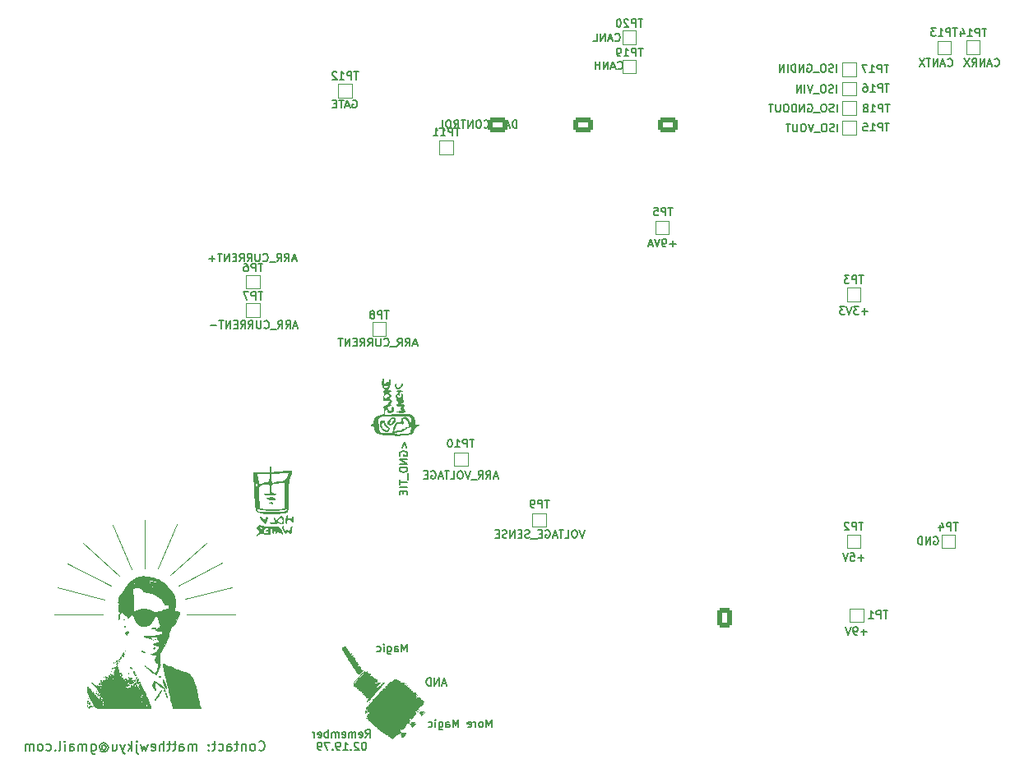
<source format=gbr>
%TF.GenerationSoftware,KiCad,Pcbnew,(6.0.1)*%
%TF.CreationDate,2022-02-17T12:45:48-06:00*%
%TF.ProjectId,IV Curve Tracer,49562043-7572-4766-9520-547261636572,1.2.0*%
%TF.SameCoordinates,PX1b50300PY6843e50*%
%TF.FileFunction,Legend,Bot*%
%TF.FilePolarity,Positive*%
%FSLAX46Y46*%
G04 Gerber Fmt 4.6, Leading zero omitted, Abs format (unit mm)*
G04 Created by KiCad (PCBNEW (6.0.1)) date 2022-02-17 12:45:48*
%MOMM*%
%LPD*%
G01*
G04 APERTURE LIST*
G04 Aperture macros list*
%AMRoundRect*
0 Rectangle with rounded corners*
0 $1 Rounding radius*
0 $2 $3 $4 $5 $6 $7 $8 $9 X,Y pos of 4 corners*
0 Add a 4 corners polygon primitive as box body*
4,1,4,$2,$3,$4,$5,$6,$7,$8,$9,$2,$3,0*
0 Add four circle primitives for the rounded corners*
1,1,$1+$1,$2,$3*
1,1,$1+$1,$4,$5*
1,1,$1+$1,$6,$7*
1,1,$1+$1,$8,$9*
0 Add four rect primitives between the rounded corners*
20,1,$1+$1,$2,$3,$4,$5,0*
20,1,$1+$1,$4,$5,$6,$7,0*
20,1,$1+$1,$6,$7,$8,$9,0*
20,1,$1+$1,$8,$9,$2,$3,0*%
G04 Aperture macros list end*
%ADD10C,0.120000*%
%ADD11C,0.150000*%
%ADD12C,0.010000*%
%ADD13R,1.905000X2.000000*%
%ADD14O,1.905000X2.000000*%
%ADD15C,2.200000*%
%ADD16C,1.270000*%
%ADD17RoundRect,0.250001X-0.499999X-0.759999X0.499999X-0.759999X0.499999X0.759999X-0.499999X0.759999X0*%
%ADD18O,1.500000X2.020000*%
%ADD19R,1.530000X1.530000*%
%ADD20C,1.530000*%
%ADD21RoundRect,0.250001X0.759999X-0.499999X0.759999X0.499999X-0.759999X0.499999X-0.759999X-0.499999X0*%
%ADD22O,2.020000X1.500000*%
%ADD23R,1.700000X1.700000*%
%ADD24O,1.700000X1.700000*%
%ADD25C,4.800000*%
%ADD26C,1.950000*%
%ADD27C,4.000000*%
%ADD28C,2.500000*%
%ADD29C,2.250000*%
%ADD30C,2.000000*%
%ADD31R,1.000000X1.000000*%
G04 APERTURE END LIST*
D10*
X28410001Y19530000D02*
X32850001Y21830000D01*
X16990001Y21800000D02*
X21430001Y19500000D01*
X24915001Y21290000D02*
X24950001Y26300000D01*
X21600001Y25792500D02*
X23580001Y21197500D01*
X27532501Y20567500D02*
X31237501Y23922500D01*
X29225001Y16530000D02*
X34240001Y16530000D01*
X29037501Y18112500D02*
X33892501Y19357500D01*
X15600001Y16500000D02*
X20615001Y16500000D01*
X26260001Y21227500D02*
X28240001Y25822500D01*
X15947501Y19327500D02*
X20802501Y18082500D01*
X18602501Y23892500D02*
X22307501Y20537500D01*
D11*
X60598095Y4903096D02*
X60598095Y5703096D01*
X60331428Y5131667D01*
X60064761Y5703096D01*
X60064761Y4903096D01*
X59569523Y4903096D02*
X59645714Y4941191D01*
X59683809Y4979286D01*
X59721904Y5055477D01*
X59721904Y5284048D01*
X59683809Y5360239D01*
X59645714Y5398334D01*
X59569523Y5436429D01*
X59455238Y5436429D01*
X59379047Y5398334D01*
X59340952Y5360239D01*
X59302857Y5284048D01*
X59302857Y5055477D01*
X59340952Y4979286D01*
X59379047Y4941191D01*
X59455238Y4903096D01*
X59569523Y4903096D01*
X58960000Y4903096D02*
X58960000Y5436429D01*
X58960000Y5284048D02*
X58921904Y5360239D01*
X58883809Y5398334D01*
X58807619Y5436429D01*
X58731428Y5436429D01*
X58160000Y4941191D02*
X58236190Y4903096D01*
X58388571Y4903096D01*
X58464761Y4941191D01*
X58502857Y5017381D01*
X58502857Y5322143D01*
X58464761Y5398334D01*
X58388571Y5436429D01*
X58236190Y5436429D01*
X58160000Y5398334D01*
X58121904Y5322143D01*
X58121904Y5245953D01*
X58502857Y5169762D01*
X57169523Y4903096D02*
X57169523Y5703096D01*
X56902857Y5131667D01*
X56636190Y5703096D01*
X56636190Y4903096D01*
X55912380Y4903096D02*
X55912380Y5322143D01*
X55950476Y5398334D01*
X56026666Y5436429D01*
X56179047Y5436429D01*
X56255238Y5398334D01*
X55912380Y4941191D02*
X55988571Y4903096D01*
X56179047Y4903096D01*
X56255238Y4941191D01*
X56293333Y5017381D01*
X56293333Y5093572D01*
X56255238Y5169762D01*
X56179047Y5207858D01*
X55988571Y5207858D01*
X55912380Y5245953D01*
X55188571Y5436429D02*
X55188571Y4788810D01*
X55226666Y4712620D01*
X55264761Y4674524D01*
X55340952Y4636429D01*
X55455238Y4636429D01*
X55531428Y4674524D01*
X55188571Y4941191D02*
X55264761Y4903096D01*
X55417142Y4903096D01*
X55493333Y4941191D01*
X55531428Y4979286D01*
X55569523Y5055477D01*
X55569523Y5284048D01*
X55531428Y5360239D01*
X55493333Y5398334D01*
X55417142Y5436429D01*
X55264761Y5436429D01*
X55188571Y5398334D01*
X54807619Y4903096D02*
X54807619Y5436429D01*
X54807619Y5703096D02*
X54845714Y5665000D01*
X54807619Y5626905D01*
X54769523Y5665000D01*
X54807619Y5703096D01*
X54807619Y5626905D01*
X54083809Y4941191D02*
X54160000Y4903096D01*
X54312380Y4903096D01*
X54388571Y4941191D01*
X54426666Y4979286D01*
X54464761Y5055477D01*
X54464761Y5284048D01*
X54426666Y5360239D01*
X54388571Y5398334D01*
X54312380Y5436429D01*
X54160000Y5436429D01*
X54083809Y5398334D01*
X96127131Y70320442D02*
X96127131Y71120442D01*
X95784274Y70358537D02*
X95669989Y70320442D01*
X95479512Y70320442D01*
X95403322Y70358537D01*
X95365227Y70396632D01*
X95327131Y70472823D01*
X95327131Y70549013D01*
X95365227Y70625204D01*
X95403322Y70663299D01*
X95479512Y70701394D01*
X95631893Y70739489D01*
X95708084Y70777585D01*
X95746179Y70815680D01*
X95784274Y70891870D01*
X95784274Y70968061D01*
X95746179Y71044251D01*
X95708084Y71082346D01*
X95631893Y71120442D01*
X95441417Y71120442D01*
X95327131Y71082346D01*
X94831893Y71120442D02*
X94679512Y71120442D01*
X94603322Y71082346D01*
X94527131Y71006156D01*
X94489036Y70853775D01*
X94489036Y70587108D01*
X94527131Y70434727D01*
X94603322Y70358537D01*
X94679512Y70320442D01*
X94831893Y70320442D01*
X94908084Y70358537D01*
X94984274Y70434727D01*
X95022369Y70587108D01*
X95022369Y70853775D01*
X94984274Y71006156D01*
X94908084Y71082346D01*
X94831893Y71120442D01*
X94336655Y70244251D02*
X93727131Y70244251D01*
X93650941Y71120442D02*
X93384274Y70320442D01*
X93117608Y71120442D01*
X92850941Y70320442D02*
X92850941Y71120442D01*
X92469989Y70320442D02*
X92469989Y71120442D01*
X92012846Y70320442D01*
X92012846Y71120442D01*
X99243560Y14725204D02*
X98634036Y14725204D01*
X98938798Y14420442D02*
X98938798Y15029966D01*
X98214989Y14420442D02*
X98062608Y14420442D01*
X97986417Y14458537D01*
X97948322Y14496632D01*
X97872131Y14610918D01*
X97834036Y14763299D01*
X97834036Y15068061D01*
X97872131Y15144251D01*
X97910227Y15182346D01*
X97986417Y15220442D01*
X98138798Y15220442D01*
X98214989Y15182346D01*
X98253084Y15144251D01*
X98291179Y15068061D01*
X98291179Y14877585D01*
X98253084Y14801394D01*
X98214989Y14763299D01*
X98138798Y14725204D01*
X97986417Y14725204D01*
X97910227Y14763299D01*
X97872131Y14801394D01*
X97834036Y14877585D01*
X97605465Y15220442D02*
X97338798Y14420442D01*
X97072131Y15220442D01*
X63187846Y66675442D02*
X63187846Y67475442D01*
X62997369Y67475442D01*
X62883084Y67437346D01*
X62806893Y67361156D01*
X62768798Y67284966D01*
X62730703Y67132585D01*
X62730703Y67018299D01*
X62768798Y66865918D01*
X62806893Y66789727D01*
X62883084Y66713537D01*
X62997369Y66675442D01*
X63187846Y66675442D01*
X62425941Y66904013D02*
X62044989Y66904013D01*
X62502131Y66675442D02*
X62235465Y67475442D01*
X61968798Y66675442D01*
X61244989Y66751632D02*
X61283084Y66713537D01*
X61397369Y66675442D01*
X61473560Y66675442D01*
X61587846Y66713537D01*
X61664036Y66789727D01*
X61702131Y66865918D01*
X61740227Y67018299D01*
X61740227Y67132585D01*
X61702131Y67284966D01*
X61664036Y67361156D01*
X61587846Y67437346D01*
X61473560Y67475442D01*
X61397369Y67475442D01*
X61283084Y67437346D01*
X61244989Y67399251D01*
X61092608Y66599251D02*
X60483084Y66599251D01*
X59835465Y66751632D02*
X59873560Y66713537D01*
X59987846Y66675442D01*
X60064036Y66675442D01*
X60178322Y66713537D01*
X60254512Y66789727D01*
X60292608Y66865918D01*
X60330703Y67018299D01*
X60330703Y67132585D01*
X60292608Y67284966D01*
X60254512Y67361156D01*
X60178322Y67437346D01*
X60064036Y67475442D01*
X59987846Y67475442D01*
X59873560Y67437346D01*
X59835465Y67399251D01*
X59340227Y67475442D02*
X59187846Y67475442D01*
X59111655Y67437346D01*
X59035465Y67361156D01*
X58997369Y67208775D01*
X58997369Y66942108D01*
X59035465Y66789727D01*
X59111655Y66713537D01*
X59187846Y66675442D01*
X59340227Y66675442D01*
X59416417Y66713537D01*
X59492608Y66789727D01*
X59530703Y66942108D01*
X59530703Y67208775D01*
X59492608Y67361156D01*
X59416417Y67437346D01*
X59340227Y67475442D01*
X58654512Y66675442D02*
X58654512Y67475442D01*
X58197369Y66675442D01*
X58197369Y67475442D01*
X57930703Y67475442D02*
X57473560Y67475442D01*
X57702131Y66675442D02*
X57702131Y67475442D01*
X56749750Y66675442D02*
X57016417Y67056394D01*
X57206893Y66675442D02*
X57206893Y67475442D01*
X56902131Y67475442D01*
X56825941Y67437346D01*
X56787846Y67399251D01*
X56749750Y67323061D01*
X56749750Y67208775D01*
X56787846Y67132585D01*
X56825941Y67094489D01*
X56902131Y67056394D01*
X57206893Y67056394D01*
X56254512Y67475442D02*
X56102131Y67475442D01*
X56025941Y67437346D01*
X55949750Y67361156D01*
X55911655Y67208775D01*
X55911655Y66942108D01*
X55949750Y66789727D01*
X56025941Y66713537D01*
X56102131Y66675442D01*
X56254512Y66675442D01*
X56330703Y66713537D01*
X56406893Y66789727D01*
X56444989Y66942108D01*
X56444989Y67208775D01*
X56406893Y67361156D01*
X56330703Y67437346D01*
X56254512Y67475442D01*
X55187846Y66675442D02*
X55568798Y66675442D01*
X55568798Y67475442D01*
X96133322Y72445442D02*
X96133322Y73245442D01*
X95790465Y72483537D02*
X95676179Y72445442D01*
X95485703Y72445442D01*
X95409512Y72483537D01*
X95371417Y72521632D01*
X95333322Y72597823D01*
X95333322Y72674013D01*
X95371417Y72750204D01*
X95409512Y72788299D01*
X95485703Y72826394D01*
X95638084Y72864489D01*
X95714274Y72902585D01*
X95752369Y72940680D01*
X95790465Y73016870D01*
X95790465Y73093061D01*
X95752369Y73169251D01*
X95714274Y73207346D01*
X95638084Y73245442D01*
X95447608Y73245442D01*
X95333322Y73207346D01*
X94838084Y73245442D02*
X94685703Y73245442D01*
X94609512Y73207346D01*
X94533322Y73131156D01*
X94495227Y72978775D01*
X94495227Y72712108D01*
X94533322Y72559727D01*
X94609512Y72483537D01*
X94685703Y72445442D01*
X94838084Y72445442D01*
X94914274Y72483537D01*
X94990465Y72559727D01*
X95028560Y72712108D01*
X95028560Y72978775D01*
X94990465Y73131156D01*
X94914274Y73207346D01*
X94838084Y73245442D01*
X94342846Y72369251D02*
X93733322Y72369251D01*
X93123798Y73207346D02*
X93199989Y73245442D01*
X93314274Y73245442D01*
X93428560Y73207346D01*
X93504750Y73131156D01*
X93542846Y73054966D01*
X93580941Y72902585D01*
X93580941Y72788299D01*
X93542846Y72635918D01*
X93504750Y72559727D01*
X93428560Y72483537D01*
X93314274Y72445442D01*
X93238084Y72445442D01*
X93123798Y72483537D01*
X93085703Y72521632D01*
X93085703Y72788299D01*
X93238084Y72788299D01*
X92742846Y72445442D02*
X92742846Y73245442D01*
X92285703Y72445442D01*
X92285703Y73245442D01*
X91904750Y72445442D02*
X91904750Y73245442D01*
X91714274Y73245442D01*
X91599989Y73207346D01*
X91523798Y73131156D01*
X91485703Y73054966D01*
X91447608Y72902585D01*
X91447608Y72788299D01*
X91485703Y72635918D01*
X91523798Y72559727D01*
X91599989Y72483537D01*
X91714274Y72445442D01*
X91904750Y72445442D01*
X91104750Y72445442D02*
X91104750Y73245442D01*
X90723798Y72445442D02*
X90723798Y73245442D01*
X90266655Y72445442D01*
X90266655Y73245442D01*
X107559989Y73081632D02*
X107598084Y73043537D01*
X107712369Y73005442D01*
X107788560Y73005442D01*
X107902846Y73043537D01*
X107979036Y73119727D01*
X108017131Y73195918D01*
X108055227Y73348299D01*
X108055227Y73462585D01*
X108017131Y73614966D01*
X107979036Y73691156D01*
X107902846Y73767346D01*
X107788560Y73805442D01*
X107712369Y73805442D01*
X107598084Y73767346D01*
X107559989Y73729251D01*
X107255227Y73234013D02*
X106874274Y73234013D01*
X107331417Y73005442D02*
X107064750Y73805442D01*
X106798084Y73005442D01*
X106531417Y73005442D02*
X106531417Y73805442D01*
X106074274Y73005442D01*
X106074274Y73805442D01*
X105807608Y73805442D02*
X105350465Y73805442D01*
X105579036Y73005442D02*
X105579036Y73805442D01*
X105159989Y73805442D02*
X104626655Y73005442D01*
X104626655Y73805442D02*
X105159989Y73005442D01*
X46309989Y69507346D02*
X46386179Y69545442D01*
X46500465Y69545442D01*
X46614750Y69507346D01*
X46690941Y69431156D01*
X46729036Y69354966D01*
X46767131Y69202585D01*
X46767131Y69088299D01*
X46729036Y68935918D01*
X46690941Y68859727D01*
X46614750Y68783537D01*
X46500465Y68745442D01*
X46424274Y68745442D01*
X46309989Y68783537D01*
X46271893Y68821632D01*
X46271893Y69088299D01*
X46424274Y69088299D01*
X45967131Y68974013D02*
X45586179Y68974013D01*
X46043322Y68745442D02*
X45776655Y69545442D01*
X45509989Y68745442D01*
X45357608Y69545442D02*
X44900465Y69545442D01*
X45129036Y68745442D02*
X45129036Y69545442D01*
X44633798Y69164489D02*
X44367131Y69164489D01*
X44252846Y68745442D02*
X44633798Y68745442D01*
X44633798Y69545442D01*
X44252846Y69545442D01*
X106144523Y24490000D02*
X106220714Y24528096D01*
X106335000Y24528096D01*
X106449285Y24490000D01*
X106525476Y24413810D01*
X106563571Y24337620D01*
X106601666Y24185239D01*
X106601666Y24070953D01*
X106563571Y23918572D01*
X106525476Y23842381D01*
X106449285Y23766191D01*
X106335000Y23728096D01*
X106258809Y23728096D01*
X106144523Y23766191D01*
X106106428Y23804286D01*
X106106428Y24070953D01*
X106258809Y24070953D01*
X105763571Y23728096D02*
X105763571Y24528096D01*
X105306428Y23728096D01*
X105306428Y24528096D01*
X104925476Y23728096D02*
X104925476Y24528096D01*
X104735000Y24528096D01*
X104620714Y24490000D01*
X104544523Y24413810D01*
X104506428Y24337620D01*
X104468333Y24185239D01*
X104468333Y24070953D01*
X104506428Y23918572D01*
X104544523Y23842381D01*
X104620714Y23766191D01*
X104735000Y23728096D01*
X104925476Y23728096D01*
X73338084Y75686632D02*
X73376179Y75648537D01*
X73490465Y75610442D01*
X73566655Y75610442D01*
X73680941Y75648537D01*
X73757131Y75724727D01*
X73795227Y75800918D01*
X73833322Y75953299D01*
X73833322Y76067585D01*
X73795227Y76219966D01*
X73757131Y76296156D01*
X73680941Y76372346D01*
X73566655Y76410442D01*
X73490465Y76410442D01*
X73376179Y76372346D01*
X73338084Y76334251D01*
X73033322Y75839013D02*
X72652369Y75839013D01*
X73109512Y75610442D02*
X72842846Y76410442D01*
X72576179Y75610442D01*
X72309512Y75610442D02*
X72309512Y76410442D01*
X71852369Y75610442D01*
X71852369Y76410442D01*
X71090465Y75610442D02*
X71471417Y75610442D01*
X71471417Y76410442D01*
X52924989Y44404013D02*
X52544036Y44404013D01*
X53001179Y44175442D02*
X52734512Y44975442D01*
X52467846Y44175442D01*
X51744036Y44175442D02*
X52010703Y44556394D01*
X52201179Y44175442D02*
X52201179Y44975442D01*
X51896417Y44975442D01*
X51820227Y44937346D01*
X51782131Y44899251D01*
X51744036Y44823061D01*
X51744036Y44708775D01*
X51782131Y44632585D01*
X51820227Y44594489D01*
X51896417Y44556394D01*
X52201179Y44556394D01*
X50944036Y44175442D02*
X51210703Y44556394D01*
X51401179Y44175442D02*
X51401179Y44975442D01*
X51096417Y44975442D01*
X51020227Y44937346D01*
X50982131Y44899251D01*
X50944036Y44823061D01*
X50944036Y44708775D01*
X50982131Y44632585D01*
X51020227Y44594489D01*
X51096417Y44556394D01*
X51401179Y44556394D01*
X50791655Y44099251D02*
X50182131Y44099251D01*
X49534512Y44251632D02*
X49572608Y44213537D01*
X49686893Y44175442D01*
X49763084Y44175442D01*
X49877369Y44213537D01*
X49953560Y44289727D01*
X49991655Y44365918D01*
X50029750Y44518299D01*
X50029750Y44632585D01*
X49991655Y44784966D01*
X49953560Y44861156D01*
X49877369Y44937346D01*
X49763084Y44975442D01*
X49686893Y44975442D01*
X49572608Y44937346D01*
X49534512Y44899251D01*
X49191655Y44975442D02*
X49191655Y44327823D01*
X49153560Y44251632D01*
X49115465Y44213537D01*
X49039274Y44175442D01*
X48886893Y44175442D01*
X48810703Y44213537D01*
X48772608Y44251632D01*
X48734512Y44327823D01*
X48734512Y44975442D01*
X47896417Y44175442D02*
X48163084Y44556394D01*
X48353560Y44175442D02*
X48353560Y44975442D01*
X48048798Y44975442D01*
X47972608Y44937346D01*
X47934512Y44899251D01*
X47896417Y44823061D01*
X47896417Y44708775D01*
X47934512Y44632585D01*
X47972608Y44594489D01*
X48048798Y44556394D01*
X48353560Y44556394D01*
X47096417Y44175442D02*
X47363084Y44556394D01*
X47553560Y44175442D02*
X47553560Y44975442D01*
X47248798Y44975442D01*
X47172608Y44937346D01*
X47134512Y44899251D01*
X47096417Y44823061D01*
X47096417Y44708775D01*
X47134512Y44632585D01*
X47172608Y44594489D01*
X47248798Y44556394D01*
X47553560Y44556394D01*
X46753560Y44594489D02*
X46486893Y44594489D01*
X46372608Y44175442D02*
X46753560Y44175442D01*
X46753560Y44975442D01*
X46372608Y44975442D01*
X46029750Y44175442D02*
X46029750Y44975442D01*
X45572608Y44175442D01*
X45572608Y44975442D01*
X45305941Y44975442D02*
X44848798Y44975442D01*
X45077369Y44175442D02*
X45077369Y44975442D01*
X70183560Y25230442D02*
X69916893Y24430442D01*
X69650227Y25230442D01*
X69231179Y25230442D02*
X69078798Y25230442D01*
X69002608Y25192346D01*
X68926417Y25116156D01*
X68888322Y24963775D01*
X68888322Y24697108D01*
X68926417Y24544727D01*
X69002608Y24468537D01*
X69078798Y24430442D01*
X69231179Y24430442D01*
X69307369Y24468537D01*
X69383560Y24544727D01*
X69421655Y24697108D01*
X69421655Y24963775D01*
X69383560Y25116156D01*
X69307369Y25192346D01*
X69231179Y25230442D01*
X68164512Y24430442D02*
X68545465Y24430442D01*
X68545465Y25230442D01*
X68012131Y25230442D02*
X67554989Y25230442D01*
X67783560Y24430442D02*
X67783560Y25230442D01*
X67326417Y24659013D02*
X66945465Y24659013D01*
X67402608Y24430442D02*
X67135941Y25230442D01*
X66869274Y24430442D01*
X66183560Y25192346D02*
X66259750Y25230442D01*
X66374036Y25230442D01*
X66488322Y25192346D01*
X66564512Y25116156D01*
X66602608Y25039966D01*
X66640703Y24887585D01*
X66640703Y24773299D01*
X66602608Y24620918D01*
X66564512Y24544727D01*
X66488322Y24468537D01*
X66374036Y24430442D01*
X66297846Y24430442D01*
X66183560Y24468537D01*
X66145465Y24506632D01*
X66145465Y24773299D01*
X66297846Y24773299D01*
X65802608Y24849489D02*
X65535941Y24849489D01*
X65421655Y24430442D02*
X65802608Y24430442D01*
X65802608Y25230442D01*
X65421655Y25230442D01*
X65269274Y24354251D02*
X64659750Y24354251D01*
X64507369Y24468537D02*
X64393084Y24430442D01*
X64202608Y24430442D01*
X64126417Y24468537D01*
X64088322Y24506632D01*
X64050227Y24582823D01*
X64050227Y24659013D01*
X64088322Y24735204D01*
X64126417Y24773299D01*
X64202608Y24811394D01*
X64354989Y24849489D01*
X64431179Y24887585D01*
X64469274Y24925680D01*
X64507369Y25001870D01*
X64507369Y25078061D01*
X64469274Y25154251D01*
X64431179Y25192346D01*
X64354989Y25230442D01*
X64164512Y25230442D01*
X64050227Y25192346D01*
X63707369Y24849489D02*
X63440703Y24849489D01*
X63326417Y24430442D02*
X63707369Y24430442D01*
X63707369Y25230442D01*
X63326417Y25230442D01*
X62983560Y24430442D02*
X62983560Y25230442D01*
X62526417Y24430442D01*
X62526417Y25230442D01*
X62183560Y24468537D02*
X62069274Y24430442D01*
X61878798Y24430442D01*
X61802608Y24468537D01*
X61764512Y24506632D01*
X61726417Y24582823D01*
X61726417Y24659013D01*
X61764512Y24735204D01*
X61802608Y24773299D01*
X61878798Y24811394D01*
X62031179Y24849489D01*
X62107369Y24887585D01*
X62145465Y24925680D01*
X62183560Y25001870D01*
X62183560Y25078061D01*
X62145465Y25154251D01*
X62107369Y25192346D01*
X62031179Y25230442D01*
X61840703Y25230442D01*
X61726417Y25192346D01*
X61383560Y24849489D02*
X61116893Y24849489D01*
X61002608Y24430442D02*
X61383560Y24430442D01*
X61383560Y25230442D01*
X61002608Y25230442D01*
X36643084Y2585204D02*
X36690703Y2537585D01*
X36833560Y2489966D01*
X36928798Y2489966D01*
X37071655Y2537585D01*
X37166893Y2632823D01*
X37214512Y2728061D01*
X37262131Y2918537D01*
X37262131Y3061394D01*
X37214512Y3251870D01*
X37166893Y3347108D01*
X37071655Y3442346D01*
X36928798Y3489966D01*
X36833560Y3489966D01*
X36690703Y3442346D01*
X36643084Y3394727D01*
X36071655Y2489966D02*
X36166893Y2537585D01*
X36214512Y2585204D01*
X36262131Y2680442D01*
X36262131Y2966156D01*
X36214512Y3061394D01*
X36166893Y3109013D01*
X36071655Y3156632D01*
X35928798Y3156632D01*
X35833560Y3109013D01*
X35785941Y3061394D01*
X35738322Y2966156D01*
X35738322Y2680442D01*
X35785941Y2585204D01*
X35833560Y2537585D01*
X35928798Y2489966D01*
X36071655Y2489966D01*
X35309750Y3156632D02*
X35309750Y2489966D01*
X35309750Y3061394D02*
X35262131Y3109013D01*
X35166893Y3156632D01*
X35024036Y3156632D01*
X34928798Y3109013D01*
X34881179Y3013775D01*
X34881179Y2489966D01*
X34547846Y3156632D02*
X34166893Y3156632D01*
X34404989Y3489966D02*
X34404989Y2632823D01*
X34357369Y2537585D01*
X34262131Y2489966D01*
X34166893Y2489966D01*
X33404989Y2489966D02*
X33404989Y3013775D01*
X33452608Y3109013D01*
X33547846Y3156632D01*
X33738322Y3156632D01*
X33833560Y3109013D01*
X33404989Y2537585D02*
X33500227Y2489966D01*
X33738322Y2489966D01*
X33833560Y2537585D01*
X33881179Y2632823D01*
X33881179Y2728061D01*
X33833560Y2823299D01*
X33738322Y2870918D01*
X33500227Y2870918D01*
X33404989Y2918537D01*
X32500227Y2537585D02*
X32595465Y2489966D01*
X32785941Y2489966D01*
X32881179Y2537585D01*
X32928798Y2585204D01*
X32976417Y2680442D01*
X32976417Y2966156D01*
X32928798Y3061394D01*
X32881179Y3109013D01*
X32785941Y3156632D01*
X32595465Y3156632D01*
X32500227Y3109013D01*
X32214512Y3156632D02*
X31833560Y3156632D01*
X32071655Y3489966D02*
X32071655Y2632823D01*
X32024036Y2537585D01*
X31928798Y2489966D01*
X31833560Y2489966D01*
X31500227Y2585204D02*
X31452608Y2537585D01*
X31500227Y2489966D01*
X31547846Y2537585D01*
X31500227Y2585204D01*
X31500227Y2489966D01*
X31500227Y3109013D02*
X31452608Y3061394D01*
X31500227Y3013775D01*
X31547846Y3061394D01*
X31500227Y3109013D01*
X31500227Y3013775D01*
X30262131Y2489966D02*
X30262131Y3156632D01*
X30262131Y3061394D02*
X30214512Y3109013D01*
X30119274Y3156632D01*
X29976417Y3156632D01*
X29881179Y3109013D01*
X29833560Y3013775D01*
X29833560Y2489966D01*
X29833560Y3013775D02*
X29785941Y3109013D01*
X29690703Y3156632D01*
X29547846Y3156632D01*
X29452608Y3109013D01*
X29404989Y3013775D01*
X29404989Y2489966D01*
X28500227Y2489966D02*
X28500227Y3013775D01*
X28547846Y3109013D01*
X28643084Y3156632D01*
X28833560Y3156632D01*
X28928798Y3109013D01*
X28500227Y2537585D02*
X28595465Y2489966D01*
X28833560Y2489966D01*
X28928798Y2537585D01*
X28976417Y2632823D01*
X28976417Y2728061D01*
X28928798Y2823299D01*
X28833560Y2870918D01*
X28595465Y2870918D01*
X28500227Y2918537D01*
X28166893Y3156632D02*
X27785941Y3156632D01*
X28024036Y3489966D02*
X28024036Y2632823D01*
X27976417Y2537585D01*
X27881179Y2489966D01*
X27785941Y2489966D01*
X27595465Y3156632D02*
X27214512Y3156632D01*
X27452608Y3489966D02*
X27452608Y2632823D01*
X27404989Y2537585D01*
X27309750Y2489966D01*
X27214512Y2489966D01*
X26881179Y2489966D02*
X26881179Y3489966D01*
X26452608Y2489966D02*
X26452608Y3013775D01*
X26500227Y3109013D01*
X26595465Y3156632D01*
X26738322Y3156632D01*
X26833560Y3109013D01*
X26881179Y3061394D01*
X25595465Y2537585D02*
X25690703Y2489966D01*
X25881179Y2489966D01*
X25976417Y2537585D01*
X26024036Y2632823D01*
X26024036Y3013775D01*
X25976417Y3109013D01*
X25881179Y3156632D01*
X25690703Y3156632D01*
X25595465Y3109013D01*
X25547846Y3013775D01*
X25547846Y2918537D01*
X26024036Y2823299D01*
X25214512Y3156632D02*
X25024036Y2489966D01*
X24833560Y2966156D01*
X24643084Y2489966D01*
X24452608Y3156632D01*
X24071655Y3156632D02*
X24071655Y2299489D01*
X24119274Y2204251D01*
X24214512Y2156632D01*
X24262131Y2156632D01*
X24071655Y3489966D02*
X24119274Y3442346D01*
X24071655Y3394727D01*
X24024036Y3442346D01*
X24071655Y3489966D01*
X24071655Y3394727D01*
X23595465Y2489966D02*
X23595465Y3489966D01*
X23500227Y2870918D02*
X23214512Y2489966D01*
X23214512Y3156632D02*
X23595465Y2775680D01*
X22881179Y3156632D02*
X22643084Y2489966D01*
X22404989Y3156632D02*
X22643084Y2489966D01*
X22738322Y2251870D01*
X22785941Y2204251D01*
X22881179Y2156632D01*
X21595465Y3156632D02*
X21595465Y2489966D01*
X22024036Y3156632D02*
X22024036Y2632823D01*
X21976417Y2537585D01*
X21881179Y2489966D01*
X21738322Y2489966D01*
X21643084Y2537585D01*
X21595465Y2585204D01*
X20500227Y2966156D02*
X20547846Y3013775D01*
X20643084Y3061394D01*
X20738322Y3061394D01*
X20833560Y3013775D01*
X20881179Y2966156D01*
X20928798Y2870918D01*
X20928798Y2775680D01*
X20881179Y2680442D01*
X20833560Y2632823D01*
X20738322Y2585204D01*
X20643084Y2585204D01*
X20547846Y2632823D01*
X20500227Y2680442D01*
X20500227Y3061394D02*
X20500227Y2680442D01*
X20452608Y2632823D01*
X20404989Y2632823D01*
X20309750Y2680442D01*
X20262131Y2775680D01*
X20262131Y3013775D01*
X20357369Y3156632D01*
X20500227Y3251870D01*
X20690703Y3299489D01*
X20881179Y3251870D01*
X21024036Y3156632D01*
X21119274Y3013775D01*
X21166893Y2823299D01*
X21119274Y2632823D01*
X21024036Y2489966D01*
X20881179Y2394727D01*
X20690703Y2347108D01*
X20500227Y2394727D01*
X20357369Y2489966D01*
X19404989Y3156632D02*
X19404989Y2347108D01*
X19452608Y2251870D01*
X19500227Y2204251D01*
X19595465Y2156632D01*
X19738322Y2156632D01*
X19833560Y2204251D01*
X19404989Y2537585D02*
X19500227Y2489966D01*
X19690703Y2489966D01*
X19785941Y2537585D01*
X19833560Y2585204D01*
X19881179Y2680442D01*
X19881179Y2966156D01*
X19833560Y3061394D01*
X19785941Y3109013D01*
X19690703Y3156632D01*
X19500227Y3156632D01*
X19404989Y3109013D01*
X18928798Y2489966D02*
X18928798Y3156632D01*
X18928798Y3061394D02*
X18881179Y3109013D01*
X18785941Y3156632D01*
X18643084Y3156632D01*
X18547846Y3109013D01*
X18500227Y3013775D01*
X18500227Y2489966D01*
X18500227Y3013775D02*
X18452608Y3109013D01*
X18357369Y3156632D01*
X18214512Y3156632D01*
X18119274Y3109013D01*
X18071655Y3013775D01*
X18071655Y2489966D01*
X17166893Y2489966D02*
X17166893Y3013775D01*
X17214512Y3109013D01*
X17309750Y3156632D01*
X17500227Y3156632D01*
X17595465Y3109013D01*
X17166893Y2537585D02*
X17262131Y2489966D01*
X17500227Y2489966D01*
X17595465Y2537585D01*
X17643084Y2632823D01*
X17643084Y2728061D01*
X17595465Y2823299D01*
X17500227Y2870918D01*
X17262131Y2870918D01*
X17166893Y2918537D01*
X16690703Y2489966D02*
X16690703Y3156632D01*
X16690703Y3489966D02*
X16738322Y3442346D01*
X16690703Y3394727D01*
X16643084Y3442346D01*
X16690703Y3489966D01*
X16690703Y3394727D01*
X16071655Y2489966D02*
X16166893Y2537585D01*
X16214512Y2632823D01*
X16214512Y3489966D01*
X15690703Y2585204D02*
X15643084Y2537585D01*
X15690703Y2489966D01*
X15738322Y2537585D01*
X15690703Y2585204D01*
X15690703Y2489966D01*
X14785941Y2537585D02*
X14881179Y2489966D01*
X15071655Y2489966D01*
X15166893Y2537585D01*
X15214512Y2585204D01*
X15262131Y2680442D01*
X15262131Y2966156D01*
X15214512Y3061394D01*
X15166893Y3109013D01*
X15071655Y3156632D01*
X14881179Y3156632D01*
X14785941Y3109013D01*
X14214512Y2489966D02*
X14309750Y2537585D01*
X14357369Y2585204D01*
X14404989Y2680442D01*
X14404989Y2966156D01*
X14357369Y3061394D01*
X14309750Y3109013D01*
X14214512Y3156632D01*
X14071655Y3156632D01*
X13976417Y3109013D01*
X13928798Y3061394D01*
X13881179Y2966156D01*
X13881179Y2680442D01*
X13928798Y2585204D01*
X13976417Y2537585D01*
X14071655Y2489966D01*
X14214512Y2489966D01*
X13452608Y2489966D02*
X13452608Y3156632D01*
X13452608Y3061394D02*
X13404989Y3109013D01*
X13309750Y3156632D01*
X13166893Y3156632D01*
X13071655Y3109013D01*
X13024036Y3013775D01*
X13024036Y2489966D01*
X13024036Y3013775D02*
X12976417Y3109013D01*
X12881179Y3156632D01*
X12738322Y3156632D01*
X12643084Y3109013D01*
X12595465Y3013775D01*
X12595465Y2489966D01*
X96186655Y68340442D02*
X96186655Y69140442D01*
X95843798Y68378537D02*
X95729512Y68340442D01*
X95539036Y68340442D01*
X95462846Y68378537D01*
X95424750Y68416632D01*
X95386655Y68492823D01*
X95386655Y68569013D01*
X95424750Y68645204D01*
X95462846Y68683299D01*
X95539036Y68721394D01*
X95691417Y68759489D01*
X95767608Y68797585D01*
X95805703Y68835680D01*
X95843798Y68911870D01*
X95843798Y68988061D01*
X95805703Y69064251D01*
X95767608Y69102346D01*
X95691417Y69140442D01*
X95500941Y69140442D01*
X95386655Y69102346D01*
X94891417Y69140442D02*
X94739036Y69140442D01*
X94662846Y69102346D01*
X94586655Y69026156D01*
X94548560Y68873775D01*
X94548560Y68607108D01*
X94586655Y68454727D01*
X94662846Y68378537D01*
X94739036Y68340442D01*
X94891417Y68340442D01*
X94967608Y68378537D01*
X95043798Y68454727D01*
X95081893Y68607108D01*
X95081893Y68873775D01*
X95043798Y69026156D01*
X94967608Y69102346D01*
X94891417Y69140442D01*
X94396179Y68264251D02*
X93786655Y68264251D01*
X93177131Y69102346D02*
X93253322Y69140442D01*
X93367608Y69140442D01*
X93481893Y69102346D01*
X93558084Y69026156D01*
X93596179Y68949966D01*
X93634274Y68797585D01*
X93634274Y68683299D01*
X93596179Y68530918D01*
X93558084Y68454727D01*
X93481893Y68378537D01*
X93367608Y68340442D01*
X93291417Y68340442D01*
X93177131Y68378537D01*
X93139036Y68416632D01*
X93139036Y68683299D01*
X93291417Y68683299D01*
X92796179Y68340442D02*
X92796179Y69140442D01*
X92339036Y68340442D01*
X92339036Y69140442D01*
X91958084Y68340442D02*
X91958084Y69140442D01*
X91767608Y69140442D01*
X91653322Y69102346D01*
X91577131Y69026156D01*
X91539036Y68949966D01*
X91500941Y68797585D01*
X91500941Y68683299D01*
X91539036Y68530918D01*
X91577131Y68454727D01*
X91653322Y68378537D01*
X91767608Y68340442D01*
X91958084Y68340442D01*
X91005703Y69140442D02*
X90853322Y69140442D01*
X90777131Y69102346D01*
X90700941Y69026156D01*
X90662846Y68873775D01*
X90662846Y68607108D01*
X90700941Y68454727D01*
X90777131Y68378537D01*
X90853322Y68340442D01*
X91005703Y68340442D01*
X91081893Y68378537D01*
X91158084Y68454727D01*
X91196179Y68607108D01*
X91196179Y68873775D01*
X91158084Y69026156D01*
X91081893Y69102346D01*
X91005703Y69140442D01*
X90319989Y69140442D02*
X90319989Y68492823D01*
X90281893Y68416632D01*
X90243798Y68378537D01*
X90167608Y68340442D01*
X90015227Y68340442D01*
X89939036Y68378537D01*
X89900941Y68416632D01*
X89862846Y68492823D01*
X89862846Y69140442D01*
X89596179Y69140442D02*
X89139036Y69140442D01*
X89367608Y68340442D02*
X89367608Y69140442D01*
X79566417Y54720204D02*
X78956893Y54720204D01*
X79261655Y54415442D02*
X79261655Y55024966D01*
X78537846Y54415442D02*
X78385465Y54415442D01*
X78309274Y54453537D01*
X78271179Y54491632D01*
X78194989Y54605918D01*
X78156893Y54758299D01*
X78156893Y55063061D01*
X78194989Y55139251D01*
X78233084Y55177346D01*
X78309274Y55215442D01*
X78461655Y55215442D01*
X78537846Y55177346D01*
X78575941Y55139251D01*
X78614036Y55063061D01*
X78614036Y54872585D01*
X78575941Y54796394D01*
X78537846Y54758299D01*
X78461655Y54720204D01*
X78309274Y54720204D01*
X78233084Y54758299D01*
X78194989Y54796394D01*
X78156893Y54872585D01*
X77928322Y55215442D02*
X77661655Y54415442D01*
X77394989Y55215442D01*
X77166417Y54644013D02*
X76785465Y54644013D01*
X77242608Y54415442D02*
X76975941Y55215442D01*
X76709274Y54415442D01*
X73618322Y72781632D02*
X73656417Y72743537D01*
X73770703Y72705442D01*
X73846893Y72705442D01*
X73961179Y72743537D01*
X74037369Y72819727D01*
X74075465Y72895918D01*
X74113560Y73048299D01*
X74113560Y73162585D01*
X74075465Y73314966D01*
X74037369Y73391156D01*
X73961179Y73467346D01*
X73846893Y73505442D01*
X73770703Y73505442D01*
X73656417Y73467346D01*
X73618322Y73429251D01*
X73313560Y72934013D02*
X72932608Y72934013D01*
X73389750Y72705442D02*
X73123084Y73505442D01*
X72856417Y72705442D01*
X72589750Y72705442D02*
X72589750Y73505442D01*
X72132608Y72705442D01*
X72132608Y73505442D01*
X71751655Y72705442D02*
X71751655Y73505442D01*
X71751655Y73124489D02*
X71294512Y73124489D01*
X71294512Y72705442D02*
X71294512Y73505442D01*
X51888809Y12693096D02*
X51888809Y13493096D01*
X51622142Y12921667D01*
X51355476Y13493096D01*
X51355476Y12693096D01*
X50631666Y12693096D02*
X50631666Y13112143D01*
X50669761Y13188334D01*
X50745952Y13226429D01*
X50898333Y13226429D01*
X50974523Y13188334D01*
X50631666Y12731191D02*
X50707857Y12693096D01*
X50898333Y12693096D01*
X50974523Y12731191D01*
X51012619Y12807381D01*
X51012619Y12883572D01*
X50974523Y12959762D01*
X50898333Y12997858D01*
X50707857Y12997858D01*
X50631666Y13035953D01*
X49907857Y13226429D02*
X49907857Y12578810D01*
X49945952Y12502620D01*
X49984047Y12464524D01*
X50060238Y12426429D01*
X50174523Y12426429D01*
X50250714Y12464524D01*
X49907857Y12731191D02*
X49984047Y12693096D01*
X50136428Y12693096D01*
X50212619Y12731191D01*
X50250714Y12769286D01*
X50288809Y12845477D01*
X50288809Y13074048D01*
X50250714Y13150239D01*
X50212619Y13188334D01*
X50136428Y13226429D01*
X49984047Y13226429D01*
X49907857Y13188334D01*
X49526904Y12693096D02*
X49526904Y13226429D01*
X49526904Y13493096D02*
X49565000Y13455000D01*
X49526904Y13416905D01*
X49488809Y13455000D01*
X49526904Y13493096D01*
X49526904Y13416905D01*
X48803095Y12731191D02*
X48879285Y12693096D01*
X49031666Y12693096D01*
X49107857Y12731191D01*
X49145952Y12769286D01*
X49184047Y12845477D01*
X49184047Y13074048D01*
X49145952Y13150239D01*
X49107857Y13188334D01*
X49031666Y13226429D01*
X48879285Y13226429D01*
X48803095Y13188334D01*
X112380227Y73096632D02*
X112418322Y73058537D01*
X112532608Y73020442D01*
X112608798Y73020442D01*
X112723084Y73058537D01*
X112799274Y73134727D01*
X112837369Y73210918D01*
X112875465Y73363299D01*
X112875465Y73477585D01*
X112837369Y73629966D01*
X112799274Y73706156D01*
X112723084Y73782346D01*
X112608798Y73820442D01*
X112532608Y73820442D01*
X112418322Y73782346D01*
X112380227Y73744251D01*
X112075465Y73249013D02*
X111694512Y73249013D01*
X112151655Y73020442D02*
X111884989Y73820442D01*
X111618322Y73020442D01*
X111351655Y73020442D02*
X111351655Y73820442D01*
X110894512Y73020442D01*
X110894512Y73820442D01*
X110056417Y73020442D02*
X110323084Y73401394D01*
X110513560Y73020442D02*
X110513560Y73820442D01*
X110208798Y73820442D01*
X110132608Y73782346D01*
X110094512Y73744251D01*
X110056417Y73668061D01*
X110056417Y73553775D01*
X110094512Y73477585D01*
X110132608Y73439489D01*
X110208798Y73401394D01*
X110513560Y73401394D01*
X109789750Y73820442D02*
X109256417Y73020442D01*
X109256417Y73820442D02*
X109789750Y73020442D01*
X51398560Y33683537D02*
X51627131Y34293061D01*
X51855703Y33683537D01*
X51169989Y32883537D02*
X51131893Y32959727D01*
X51131893Y33074013D01*
X51169989Y33188299D01*
X51246179Y33264489D01*
X51322369Y33302585D01*
X51474750Y33340680D01*
X51589036Y33340680D01*
X51741417Y33302585D01*
X51817608Y33264489D01*
X51893798Y33188299D01*
X51931893Y33074013D01*
X51931893Y32997823D01*
X51893798Y32883537D01*
X51855703Y32845442D01*
X51589036Y32845442D01*
X51589036Y32997823D01*
X51931893Y32502585D02*
X51131893Y32502585D01*
X51931893Y32045442D01*
X51131893Y32045442D01*
X51931893Y31664489D02*
X51131893Y31664489D01*
X51131893Y31474013D01*
X51169989Y31359727D01*
X51246179Y31283537D01*
X51322369Y31245442D01*
X51474750Y31207346D01*
X51589036Y31207346D01*
X51741417Y31245442D01*
X51817608Y31283537D01*
X51893798Y31359727D01*
X51931893Y31474013D01*
X51931893Y31664489D01*
X52008084Y31054966D02*
X52008084Y30445442D01*
X51131893Y30369251D02*
X51131893Y29912108D01*
X51931893Y30140680D02*
X51131893Y30140680D01*
X51931893Y29645442D02*
X51131893Y29645442D01*
X51512846Y29264489D02*
X51512846Y28997823D01*
X51931893Y28883537D02*
X51931893Y29264489D01*
X51131893Y29264489D01*
X51131893Y28883537D01*
X40485227Y53144013D02*
X40104274Y53144013D01*
X40561417Y52915442D02*
X40294750Y53715442D01*
X40028084Y52915442D01*
X39304274Y52915442D02*
X39570941Y53296394D01*
X39761417Y52915442D02*
X39761417Y53715442D01*
X39456655Y53715442D01*
X39380465Y53677346D01*
X39342369Y53639251D01*
X39304274Y53563061D01*
X39304274Y53448775D01*
X39342369Y53372585D01*
X39380465Y53334489D01*
X39456655Y53296394D01*
X39761417Y53296394D01*
X38504274Y52915442D02*
X38770941Y53296394D01*
X38961417Y52915442D02*
X38961417Y53715442D01*
X38656655Y53715442D01*
X38580465Y53677346D01*
X38542369Y53639251D01*
X38504274Y53563061D01*
X38504274Y53448775D01*
X38542369Y53372585D01*
X38580465Y53334489D01*
X38656655Y53296394D01*
X38961417Y53296394D01*
X38351893Y52839251D02*
X37742369Y52839251D01*
X37094750Y52991632D02*
X37132846Y52953537D01*
X37247131Y52915442D01*
X37323322Y52915442D01*
X37437608Y52953537D01*
X37513798Y53029727D01*
X37551893Y53105918D01*
X37589989Y53258299D01*
X37589989Y53372585D01*
X37551893Y53524966D01*
X37513798Y53601156D01*
X37437608Y53677346D01*
X37323322Y53715442D01*
X37247131Y53715442D01*
X37132846Y53677346D01*
X37094750Y53639251D01*
X36751893Y53715442D02*
X36751893Y53067823D01*
X36713798Y52991632D01*
X36675703Y52953537D01*
X36599512Y52915442D01*
X36447131Y52915442D01*
X36370941Y52953537D01*
X36332846Y52991632D01*
X36294750Y53067823D01*
X36294750Y53715442D01*
X35456655Y52915442D02*
X35723322Y53296394D01*
X35913798Y52915442D02*
X35913798Y53715442D01*
X35609036Y53715442D01*
X35532846Y53677346D01*
X35494750Y53639251D01*
X35456655Y53563061D01*
X35456655Y53448775D01*
X35494750Y53372585D01*
X35532846Y53334489D01*
X35609036Y53296394D01*
X35913798Y53296394D01*
X34656655Y52915442D02*
X34923322Y53296394D01*
X35113798Y52915442D02*
X35113798Y53715442D01*
X34809036Y53715442D01*
X34732846Y53677346D01*
X34694750Y53639251D01*
X34656655Y53563061D01*
X34656655Y53448775D01*
X34694750Y53372585D01*
X34732846Y53334489D01*
X34809036Y53296394D01*
X35113798Y53296394D01*
X34313798Y53334489D02*
X34047131Y53334489D01*
X33932846Y52915442D02*
X34313798Y52915442D01*
X34313798Y53715442D01*
X33932846Y53715442D01*
X33589989Y52915442D02*
X33589989Y53715442D01*
X33132846Y52915442D01*
X33132846Y53715442D01*
X32866179Y53715442D02*
X32409036Y53715442D01*
X32637608Y52915442D02*
X32637608Y53715442D01*
X32142369Y53220204D02*
X31532846Y53220204D01*
X31837608Y52915442D02*
X31837608Y53524966D01*
X99319512Y47760204D02*
X98709989Y47760204D01*
X99014750Y47455442D02*
X99014750Y48064966D01*
X98405227Y48255442D02*
X97909989Y48255442D01*
X98176655Y47950680D01*
X98062369Y47950680D01*
X97986179Y47912585D01*
X97948084Y47874489D01*
X97909989Y47798299D01*
X97909989Y47607823D01*
X97948084Y47531632D01*
X97986179Y47493537D01*
X98062369Y47455442D01*
X98290941Y47455442D01*
X98367131Y47493537D01*
X98405227Y47531632D01*
X97681417Y48255442D02*
X97414750Y47455442D01*
X97148084Y48255442D01*
X96957608Y48255442D02*
X96462369Y48255442D01*
X96729036Y47950680D01*
X96614750Y47950680D01*
X96538560Y47912585D01*
X96500465Y47874489D01*
X96462369Y47798299D01*
X96462369Y47607823D01*
X96500465Y47531632D01*
X96538560Y47493537D01*
X96614750Y47455442D01*
X96843322Y47455442D01*
X96919512Y47493537D01*
X96957608Y47531632D01*
X96205465Y66280442D02*
X96205465Y67080442D01*
X95862608Y66318537D02*
X95748322Y66280442D01*
X95557846Y66280442D01*
X95481655Y66318537D01*
X95443560Y66356632D01*
X95405465Y66432823D01*
X95405465Y66509013D01*
X95443560Y66585204D01*
X95481655Y66623299D01*
X95557846Y66661394D01*
X95710227Y66699489D01*
X95786417Y66737585D01*
X95824512Y66775680D01*
X95862608Y66851870D01*
X95862608Y66928061D01*
X95824512Y67004251D01*
X95786417Y67042346D01*
X95710227Y67080442D01*
X95519750Y67080442D01*
X95405465Y67042346D01*
X94910227Y67080442D02*
X94757846Y67080442D01*
X94681655Y67042346D01*
X94605465Y66966156D01*
X94567369Y66813775D01*
X94567369Y66547108D01*
X94605465Y66394727D01*
X94681655Y66318537D01*
X94757846Y66280442D01*
X94910227Y66280442D01*
X94986417Y66318537D01*
X95062608Y66394727D01*
X95100703Y66547108D01*
X95100703Y66813775D01*
X95062608Y66966156D01*
X94986417Y67042346D01*
X94910227Y67080442D01*
X94414989Y66204251D02*
X93805465Y66204251D01*
X93729274Y67080442D02*
X93462608Y66280442D01*
X93195941Y67080442D01*
X92776893Y67080442D02*
X92624512Y67080442D01*
X92548322Y67042346D01*
X92472131Y66966156D01*
X92434036Y66813775D01*
X92434036Y66547108D01*
X92472131Y66394727D01*
X92548322Y66318537D01*
X92624512Y66280442D01*
X92776893Y66280442D01*
X92853084Y66318537D01*
X92929274Y66394727D01*
X92967369Y66547108D01*
X92967369Y66813775D01*
X92929274Y66966156D01*
X92853084Y67042346D01*
X92776893Y67080442D01*
X92091179Y67080442D02*
X92091179Y66432823D01*
X92053084Y66356632D01*
X92014989Y66318537D01*
X91938798Y66280442D01*
X91786417Y66280442D01*
X91710227Y66318537D01*
X91672131Y66356632D01*
X91634036Y66432823D01*
X91634036Y67080442D01*
X91367369Y67080442D02*
X90910227Y67080442D01*
X91138798Y66280442D02*
X91138798Y67080442D01*
X47637142Y3842096D02*
X47903809Y4223048D01*
X48094285Y3842096D02*
X48094285Y4642096D01*
X47789523Y4642096D01*
X47713333Y4604000D01*
X47675238Y4565905D01*
X47637142Y4489715D01*
X47637142Y4375429D01*
X47675238Y4299239D01*
X47713333Y4261143D01*
X47789523Y4223048D01*
X48094285Y4223048D01*
X46989523Y3880191D02*
X47065714Y3842096D01*
X47218095Y3842096D01*
X47294285Y3880191D01*
X47332380Y3956381D01*
X47332380Y4261143D01*
X47294285Y4337334D01*
X47218095Y4375429D01*
X47065714Y4375429D01*
X46989523Y4337334D01*
X46951428Y4261143D01*
X46951428Y4184953D01*
X47332380Y4108762D01*
X46608571Y3842096D02*
X46608571Y4375429D01*
X46608571Y4299239D02*
X46570476Y4337334D01*
X46494285Y4375429D01*
X46380000Y4375429D01*
X46303809Y4337334D01*
X46265714Y4261143D01*
X46265714Y3842096D01*
X46265714Y4261143D02*
X46227619Y4337334D01*
X46151428Y4375429D01*
X46037142Y4375429D01*
X45960952Y4337334D01*
X45922857Y4261143D01*
X45922857Y3842096D01*
X45237142Y3880191D02*
X45313333Y3842096D01*
X45465714Y3842096D01*
X45541904Y3880191D01*
X45580000Y3956381D01*
X45580000Y4261143D01*
X45541904Y4337334D01*
X45465714Y4375429D01*
X45313333Y4375429D01*
X45237142Y4337334D01*
X45199047Y4261143D01*
X45199047Y4184953D01*
X45580000Y4108762D01*
X44856190Y3842096D02*
X44856190Y4375429D01*
X44856190Y4299239D02*
X44818095Y4337334D01*
X44741904Y4375429D01*
X44627619Y4375429D01*
X44551428Y4337334D01*
X44513333Y4261143D01*
X44513333Y3842096D01*
X44513333Y4261143D02*
X44475238Y4337334D01*
X44399047Y4375429D01*
X44284761Y4375429D01*
X44208571Y4337334D01*
X44170476Y4261143D01*
X44170476Y3842096D01*
X43789523Y3842096D02*
X43789523Y4642096D01*
X43789523Y4337334D02*
X43713333Y4375429D01*
X43560952Y4375429D01*
X43484761Y4337334D01*
X43446666Y4299239D01*
X43408571Y4223048D01*
X43408571Y3994477D01*
X43446666Y3918286D01*
X43484761Y3880191D01*
X43560952Y3842096D01*
X43713333Y3842096D01*
X43789523Y3880191D01*
X42760952Y3880191D02*
X42837142Y3842096D01*
X42989523Y3842096D01*
X43065714Y3880191D01*
X43103809Y3956381D01*
X43103809Y4261143D01*
X43065714Y4337334D01*
X42989523Y4375429D01*
X42837142Y4375429D01*
X42760952Y4337334D01*
X42722857Y4261143D01*
X42722857Y4184953D01*
X43103809Y4108762D01*
X42380000Y3842096D02*
X42380000Y4375429D01*
X42380000Y4223048D02*
X42341904Y4299239D01*
X42303809Y4337334D01*
X42227619Y4375429D01*
X42151428Y4375429D01*
X47503809Y3354096D02*
X47427619Y3354096D01*
X47351428Y3316000D01*
X47313333Y3277905D01*
X47275238Y3201715D01*
X47237142Y3049334D01*
X47237142Y2858858D01*
X47275238Y2706477D01*
X47313333Y2630286D01*
X47351428Y2592191D01*
X47427619Y2554096D01*
X47503809Y2554096D01*
X47580000Y2592191D01*
X47618095Y2630286D01*
X47656190Y2706477D01*
X47694285Y2858858D01*
X47694285Y3049334D01*
X47656190Y3201715D01*
X47618095Y3277905D01*
X47580000Y3316000D01*
X47503809Y3354096D01*
X46932380Y3277905D02*
X46894285Y3316000D01*
X46818095Y3354096D01*
X46627619Y3354096D01*
X46551428Y3316000D01*
X46513333Y3277905D01*
X46475238Y3201715D01*
X46475238Y3125524D01*
X46513333Y3011239D01*
X46970476Y2554096D01*
X46475238Y2554096D01*
X46132380Y2630286D02*
X46094285Y2592191D01*
X46132380Y2554096D01*
X46170476Y2592191D01*
X46132380Y2630286D01*
X46132380Y2554096D01*
X45332380Y2554096D02*
X45789523Y2554096D01*
X45560952Y2554096D02*
X45560952Y3354096D01*
X45637142Y3239810D01*
X45713333Y3163620D01*
X45789523Y3125524D01*
X44951428Y2554096D02*
X44799047Y2554096D01*
X44722857Y2592191D01*
X44684761Y2630286D01*
X44608571Y2744572D01*
X44570476Y2896953D01*
X44570476Y3201715D01*
X44608571Y3277905D01*
X44646666Y3316000D01*
X44722857Y3354096D01*
X44875238Y3354096D01*
X44951428Y3316000D01*
X44989523Y3277905D01*
X45027619Y3201715D01*
X45027619Y3011239D01*
X44989523Y2935048D01*
X44951428Y2896953D01*
X44875238Y2858858D01*
X44722857Y2858858D01*
X44646666Y2896953D01*
X44608571Y2935048D01*
X44570476Y3011239D01*
X44227619Y2630286D02*
X44189523Y2592191D01*
X44227619Y2554096D01*
X44265714Y2592191D01*
X44227619Y2630286D01*
X44227619Y2554096D01*
X43922857Y3354096D02*
X43389523Y3354096D01*
X43732380Y2554096D01*
X43046666Y2554096D02*
X42894285Y2554096D01*
X42818095Y2592191D01*
X42780000Y2630286D01*
X42703809Y2744572D01*
X42665714Y2896953D01*
X42665714Y3201715D01*
X42703809Y3277905D01*
X42741904Y3316000D01*
X42818095Y3354096D01*
X42970476Y3354096D01*
X43046666Y3316000D01*
X43084761Y3277905D01*
X43122857Y3201715D01*
X43122857Y3011239D01*
X43084761Y2935048D01*
X43046666Y2896953D01*
X42970476Y2858858D01*
X42818095Y2858858D01*
X42741904Y2896953D01*
X42703809Y2935048D01*
X42665714Y3011239D01*
X40615227Y46229013D02*
X40234274Y46229013D01*
X40691417Y46000442D02*
X40424750Y46800442D01*
X40158084Y46000442D01*
X39434274Y46000442D02*
X39700941Y46381394D01*
X39891417Y46000442D02*
X39891417Y46800442D01*
X39586655Y46800442D01*
X39510465Y46762346D01*
X39472369Y46724251D01*
X39434274Y46648061D01*
X39434274Y46533775D01*
X39472369Y46457585D01*
X39510465Y46419489D01*
X39586655Y46381394D01*
X39891417Y46381394D01*
X38634274Y46000442D02*
X38900941Y46381394D01*
X39091417Y46000442D02*
X39091417Y46800442D01*
X38786655Y46800442D01*
X38710465Y46762346D01*
X38672369Y46724251D01*
X38634274Y46648061D01*
X38634274Y46533775D01*
X38672369Y46457585D01*
X38710465Y46419489D01*
X38786655Y46381394D01*
X39091417Y46381394D01*
X38481893Y45924251D02*
X37872369Y45924251D01*
X37224750Y46076632D02*
X37262846Y46038537D01*
X37377131Y46000442D01*
X37453322Y46000442D01*
X37567608Y46038537D01*
X37643798Y46114727D01*
X37681893Y46190918D01*
X37719989Y46343299D01*
X37719989Y46457585D01*
X37681893Y46609966D01*
X37643798Y46686156D01*
X37567608Y46762346D01*
X37453322Y46800442D01*
X37377131Y46800442D01*
X37262846Y46762346D01*
X37224750Y46724251D01*
X36881893Y46800442D02*
X36881893Y46152823D01*
X36843798Y46076632D01*
X36805703Y46038537D01*
X36729512Y46000442D01*
X36577131Y46000442D01*
X36500941Y46038537D01*
X36462846Y46076632D01*
X36424750Y46152823D01*
X36424750Y46800442D01*
X35586655Y46000442D02*
X35853322Y46381394D01*
X36043798Y46000442D02*
X36043798Y46800442D01*
X35739036Y46800442D01*
X35662846Y46762346D01*
X35624750Y46724251D01*
X35586655Y46648061D01*
X35586655Y46533775D01*
X35624750Y46457585D01*
X35662846Y46419489D01*
X35739036Y46381394D01*
X36043798Y46381394D01*
X34786655Y46000442D02*
X35053322Y46381394D01*
X35243798Y46000442D02*
X35243798Y46800442D01*
X34939036Y46800442D01*
X34862846Y46762346D01*
X34824750Y46724251D01*
X34786655Y46648061D01*
X34786655Y46533775D01*
X34824750Y46457585D01*
X34862846Y46419489D01*
X34939036Y46381394D01*
X35243798Y46381394D01*
X34443798Y46419489D02*
X34177131Y46419489D01*
X34062846Y46000442D02*
X34443798Y46000442D01*
X34443798Y46800442D01*
X34062846Y46800442D01*
X33719989Y46000442D02*
X33719989Y46800442D01*
X33262846Y46000442D01*
X33262846Y46800442D01*
X32996179Y46800442D02*
X32539036Y46800442D01*
X32767608Y46000442D02*
X32767608Y46800442D01*
X32272369Y46305204D02*
X31662846Y46305204D01*
X55914523Y9401667D02*
X55533571Y9401667D01*
X55990714Y9173096D02*
X55724047Y9973096D01*
X55457380Y9173096D01*
X55190714Y9173096D02*
X55190714Y9973096D01*
X54733571Y9173096D01*
X54733571Y9973096D01*
X54352619Y9173096D02*
X54352619Y9973096D01*
X54162142Y9973096D01*
X54047857Y9935000D01*
X53971666Y9858810D01*
X53933571Y9782620D01*
X53895476Y9630239D01*
X53895476Y9515953D01*
X53933571Y9363572D01*
X53971666Y9287381D01*
X54047857Y9211191D01*
X54162142Y9173096D01*
X54352619Y9173096D01*
X98923560Y22365204D02*
X98314036Y22365204D01*
X98618798Y22060442D02*
X98618798Y22669966D01*
X97552131Y22860442D02*
X97933084Y22860442D01*
X97971179Y22479489D01*
X97933084Y22517585D01*
X97856893Y22555680D01*
X97666417Y22555680D01*
X97590227Y22517585D01*
X97552131Y22479489D01*
X97514036Y22403299D01*
X97514036Y22212823D01*
X97552131Y22136632D01*
X97590227Y22098537D01*
X97666417Y22060442D01*
X97856893Y22060442D01*
X97933084Y22098537D01*
X97971179Y22136632D01*
X97285465Y22860442D02*
X97018798Y22060442D01*
X96752131Y22860442D01*
X61230465Y30734013D02*
X60849512Y30734013D01*
X61306655Y30505442D02*
X61039989Y31305442D01*
X60773322Y30505442D01*
X60049512Y30505442D02*
X60316179Y30886394D01*
X60506655Y30505442D02*
X60506655Y31305442D01*
X60201893Y31305442D01*
X60125703Y31267346D01*
X60087608Y31229251D01*
X60049512Y31153061D01*
X60049512Y31038775D01*
X60087608Y30962585D01*
X60125703Y30924489D01*
X60201893Y30886394D01*
X60506655Y30886394D01*
X59249512Y30505442D02*
X59516179Y30886394D01*
X59706655Y30505442D02*
X59706655Y31305442D01*
X59401893Y31305442D01*
X59325703Y31267346D01*
X59287608Y31229251D01*
X59249512Y31153061D01*
X59249512Y31038775D01*
X59287608Y30962585D01*
X59325703Y30924489D01*
X59401893Y30886394D01*
X59706655Y30886394D01*
X59097131Y30429251D02*
X58487608Y30429251D01*
X58411417Y31305442D02*
X58144750Y30505442D01*
X57878084Y31305442D01*
X57459036Y31305442D02*
X57306655Y31305442D01*
X57230465Y31267346D01*
X57154274Y31191156D01*
X57116179Y31038775D01*
X57116179Y30772108D01*
X57154274Y30619727D01*
X57230465Y30543537D01*
X57306655Y30505442D01*
X57459036Y30505442D01*
X57535227Y30543537D01*
X57611417Y30619727D01*
X57649512Y30772108D01*
X57649512Y31038775D01*
X57611417Y31191156D01*
X57535227Y31267346D01*
X57459036Y31305442D01*
X56392369Y30505442D02*
X56773322Y30505442D01*
X56773322Y31305442D01*
X56239989Y31305442D02*
X55782846Y31305442D01*
X56011417Y30505442D02*
X56011417Y31305442D01*
X55554274Y30734013D02*
X55173322Y30734013D01*
X55630465Y30505442D02*
X55363798Y31305442D01*
X55097131Y30505442D01*
X54411417Y31267346D02*
X54487608Y31305442D01*
X54601893Y31305442D01*
X54716179Y31267346D01*
X54792369Y31191156D01*
X54830465Y31114966D01*
X54868560Y30962585D01*
X54868560Y30848299D01*
X54830465Y30695918D01*
X54792369Y30619727D01*
X54716179Y30543537D01*
X54601893Y30505442D01*
X54525703Y30505442D01*
X54411417Y30543537D01*
X54373322Y30581632D01*
X54373322Y30848299D01*
X54525703Y30848299D01*
X54030465Y30924489D02*
X53763798Y30924489D01*
X53649512Y30505442D02*
X54030465Y30505442D01*
X54030465Y31305442D01*
X53649512Y31305442D01*
%TO.C,TP12*%
X46890465Y72482942D02*
X46433322Y72482942D01*
X46661893Y71682942D02*
X46661893Y72482942D01*
X46166655Y71682942D02*
X46166655Y72482942D01*
X45861893Y72482942D01*
X45785703Y72444846D01*
X45747608Y72406751D01*
X45709512Y72330561D01*
X45709512Y72216275D01*
X45747608Y72140085D01*
X45785703Y72101989D01*
X45861893Y72063894D01*
X46166655Y72063894D01*
X44947608Y71682942D02*
X45404750Y71682942D01*
X45176179Y71682942D02*
X45176179Y72482942D01*
X45252369Y72368656D01*
X45328560Y72292466D01*
X45404750Y72254370D01*
X44642846Y72406751D02*
X44604750Y72444846D01*
X44528560Y72482942D01*
X44338084Y72482942D01*
X44261893Y72444846D01*
X44223798Y72406751D01*
X44185703Y72330561D01*
X44185703Y72254370D01*
X44223798Y72140085D01*
X44680941Y71682942D01*
X44185703Y71682942D01*
%TO.C,TP17*%
X101480465Y73195442D02*
X101023322Y73195442D01*
X101251893Y72395442D02*
X101251893Y73195442D01*
X100756655Y72395442D02*
X100756655Y73195442D01*
X100451893Y73195442D01*
X100375703Y73157346D01*
X100337608Y73119251D01*
X100299512Y73043061D01*
X100299512Y72928775D01*
X100337608Y72852585D01*
X100375703Y72814489D01*
X100451893Y72776394D01*
X100756655Y72776394D01*
X99537608Y72395442D02*
X99994750Y72395442D01*
X99766179Y72395442D02*
X99766179Y73195442D01*
X99842369Y73081156D01*
X99918560Y73004966D01*
X99994750Y72966870D01*
X99270941Y73195442D02*
X98737608Y73195442D01*
X99080465Y72395442D01*
%TO.C,TP14*%
X111545465Y76905442D02*
X111088322Y76905442D01*
X111316893Y76105442D02*
X111316893Y76905442D01*
X110821655Y76105442D02*
X110821655Y76905442D01*
X110516893Y76905442D01*
X110440703Y76867346D01*
X110402608Y76829251D01*
X110364512Y76753061D01*
X110364512Y76638775D01*
X110402608Y76562585D01*
X110440703Y76524489D01*
X110516893Y76486394D01*
X110821655Y76486394D01*
X109602608Y76105442D02*
X110059750Y76105442D01*
X109831179Y76105442D02*
X109831179Y76905442D01*
X109907369Y76791156D01*
X109983560Y76714966D01*
X110059750Y76676870D01*
X108916893Y76638775D02*
X108916893Y76105442D01*
X109107369Y76943537D02*
X109297846Y76372108D01*
X108802608Y76372108D01*
%TO.C,TP3*%
X98874512Y51450442D02*
X98417369Y51450442D01*
X98645941Y50650442D02*
X98645941Y51450442D01*
X98150703Y50650442D02*
X98150703Y51450442D01*
X97845941Y51450442D01*
X97769750Y51412346D01*
X97731655Y51374251D01*
X97693560Y51298061D01*
X97693560Y51183775D01*
X97731655Y51107585D01*
X97769750Y51069489D01*
X97845941Y51031394D01*
X98150703Y51031394D01*
X97426893Y51450442D02*
X96931655Y51450442D01*
X97198322Y51145680D01*
X97084036Y51145680D01*
X97007846Y51107585D01*
X96969750Y51069489D01*
X96931655Y50993299D01*
X96931655Y50802823D01*
X96969750Y50726632D01*
X97007846Y50688537D01*
X97084036Y50650442D01*
X97312608Y50650442D01*
X97388798Y50688537D01*
X97426893Y50726632D01*
%TO.C,TP15*%
X101540465Y67155442D02*
X101083322Y67155442D01*
X101311893Y66355442D02*
X101311893Y67155442D01*
X100816655Y66355442D02*
X100816655Y67155442D01*
X100511893Y67155442D01*
X100435703Y67117346D01*
X100397608Y67079251D01*
X100359512Y67003061D01*
X100359512Y66888775D01*
X100397608Y66812585D01*
X100435703Y66774489D01*
X100511893Y66736394D01*
X100816655Y66736394D01*
X99597608Y66355442D02*
X100054750Y66355442D01*
X99826179Y66355442D02*
X99826179Y67155442D01*
X99902369Y67041156D01*
X99978560Y66964966D01*
X100054750Y66926870D01*
X98873798Y67155442D02*
X99254750Y67155442D01*
X99292846Y66774489D01*
X99254750Y66812585D01*
X99178560Y66850680D01*
X98988084Y66850680D01*
X98911893Y66812585D01*
X98873798Y66774489D01*
X98835703Y66698299D01*
X98835703Y66507823D01*
X98873798Y66431632D01*
X98911893Y66393537D01*
X98988084Y66355442D01*
X99178560Y66355442D01*
X99254750Y66393537D01*
X99292846Y66431632D01*
%TO.C,TP13*%
X108550465Y76945442D02*
X108093322Y76945442D01*
X108321893Y76145442D02*
X108321893Y76945442D01*
X107826655Y76145442D02*
X107826655Y76945442D01*
X107521893Y76945442D01*
X107445703Y76907346D01*
X107407608Y76869251D01*
X107369512Y76793061D01*
X107369512Y76678775D01*
X107407608Y76602585D01*
X107445703Y76564489D01*
X107521893Y76526394D01*
X107826655Y76526394D01*
X106607608Y76145442D02*
X107064750Y76145442D01*
X106836179Y76145442D02*
X106836179Y76945442D01*
X106912369Y76831156D01*
X106988560Y76754966D01*
X107064750Y76716870D01*
X106340941Y76945442D02*
X105845703Y76945442D01*
X106112369Y76640680D01*
X105998084Y76640680D01*
X105921893Y76602585D01*
X105883798Y76564489D01*
X105845703Y76488299D01*
X105845703Y76297823D01*
X105883798Y76221632D01*
X105921893Y76183537D01*
X105998084Y76145442D01*
X106226655Y76145442D01*
X106302846Y76183537D01*
X106340941Y76221632D01*
%TO.C,TP18*%
X101580465Y69100442D02*
X101123322Y69100442D01*
X101351893Y68300442D02*
X101351893Y69100442D01*
X100856655Y68300442D02*
X100856655Y69100442D01*
X100551893Y69100442D01*
X100475703Y69062346D01*
X100437608Y69024251D01*
X100399512Y68948061D01*
X100399512Y68833775D01*
X100437608Y68757585D01*
X100475703Y68719489D01*
X100551893Y68681394D01*
X100856655Y68681394D01*
X99637608Y68300442D02*
X100094750Y68300442D01*
X99866179Y68300442D02*
X99866179Y69100442D01*
X99942369Y68986156D01*
X100018560Y68909966D01*
X100094750Y68871870D01*
X99180465Y68757585D02*
X99256655Y68795680D01*
X99294750Y68833775D01*
X99332846Y68909966D01*
X99332846Y68948061D01*
X99294750Y69024251D01*
X99256655Y69062346D01*
X99180465Y69100442D01*
X99028084Y69100442D01*
X98951893Y69062346D01*
X98913798Y69024251D01*
X98875703Y68948061D01*
X98875703Y68909966D01*
X98913798Y68833775D01*
X98951893Y68795680D01*
X99028084Y68757585D01*
X99180465Y68757585D01*
X99256655Y68719489D01*
X99294750Y68681394D01*
X99332846Y68605204D01*
X99332846Y68452823D01*
X99294750Y68376632D01*
X99256655Y68338537D01*
X99180465Y68300442D01*
X99028084Y68300442D01*
X98951893Y68338537D01*
X98913798Y68376632D01*
X98875703Y68452823D01*
X98875703Y68605204D01*
X98913798Y68681394D01*
X98951893Y68719489D01*
X99028084Y68757585D01*
%TO.C,TP4*%
X108609512Y25995442D02*
X108152369Y25995442D01*
X108380941Y25195442D02*
X108380941Y25995442D01*
X107885703Y25195442D02*
X107885703Y25995442D01*
X107580941Y25995442D01*
X107504750Y25957346D01*
X107466655Y25919251D01*
X107428560Y25843061D01*
X107428560Y25728775D01*
X107466655Y25652585D01*
X107504750Y25614489D01*
X107580941Y25576394D01*
X107885703Y25576394D01*
X106742846Y25728775D02*
X106742846Y25195442D01*
X106933322Y26033537D02*
X107123798Y25462108D01*
X106628560Y25462108D01*
%TO.C,TP5*%
X79254512Y58445442D02*
X78797369Y58445442D01*
X79025941Y57645442D02*
X79025941Y58445442D01*
X78530703Y57645442D02*
X78530703Y58445442D01*
X78225941Y58445442D01*
X78149750Y58407346D01*
X78111655Y58369251D01*
X78073560Y58293061D01*
X78073560Y58178775D01*
X78111655Y58102585D01*
X78149750Y58064489D01*
X78225941Y58026394D01*
X78530703Y58026394D01*
X77349750Y58445442D02*
X77730703Y58445442D01*
X77768798Y58064489D01*
X77730703Y58102585D01*
X77654512Y58140680D01*
X77464036Y58140680D01*
X77387846Y58102585D01*
X77349750Y58064489D01*
X77311655Y57988299D01*
X77311655Y57797823D01*
X77349750Y57721632D01*
X77387846Y57683537D01*
X77464036Y57645442D01*
X77654512Y57645442D01*
X77730703Y57683537D01*
X77768798Y57721632D01*
%TO.C,TP7*%
X37039512Y49762216D02*
X36582369Y49762216D01*
X36810941Y48962216D02*
X36810941Y49762216D01*
X36315703Y48962216D02*
X36315703Y49762216D01*
X36010941Y49762216D01*
X35934750Y49724120D01*
X35896655Y49686025D01*
X35858560Y49609835D01*
X35858560Y49495549D01*
X35896655Y49419359D01*
X35934750Y49381263D01*
X36010941Y49343168D01*
X36315703Y49343168D01*
X35591893Y49762216D02*
X35058560Y49762216D01*
X35401417Y48962216D01*
%TO.C,TP2*%
X98864512Y26025442D02*
X98407369Y26025442D01*
X98635941Y25225442D02*
X98635941Y26025442D01*
X98140703Y25225442D02*
X98140703Y26025442D01*
X97835941Y26025442D01*
X97759750Y25987346D01*
X97721655Y25949251D01*
X97683560Y25873061D01*
X97683560Y25758775D01*
X97721655Y25682585D01*
X97759750Y25644489D01*
X97835941Y25606394D01*
X98140703Y25606394D01*
X97378798Y25949251D02*
X97340703Y25987346D01*
X97264512Y26025442D01*
X97074036Y26025442D01*
X96997846Y25987346D01*
X96959750Y25949251D01*
X96921655Y25873061D01*
X96921655Y25796870D01*
X96959750Y25682585D01*
X97416893Y25225442D01*
X96921655Y25225442D01*
%TO.C,TP16*%
X101540465Y71190442D02*
X101083322Y71190442D01*
X101311893Y70390442D02*
X101311893Y71190442D01*
X100816655Y70390442D02*
X100816655Y71190442D01*
X100511893Y71190442D01*
X100435703Y71152346D01*
X100397608Y71114251D01*
X100359512Y71038061D01*
X100359512Y70923775D01*
X100397608Y70847585D01*
X100435703Y70809489D01*
X100511893Y70771394D01*
X100816655Y70771394D01*
X99597608Y70390442D02*
X100054750Y70390442D01*
X99826179Y70390442D02*
X99826179Y71190442D01*
X99902369Y71076156D01*
X99978560Y70999966D01*
X100054750Y70961870D01*
X98911893Y71190442D02*
X99064274Y71190442D01*
X99140465Y71152346D01*
X99178560Y71114251D01*
X99254750Y70999966D01*
X99292846Y70847585D01*
X99292846Y70542823D01*
X99254750Y70466632D01*
X99216655Y70428537D01*
X99140465Y70390442D01*
X98988084Y70390442D01*
X98911893Y70428537D01*
X98873798Y70466632D01*
X98835703Y70542823D01*
X98835703Y70733299D01*
X98873798Y70809489D01*
X98911893Y70847585D01*
X98988084Y70885680D01*
X99140465Y70885680D01*
X99216655Y70847585D01*
X99254750Y70809489D01*
X99292846Y70733299D01*
%TO.C,TP19*%
X76177965Y74883442D02*
X75720822Y74883442D01*
X75949393Y74083442D02*
X75949393Y74883442D01*
X75454155Y74083442D02*
X75454155Y74883442D01*
X75149393Y74883442D01*
X75073203Y74845346D01*
X75035108Y74807251D01*
X74997012Y74731061D01*
X74997012Y74616775D01*
X75035108Y74540585D01*
X75073203Y74502489D01*
X75149393Y74464394D01*
X75454155Y74464394D01*
X74235108Y74083442D02*
X74692250Y74083442D01*
X74463679Y74083442D02*
X74463679Y74883442D01*
X74539869Y74769156D01*
X74616060Y74692966D01*
X74692250Y74654870D01*
X73854155Y74083442D02*
X73701774Y74083442D01*
X73625584Y74121537D01*
X73587489Y74159632D01*
X73511298Y74273918D01*
X73473203Y74426299D01*
X73473203Y74731061D01*
X73511298Y74807251D01*
X73549393Y74845346D01*
X73625584Y74883442D01*
X73777965Y74883442D01*
X73854155Y74845346D01*
X73892250Y74807251D01*
X73930346Y74731061D01*
X73930346Y74540585D01*
X73892250Y74464394D01*
X73854155Y74426299D01*
X73777965Y74388204D01*
X73625584Y74388204D01*
X73549393Y74426299D01*
X73511298Y74464394D01*
X73473203Y74540585D01*
%TO.C,TP10*%
X58810465Y34565442D02*
X58353322Y34565442D01*
X58581893Y33765442D02*
X58581893Y34565442D01*
X58086655Y33765442D02*
X58086655Y34565442D01*
X57781893Y34565442D01*
X57705703Y34527346D01*
X57667608Y34489251D01*
X57629512Y34413061D01*
X57629512Y34298775D01*
X57667608Y34222585D01*
X57705703Y34184489D01*
X57781893Y34146394D01*
X58086655Y34146394D01*
X56867608Y33765442D02*
X57324750Y33765442D01*
X57096179Y33765442D02*
X57096179Y34565442D01*
X57172369Y34451156D01*
X57248560Y34374966D01*
X57324750Y34336870D01*
X56372369Y34565442D02*
X56296179Y34565442D01*
X56219989Y34527346D01*
X56181893Y34489251D01*
X56143798Y34413061D01*
X56105703Y34260680D01*
X56105703Y34070204D01*
X56143798Y33917823D01*
X56181893Y33841632D01*
X56219989Y33803537D01*
X56296179Y33765442D01*
X56372369Y33765442D01*
X56448560Y33803537D01*
X56486655Y33841632D01*
X56524750Y33917823D01*
X56562846Y34070204D01*
X56562846Y34260680D01*
X56524750Y34413061D01*
X56486655Y34489251D01*
X56448560Y34527346D01*
X56372369Y34565442D01*
%TO.C,TP9*%
X66549512Y28335442D02*
X66092369Y28335442D01*
X66320941Y27535442D02*
X66320941Y28335442D01*
X65825703Y27535442D02*
X65825703Y28335442D01*
X65520941Y28335442D01*
X65444750Y28297346D01*
X65406655Y28259251D01*
X65368560Y28183061D01*
X65368560Y28068775D01*
X65406655Y27992585D01*
X65444750Y27954489D01*
X65520941Y27916394D01*
X65825703Y27916394D01*
X64987608Y27535442D02*
X64835227Y27535442D01*
X64759036Y27573537D01*
X64720941Y27611632D01*
X64644750Y27725918D01*
X64606655Y27878299D01*
X64606655Y28183061D01*
X64644750Y28259251D01*
X64682846Y28297346D01*
X64759036Y28335442D01*
X64911417Y28335442D01*
X64987608Y28297346D01*
X65025703Y28259251D01*
X65063798Y28183061D01*
X65063798Y27992585D01*
X65025703Y27916394D01*
X64987608Y27878299D01*
X64911417Y27840204D01*
X64759036Y27840204D01*
X64682846Y27878299D01*
X64644750Y27916394D01*
X64606655Y27992585D01*
%TO.C,TP1*%
X101389512Y16910442D02*
X100932369Y16910442D01*
X101160941Y16110442D02*
X101160941Y16910442D01*
X100665703Y16110442D02*
X100665703Y16910442D01*
X100360941Y16910442D01*
X100284750Y16872346D01*
X100246655Y16834251D01*
X100208560Y16758061D01*
X100208560Y16643775D01*
X100246655Y16567585D01*
X100284750Y16529489D01*
X100360941Y16491394D01*
X100665703Y16491394D01*
X99446655Y16110442D02*
X99903798Y16110442D01*
X99675227Y16110442D02*
X99675227Y16910442D01*
X99751417Y16796156D01*
X99827608Y16719966D01*
X99903798Y16681870D01*
%TO.C,TP6*%
X37044512Y52687216D02*
X36587369Y52687216D01*
X36815941Y51887216D02*
X36815941Y52687216D01*
X36320703Y51887216D02*
X36320703Y52687216D01*
X36015941Y52687216D01*
X35939750Y52649120D01*
X35901655Y52611025D01*
X35863560Y52534835D01*
X35863560Y52420549D01*
X35901655Y52344359D01*
X35939750Y52306263D01*
X36015941Y52268168D01*
X36320703Y52268168D01*
X35177846Y52687216D02*
X35330227Y52687216D01*
X35406417Y52649120D01*
X35444512Y52611025D01*
X35520703Y52496740D01*
X35558798Y52344359D01*
X35558798Y52039597D01*
X35520703Y51963406D01*
X35482608Y51925311D01*
X35406417Y51887216D01*
X35254036Y51887216D01*
X35177846Y51925311D01*
X35139750Y51963406D01*
X35101655Y52039597D01*
X35101655Y52230073D01*
X35139750Y52306263D01*
X35177846Y52344359D01*
X35254036Y52382454D01*
X35406417Y52382454D01*
X35482608Y52344359D01*
X35520703Y52306263D01*
X35558798Y52230073D01*
%TO.C,TP20*%
X76172965Y77883442D02*
X75715822Y77883442D01*
X75944393Y77083442D02*
X75944393Y77883442D01*
X75449155Y77083442D02*
X75449155Y77883442D01*
X75144393Y77883442D01*
X75068203Y77845346D01*
X75030108Y77807251D01*
X74992012Y77731061D01*
X74992012Y77616775D01*
X75030108Y77540585D01*
X75068203Y77502489D01*
X75144393Y77464394D01*
X75449155Y77464394D01*
X74687250Y77807251D02*
X74649155Y77845346D01*
X74572965Y77883442D01*
X74382489Y77883442D01*
X74306298Y77845346D01*
X74268203Y77807251D01*
X74230108Y77731061D01*
X74230108Y77654870D01*
X74268203Y77540585D01*
X74725346Y77083442D01*
X74230108Y77083442D01*
X73734869Y77883442D02*
X73658679Y77883442D01*
X73582489Y77845346D01*
X73544393Y77807251D01*
X73506298Y77731061D01*
X73468203Y77578680D01*
X73468203Y77388204D01*
X73506298Y77235823D01*
X73544393Y77159632D01*
X73582489Y77121537D01*
X73658679Y77083442D01*
X73734869Y77083442D01*
X73811060Y77121537D01*
X73849155Y77159632D01*
X73887250Y77235823D01*
X73925346Y77388204D01*
X73925346Y77578680D01*
X73887250Y77731061D01*
X73849155Y77807251D01*
X73811060Y77845346D01*
X73734869Y77883442D01*
%TO.C,TP11*%
X57325476Y66650596D02*
X56868333Y66650596D01*
X57096904Y65850596D02*
X57096904Y66650596D01*
X56601666Y65850596D02*
X56601666Y66650596D01*
X56296904Y66650596D01*
X56220714Y66612500D01*
X56182619Y66574405D01*
X56144523Y66498215D01*
X56144523Y66383929D01*
X56182619Y66307739D01*
X56220714Y66269643D01*
X56296904Y66231548D01*
X56601666Y66231548D01*
X55382619Y65850596D02*
X55839761Y65850596D01*
X55611190Y65850596D02*
X55611190Y66650596D01*
X55687380Y66536310D01*
X55763571Y66460120D01*
X55839761Y66422024D01*
X54620714Y65850596D02*
X55077857Y65850596D01*
X54849285Y65850596D02*
X54849285Y66650596D01*
X54925476Y66536310D01*
X55001666Y66460120D01*
X55077857Y66422024D01*
%TO.C,TP8*%
X50044512Y47813442D02*
X49587369Y47813442D01*
X49815941Y47013442D02*
X49815941Y47813442D01*
X49320703Y47013442D02*
X49320703Y47813442D01*
X49015941Y47813442D01*
X48939750Y47775346D01*
X48901655Y47737251D01*
X48863560Y47661061D01*
X48863560Y47546775D01*
X48901655Y47470585D01*
X48939750Y47432489D01*
X49015941Y47394394D01*
X49320703Y47394394D01*
X48406417Y47470585D02*
X48482608Y47508680D01*
X48520703Y47546775D01*
X48558798Y47622966D01*
X48558798Y47661061D01*
X48520703Y47737251D01*
X48482608Y47775346D01*
X48406417Y47813442D01*
X48254036Y47813442D01*
X48177846Y47775346D01*
X48139750Y47737251D01*
X48101655Y47661061D01*
X48101655Y47622966D01*
X48139750Y47546775D01*
X48177846Y47508680D01*
X48254036Y47470585D01*
X48406417Y47470585D01*
X48482608Y47432489D01*
X48520703Y47394394D01*
X48558798Y47318204D01*
X48558798Y47165823D01*
X48520703Y47089632D01*
X48482608Y47051537D01*
X48406417Y47013442D01*
X48254036Y47013442D01*
X48177846Y47051537D01*
X48139750Y47089632D01*
X48101655Y47165823D01*
X48101655Y47318204D01*
X48139750Y47394394D01*
X48177846Y47432489D01*
X48254036Y47470585D01*
D10*
%TO.C,TP12*%
X46204989Y71187346D02*
X44804989Y71187346D01*
X44804989Y71187346D02*
X44804989Y69787346D01*
X44804989Y69787346D02*
X46204989Y69787346D01*
X46204989Y69787346D02*
X46204989Y71187346D01*
%TO.C,G\u002A\u002A\u002A*%
G36*
X36876233Y26633858D02*
G01*
X37040292Y26495519D01*
X37188744Y26359996D01*
X37287210Y26344946D01*
X37391834Y26462028D01*
X37477376Y26562363D01*
X37566498Y26591595D01*
X37579556Y26455644D01*
X37510544Y26169316D01*
X37450271Y26004536D01*
X37350165Y25830029D01*
X37272540Y25802349D01*
X37241345Y25941740D01*
X37206171Y26045344D01*
X37052365Y26188962D01*
X37027393Y26203461D01*
X36866011Y26355885D01*
X36768162Y26536960D01*
X36778836Y26667905D01*
X36780120Y26669024D01*
X36876233Y26633858D01*
G37*
G36*
X39212660Y25641728D02*
G01*
X39249250Y25461925D01*
X39269546Y25265344D01*
X39361926Y25147768D01*
X39523751Y25214696D01*
X39646361Y25278485D01*
X39755873Y25188828D01*
X39789872Y25145640D01*
X39853368Y25167460D01*
X39911364Y25370258D01*
X39985246Y25609505D01*
X40065710Y25689819D01*
X40113194Y25590325D01*
X40093973Y25320258D01*
X40082970Y25261592D01*
X40026654Y25009003D01*
X39980090Y24865403D01*
X39930672Y24840907D01*
X39792486Y24902647D01*
X39670445Y24967938D01*
X39506490Y24900427D01*
X39433898Y24855258D01*
X39328705Y24888482D01*
X39205304Y25083216D01*
X39190757Y25111741D01*
X39074449Y25410087D01*
X39059291Y25617508D01*
X39148854Y25695258D01*
X39212660Y25641728D01*
G37*
G36*
X39614274Y26757837D02*
G01*
X39650831Y26595258D01*
X39683830Y26465969D01*
X39851621Y26395258D01*
X39968713Y26423099D01*
X40052412Y26545258D01*
X40063738Y26614263D01*
X40152807Y26695258D01*
X40165982Y26692236D01*
X40227986Y26576598D01*
X40253202Y26345258D01*
X40252335Y26299326D01*
X40219165Y26083166D01*
X40152807Y25995258D01*
X40129151Y25997752D01*
X40052412Y26083601D01*
X39989934Y26153665D01*
X39801424Y26219734D01*
X39707498Y26233799D01*
X39579437Y26195278D01*
X39550435Y26011391D01*
X39527574Y25852069D01*
X39455833Y25850258D01*
X39411789Y25991541D01*
X39408946Y26231341D01*
X39438981Y26494928D01*
X39493385Y26707751D01*
X39563654Y26795258D01*
X39614274Y26757837D01*
G37*
G36*
X37764161Y24722261D02*
G01*
X37597452Y24695258D01*
X37380738Y24722414D01*
X37091767Y24812993D01*
X37012779Y24846349D01*
X36824954Y24872360D01*
X36663949Y24762993D01*
X36543848Y24649162D01*
X36458037Y24604741D01*
X36438182Y24688116D01*
X36474691Y24782001D01*
X36606907Y24949033D01*
X36684301Y25030067D01*
X36707906Y25093196D01*
X37174945Y25093196D01*
X37222802Y24935111D01*
X37402558Y24895258D01*
X37489528Y24902792D01*
X37623936Y24968673D01*
X37622860Y25053851D01*
X37467234Y25098439D01*
X37390146Y25102531D01*
X37357941Y25139406D01*
X37486422Y25248439D01*
X37590335Y25330300D01*
X37606377Y25386095D01*
X37436225Y25395188D01*
X37411145Y25394831D01*
X37233949Y25337712D01*
X37176669Y25145188D01*
X37174945Y25093196D01*
X36707906Y25093196D01*
X36720431Y25126691D01*
X36606907Y25211145D01*
X36498103Y25288534D01*
X36452641Y25438214D01*
X36457652Y25445258D01*
X36734065Y25445258D01*
X36754777Y25389594D01*
X36896220Y25310708D01*
X36989587Y25311122D01*
X37018651Y25410708D01*
X36932827Y25516625D01*
X36803972Y25538189D01*
X36734065Y25445258D01*
X36457652Y25445258D01*
X36592171Y25634355D01*
X36593792Y25635964D01*
X36769656Y25734199D01*
X37006335Y25689207D01*
X37079948Y25666541D01*
X37384804Y25616867D01*
X37730805Y25602929D01*
X38111077Y25601612D01*
X38589946Y25542286D01*
X38908821Y25403209D01*
X39051704Y25219167D01*
X39086581Y25174244D01*
X39142104Y24845258D01*
X39140655Y24759068D01*
X39110879Y24703733D01*
X39009100Y24820258D01*
X38865626Y24945596D01*
X38650113Y24985954D01*
X38477760Y24870258D01*
X38464131Y24852655D01*
X38395477Y24877690D01*
X38334459Y25095258D01*
X38305708Y25255675D01*
X38573673Y25255675D01*
X38575228Y25221539D01*
X38705442Y25203153D01*
X38804125Y25219167D01*
X38766097Y25263570D01*
X38708041Y25279547D01*
X38573673Y25255675D01*
X38305708Y25255675D01*
X38271729Y25445258D01*
X38270324Y25410708D01*
X38258513Y25120258D01*
X38229139Y24919175D01*
X38154895Y24804268D01*
X38079186Y24861308D01*
X38044507Y25095258D01*
X38044499Y25098991D01*
X38014602Y25308362D01*
X37944111Y25395258D01*
X37930936Y25392236D01*
X37868932Y25276598D01*
X37843716Y25045258D01*
X37839437Y24968673D01*
X37832376Y24842303D01*
X37764161Y24722261D01*
G37*
G36*
X37946834Y28095219D02*
G01*
X38157923Y28064947D01*
X38245297Y27995258D01*
X38186054Y27930242D01*
X38000234Y27895258D01*
X37831511Y27917850D01*
X37693123Y27995258D01*
X37691143Y27998689D01*
X37737487Y28068176D01*
X37938186Y28095258D01*
X37946834Y28095219D01*
G37*
G36*
X39182319Y25861925D02*
G01*
X39058225Y25804612D01*
X38844926Y25812030D01*
X38691669Y25903972D01*
X38636257Y25958604D01*
X38515072Y25903972D01*
X38417527Y25845076D01*
X38181937Y25799725D01*
X37939330Y25819325D01*
X37788164Y25903887D01*
X37809030Y25975657D01*
X38008129Y25979981D01*
X38097474Y25971661D01*
X38239374Y25992377D01*
X38266149Y26110252D01*
X38246712Y26186532D01*
X38646878Y26186532D01*
X38660226Y26144171D01*
X38784480Y26032504D01*
X38959277Y25956266D01*
X39085457Y25965444D01*
X39143856Y26141425D01*
X39054573Y26388828D01*
X39048101Y26398849D01*
X38947499Y26480571D01*
X38805123Y26401584D01*
X38715567Y26312664D01*
X38646878Y26186532D01*
X38246712Y26186532D01*
X38199898Y26370258D01*
X38178008Y26515472D01*
X38231766Y26595258D01*
X38306599Y26551643D01*
X38399420Y26384179D01*
X38444455Y26257534D01*
X38494989Y26246405D01*
X38584399Y26408294D01*
X38615109Y26462214D01*
X38796790Y26635752D01*
X39000615Y26681628D01*
X39160386Y26580098D01*
X39192598Y26512436D01*
X39240450Y26275007D01*
X39239184Y26141425D01*
X39238071Y26023905D01*
X39182319Y25861925D01*
G37*
G36*
X37964205Y28593969D02*
G01*
X38267773Y28556360D01*
X38409851Y28473481D01*
X38371704Y28354501D01*
X38300027Y28320811D01*
X38081856Y28304354D01*
X37814832Y28330863D01*
X37582066Y28389708D01*
X37466670Y28470258D01*
X37466025Y28512564D01*
X37583088Y28575478D01*
X37879622Y28595258D01*
X37964205Y28593969D01*
G37*
G36*
X39753458Y29394275D02*
G01*
X39752388Y29095258D01*
X39751226Y28770700D01*
X39747888Y28182791D01*
X39743071Y27995258D01*
X39734834Y27674530D01*
X39714517Y27384227D01*
X39710350Y27324691D01*
X39672789Y27111126D01*
X39620504Y27011685D01*
X39577108Y26989753D01*
X39354588Y26939237D01*
X39008013Y26897248D01*
X38591453Y26871170D01*
X38013519Y26856692D01*
X37382430Y26864597D01*
X36919559Y26906179D01*
X36607447Y26983264D01*
X36428636Y27097683D01*
X36399224Y27143607D01*
X36336593Y27343898D01*
X36334231Y27358303D01*
X36538578Y27358303D01*
X36546903Y27289312D01*
X36627048Y27152599D01*
X36686840Y27131473D01*
X36934401Y27096954D01*
X37311610Y27074712D01*
X37770987Y27066047D01*
X38265053Y27072255D01*
X38746327Y27094637D01*
X38775522Y27096620D01*
X39154460Y27129544D01*
X39377997Y27172846D01*
X39488863Y27240194D01*
X39529787Y27345258D01*
X39535576Y27384227D01*
X39532546Y27478995D01*
X39459238Y27395258D01*
X39444909Y27379778D01*
X39263936Y27309067D01*
X38940202Y27256256D01*
X38521816Y27222052D01*
X38056888Y27207158D01*
X37593528Y27212279D01*
X37179847Y27238119D01*
X36863955Y27285383D01*
X36693960Y27354774D01*
X36642958Y27404253D01*
X36556685Y27456020D01*
X36538578Y27358303D01*
X36334231Y27358303D01*
X36280659Y27685091D01*
X36230351Y28179005D01*
X36184596Y28837459D01*
X36142323Y29672270D01*
X36102460Y30695258D01*
X36098056Y30821807D01*
X36267114Y30821807D01*
X36298124Y30545258D01*
X36313851Y30413143D01*
X36354801Y30020634D01*
X36399878Y29539516D01*
X36441849Y29045258D01*
X36521755Y28045258D01*
X36494167Y29295258D01*
X36493988Y29303269D01*
X36485068Y29527282D01*
X36698651Y29527282D01*
X36699210Y29160726D01*
X36704599Y28843187D01*
X36714361Y28361832D01*
X36722073Y28045258D01*
X36724309Y27953464D01*
X36739368Y27411670D01*
X37417036Y27378464D01*
X37743306Y27369327D01*
X38252622Y27373251D01*
X38697076Y27395258D01*
X39299447Y27445258D01*
X39299907Y28061657D01*
X39462974Y28061657D01*
X39479583Y27770258D01*
X39495236Y27719601D01*
X39515259Y27778974D01*
X39523091Y27995258D01*
X39520163Y28142009D01*
X39504411Y28267647D01*
X39479583Y28220258D01*
X39462974Y28061657D01*
X39299907Y28061657D01*
X39300419Y28746735D01*
X39300715Y29143269D01*
X39461721Y29143269D01*
X39478527Y28820258D01*
X39497919Y28755852D01*
X39514125Y28848379D01*
X39520351Y29095258D01*
X39515552Y29318726D01*
X39500413Y29432297D01*
X39478527Y29370258D01*
X39461721Y29143269D01*
X39300715Y29143269D01*
X39301390Y30048211D01*
X38848640Y30041167D01*
X38451081Y30018727D01*
X38149697Y29946457D01*
X37990574Y29810629D01*
X37944111Y29596698D01*
X37977014Y29256045D01*
X38092620Y29056244D01*
X38306236Y28995258D01*
X38460906Y28971627D01*
X38546483Y28895258D01*
X38455148Y28844215D01*
X38207874Y28808574D01*
X37849641Y28795258D01*
X37837719Y28795273D01*
X37483389Y28809509D01*
X37215331Y28845350D01*
X37090752Y28895258D01*
X37084918Y28908909D01*
X37157576Y28971571D01*
X37386012Y28995258D01*
X37743321Y28995258D01*
X37743321Y29471992D01*
X37740437Y29709195D01*
X37709192Y29875152D01*
X37613455Y29930399D01*
X37417036Y29925205D01*
X37109884Y29901045D01*
X36861875Y29852592D01*
X36738834Y29742954D01*
X36698651Y29527282D01*
X36485068Y29527282D01*
X36473969Y29806000D01*
X36440264Y30254673D01*
X36397534Y30600642D01*
X36350441Y30795258D01*
X36316762Y30864701D01*
X36271890Y30921424D01*
X36267114Y30821807D01*
X36098056Y30821807D01*
X36092019Y30995258D01*
X36520929Y30995258D01*
X36591532Y30570258D01*
X36610094Y30464364D01*
X36663901Y30208299D01*
X36706677Y30070258D01*
X36770027Y30018218D01*
X36944424Y30003793D01*
X37084927Y30085870D01*
X37161068Y30129158D01*
X37352116Y30121531D01*
X37558024Y30131777D01*
X37694955Y30312116D01*
X37741783Y30670258D01*
X37743186Y30966767D01*
X37944111Y30966767D01*
X37944111Y30531013D01*
X37946816Y30434738D01*
X38002380Y30172257D01*
X38120023Y30079574D01*
X38244852Y30147268D01*
X39471490Y30147268D01*
X39481519Y30048211D01*
X39483505Y30028592D01*
X39513702Y30012947D01*
X39550435Y30095258D01*
X39543190Y30148198D01*
X39483505Y30161925D01*
X39471490Y30147268D01*
X38244852Y30147268D01*
X38286988Y30170118D01*
X38327895Y30191582D01*
X38530215Y30229884D01*
X38821932Y30245118D01*
X39004679Y30248372D01*
X39216176Y30288674D01*
X39361899Y30413546D01*
X39519403Y30670258D01*
X39757086Y31095258D01*
X39467697Y31095259D01*
X39291501Y31089424D01*
X38945381Y31066089D01*
X38561210Y31031013D01*
X38217774Y30995258D01*
X37944111Y30966767D01*
X37743186Y30966767D01*
X37743321Y30995258D01*
X36520929Y30995258D01*
X36092019Y30995258D01*
X36086799Y31145258D01*
X36915060Y31174303D01*
X37743321Y31203347D01*
X37743321Y31799303D01*
X37753873Y32066759D01*
X37790155Y32304239D01*
X37843716Y32395258D01*
X37890012Y32327713D01*
X37929180Y32106584D01*
X37944111Y31781329D01*
X37944111Y31167400D01*
X38471186Y31235366D01*
X38842438Y31282952D01*
X39323828Y31341672D01*
X39654980Y31374188D01*
X39866448Y31380708D01*
X39988786Y31361442D01*
X40052547Y31316596D01*
X40088286Y31246379D01*
X40091190Y31238117D01*
X40082452Y31095258D01*
X40078047Y31023248D01*
X39953209Y30747181D01*
X39937462Y30721316D01*
X39865851Y30579566D01*
X39815174Y30410523D01*
X39781903Y30179651D01*
X39776901Y30095258D01*
X39762507Y29852414D01*
X39753458Y29394275D01*
G37*
%TO.C,TP17*%
X98142489Y73412346D02*
X96742489Y73412346D01*
X98142489Y72012346D02*
X98142489Y73412346D01*
X96742489Y72012346D02*
X98142489Y72012346D01*
X96742489Y73412346D02*
X96742489Y72012346D01*
%TO.C,TP14*%
X109487489Y75672346D02*
X109487489Y74272346D01*
X110887489Y75672346D02*
X109487489Y75672346D01*
X109487489Y74272346D02*
X110887489Y74272346D01*
X110887489Y74272346D02*
X110887489Y75672346D01*
%TO.C,TP3*%
X98574989Y50182346D02*
X97174989Y50182346D01*
X97174989Y48782346D02*
X98574989Y48782346D01*
X98574989Y48782346D02*
X98574989Y50182346D01*
X97174989Y50182346D02*
X97174989Y48782346D01*
%TO.C,TP15*%
X96737489Y65997346D02*
X98137489Y65997346D01*
X98137489Y65997346D02*
X98137489Y67397346D01*
X96737489Y67397346D02*
X96737489Y65997346D01*
X98137489Y67397346D02*
X96737489Y67397346D01*
%TO.C,TP13*%
X107887489Y74262346D02*
X107887489Y75662346D01*
X107887489Y75662346D02*
X106487489Y75662346D01*
X106487489Y74262346D02*
X107887489Y74262346D01*
X106487489Y75662346D02*
X106487489Y74262346D01*
%TO.C,TP18*%
X98142489Y68002346D02*
X98142489Y69402346D01*
X96742489Y68002346D02*
X98142489Y68002346D01*
X96742489Y69402346D02*
X96742489Y68002346D01*
X98142489Y69402346D02*
X96742489Y69402346D01*
D12*
%TO.C,G\u002A\u002A\u002A*%
X23545354Y10991714D02*
X23563497Y10973571D01*
X23563497Y10973571D02*
X23581640Y10991714D01*
X23581640Y10991714D02*
X23563497Y11009857D01*
X23563497Y11009857D02*
X23545354Y10991714D01*
X23545354Y10991714D02*
X23545354Y10991714D01*
G36*
X23581640Y10991714D02*
G01*
X23563497Y10973571D01*
X23545354Y10991714D01*
X23563497Y11009857D01*
X23581640Y10991714D01*
G37*
X23581640Y10991714D02*
X23563497Y10973571D01*
X23545354Y10991714D01*
X23563497Y11009857D01*
X23581640Y10991714D01*
X24252492Y9182177D02*
X24252061Y9181748D01*
X24252061Y9181748D02*
X24214325Y9137340D01*
X24214325Y9137340D02*
X24230784Y9123595D01*
X24230784Y9123595D02*
X24248192Y9123000D01*
X24248192Y9123000D02*
X24312066Y9145625D01*
X24312066Y9145625D02*
X24326989Y9161700D01*
X24326989Y9161700D02*
X24339619Y9210206D01*
X24339619Y9210206D02*
X24308210Y9218791D01*
X24308210Y9218791D02*
X24252492Y9182177D01*
X24252492Y9182177D02*
X24252492Y9182177D01*
G36*
X24339619Y9210206D02*
G01*
X24326989Y9161700D01*
X24312066Y9145625D01*
X24248192Y9123000D01*
X24230784Y9123595D01*
X24214325Y9137340D01*
X24252061Y9181748D01*
X24252492Y9182177D01*
X24308210Y9218791D01*
X24339619Y9210206D01*
G37*
X24339619Y9210206D02*
X24326989Y9161700D01*
X24312066Y9145625D01*
X24248192Y9123000D01*
X24230784Y9123595D01*
X24214325Y9137340D01*
X24252061Y9181748D01*
X24252492Y9182177D01*
X24308210Y9218791D01*
X24339619Y9210206D01*
X19844211Y8379143D02*
X19862354Y8361000D01*
X19862354Y8361000D02*
X19880497Y8379143D01*
X19880497Y8379143D02*
X19862354Y8397286D01*
X19862354Y8397286D02*
X19844211Y8379143D01*
X19844211Y8379143D02*
X19844211Y8379143D01*
G36*
X19880497Y8379143D02*
G01*
X19862354Y8361000D01*
X19844211Y8379143D01*
X19862354Y8397286D01*
X19880497Y8379143D01*
G37*
X19880497Y8379143D02*
X19862354Y8361000D01*
X19844211Y8379143D01*
X19862354Y8397286D01*
X19880497Y8379143D01*
X19058021Y7913476D02*
X19053678Y7870413D01*
X19053678Y7870413D02*
X19058021Y7865095D01*
X19058021Y7865095D02*
X19079592Y7870076D01*
X19079592Y7870076D02*
X19082211Y7889286D01*
X19082211Y7889286D02*
X19068935Y7919153D01*
X19068935Y7919153D02*
X19058021Y7913476D01*
X19058021Y7913476D02*
X19058021Y7913476D01*
G36*
X19082211Y7889286D02*
G01*
X19079592Y7870076D01*
X19058021Y7865095D01*
X19053678Y7870413D01*
X19058021Y7913476D01*
X19068935Y7919153D01*
X19082211Y7889286D01*
G37*
X19082211Y7889286D02*
X19079592Y7870076D01*
X19058021Y7865095D01*
X19053678Y7870413D01*
X19058021Y7913476D01*
X19068935Y7919153D01*
X19082211Y7889286D01*
X23020590Y14774957D02*
X22943318Y14729513D01*
X22943318Y14729513D02*
X22896310Y14677770D01*
X22896310Y14677770D02*
X22892211Y14660533D01*
X22892211Y14660533D02*
X22912992Y14601600D01*
X22912992Y14601600D02*
X22962191Y14524468D01*
X22962191Y14524468D02*
X23020091Y14455548D01*
X23020091Y14455548D02*
X23066973Y14421252D01*
X23066973Y14421252D02*
X23071241Y14420714D01*
X23071241Y14420714D02*
X23086611Y14450996D01*
X23086611Y14450996D02*
X23082233Y14512934D01*
X23082233Y14512934D02*
X23080784Y14581856D01*
X23080784Y14581856D02*
X23113617Y14594577D01*
X23113617Y14594577D02*
X23153502Y14615251D01*
X23153502Y14615251D02*
X23175990Y14676743D01*
X23175990Y14676743D02*
X23174811Y14748155D01*
X23174811Y14748155D02*
X23153452Y14790844D01*
X23153452Y14790844D02*
X23100008Y14800076D01*
X23100008Y14800076D02*
X23020590Y14774957D01*
X23020590Y14774957D02*
X23020590Y14774957D01*
G36*
X23153452Y14790844D02*
G01*
X23174811Y14748155D01*
X23175990Y14676743D01*
X23153502Y14615251D01*
X23113617Y14594577D01*
X23080784Y14581856D01*
X23082233Y14512934D01*
X23086611Y14450996D01*
X23071241Y14420714D01*
X23066973Y14421252D01*
X23020091Y14455548D01*
X22962191Y14524468D01*
X22912992Y14601600D01*
X22892211Y14660533D01*
X22896310Y14677770D01*
X22943318Y14729513D01*
X23020590Y14774957D01*
X23100008Y14800076D01*
X23153452Y14790844D01*
G37*
X23153452Y14790844D02*
X23174811Y14748155D01*
X23175990Y14676743D01*
X23153502Y14615251D01*
X23113617Y14594577D01*
X23080784Y14581856D01*
X23082233Y14512934D01*
X23086611Y14450996D01*
X23071241Y14420714D01*
X23066973Y14421252D01*
X23020091Y14455548D01*
X22962191Y14524468D01*
X22912992Y14601600D01*
X22892211Y14660533D01*
X22896310Y14677770D01*
X22943318Y14729513D01*
X23020590Y14774957D01*
X23100008Y14800076D01*
X23153452Y14790844D01*
X26857834Y8717572D02*
X26870869Y8696228D01*
X26870869Y8696228D02*
X26883640Y8687571D01*
X26883640Y8687571D02*
X26958728Y8653807D01*
X26958728Y8653807D02*
X26991374Y8675420D01*
X26991374Y8675420D02*
X26992497Y8687571D01*
X26992497Y8687571D02*
X26961765Y8715677D01*
X26961765Y8715677D02*
X26910854Y8723301D01*
X26910854Y8723301D02*
X26857834Y8717572D01*
X26857834Y8717572D02*
X26857834Y8717572D01*
G36*
X26961765Y8715677D02*
G01*
X26992497Y8687571D01*
X26991374Y8675420D01*
X26958728Y8653807D01*
X26883640Y8687571D01*
X26870869Y8696228D01*
X26857834Y8717572D01*
X26910854Y8723301D01*
X26961765Y8715677D01*
G37*
X26961765Y8715677D02*
X26992497Y8687571D01*
X26991374Y8675420D01*
X26958728Y8653807D01*
X26883640Y8687571D01*
X26870869Y8696228D01*
X26857834Y8717572D01*
X26910854Y8723301D01*
X26961765Y8715677D01*
X23192324Y9798065D02*
X23203146Y9781573D01*
X23203146Y9781573D02*
X23239949Y9779007D01*
X23239949Y9779007D02*
X23278667Y9787869D01*
X23278667Y9787869D02*
X23261872Y9800930D01*
X23261872Y9800930D02*
X23205162Y9805256D01*
X23205162Y9805256D02*
X23192324Y9798065D01*
X23192324Y9798065D02*
X23192324Y9798065D01*
G36*
X23261872Y9800930D02*
G01*
X23278667Y9787869D01*
X23239949Y9779007D01*
X23203146Y9781573D01*
X23192324Y9798065D01*
X23205162Y9805256D01*
X23261872Y9800930D01*
G37*
X23261872Y9800930D02*
X23278667Y9787869D01*
X23239949Y9779007D01*
X23203146Y9781573D01*
X23192324Y9798065D01*
X23205162Y9805256D01*
X23261872Y9800930D01*
X22434428Y12164196D02*
X22395652Y12098762D01*
X22395652Y12098762D02*
X22395278Y12056635D01*
X22395278Y12056635D02*
X22415754Y12032470D01*
X22415754Y12032470D02*
X22421929Y12044000D01*
X22421929Y12044000D02*
X22425256Y12103990D01*
X22425256Y12103990D02*
X22424794Y12107500D01*
X22424794Y12107500D02*
X22447894Y12133857D01*
X22447894Y12133857D02*
X22456782Y12134714D01*
X22456782Y12134714D02*
X22490726Y12163239D01*
X22490726Y12163239D02*
X22493068Y12178775D01*
X22493068Y12178775D02*
X22474661Y12195363D01*
X22474661Y12195363D02*
X22434428Y12164196D01*
X22434428Y12164196D02*
X22434428Y12164196D01*
G36*
X22493068Y12178775D02*
G01*
X22490726Y12163239D01*
X22456782Y12134714D01*
X22447894Y12133857D01*
X22424794Y12107500D01*
X22425256Y12103990D01*
X22421929Y12044000D01*
X22415754Y12032470D01*
X22395278Y12056635D01*
X22395652Y12098762D01*
X22434428Y12164196D01*
X22474661Y12195363D01*
X22493068Y12178775D01*
G37*
X22493068Y12178775D02*
X22490726Y12163239D01*
X22456782Y12134714D01*
X22447894Y12133857D01*
X22424794Y12107500D01*
X22425256Y12103990D01*
X22421929Y12044000D01*
X22415754Y12032470D01*
X22395278Y12056635D01*
X22395652Y12098762D01*
X22434428Y12164196D01*
X22474661Y12195363D01*
X22493068Y12178775D01*
X20841816Y10168986D02*
X20831312Y10117928D01*
X20831312Y10117928D02*
X20846209Y10038777D01*
X20846209Y10038777D02*
X20876649Y9963096D01*
X20876649Y9963096D02*
X20912775Y9922446D01*
X20912775Y9922446D02*
X20919175Y9921286D01*
X20919175Y9921286D02*
X20966580Y9926688D01*
X20966580Y9926688D02*
X20972092Y9930357D01*
X20972092Y9930357D02*
X20977902Y9968927D01*
X20977902Y9968927D02*
X20984370Y10023769D01*
X20984370Y10023769D02*
X20979516Y10085044D01*
X20979516Y10085044D02*
X20936372Y10092917D01*
X20936372Y10092917D02*
X20926917Y10090667D01*
X20926917Y10090667D02*
X20870819Y10097071D01*
X20870819Y10097071D02*
X20860211Y10130302D01*
X20860211Y10130302D02*
X20851192Y10170337D01*
X20851192Y10170337D02*
X20841816Y10168986D01*
X20841816Y10168986D02*
X20841816Y10168986D01*
G36*
X20860211Y10130302D02*
G01*
X20870819Y10097071D01*
X20926917Y10090667D01*
X20936372Y10092917D01*
X20979516Y10085044D01*
X20984370Y10023769D01*
X20977902Y9968927D01*
X20972092Y9930357D01*
X20966580Y9926688D01*
X20919175Y9921286D01*
X20912775Y9922446D01*
X20876649Y9963096D01*
X20846209Y10038777D01*
X20831312Y10117928D01*
X20841816Y10168986D01*
X20851192Y10170337D01*
X20860211Y10130302D01*
G37*
X20860211Y10130302D02*
X20870819Y10097071D01*
X20926917Y10090667D01*
X20936372Y10092917D01*
X20979516Y10085044D01*
X20984370Y10023769D01*
X20977902Y9968927D01*
X20972092Y9930357D01*
X20966580Y9926688D01*
X20919175Y9921286D01*
X20912775Y9922446D01*
X20876649Y9963096D01*
X20846209Y10038777D01*
X20831312Y10117928D01*
X20841816Y10168986D01*
X20851192Y10170337D01*
X20860211Y10130302D01*
X25734592Y13936905D02*
X25739573Y13915333D01*
X25739573Y13915333D02*
X25758783Y13912714D01*
X25758783Y13912714D02*
X25788650Y13925990D01*
X25788650Y13925990D02*
X25782973Y13936905D01*
X25782973Y13936905D02*
X25739910Y13941247D01*
X25739910Y13941247D02*
X25734592Y13936905D01*
X25734592Y13936905D02*
X25734592Y13936905D01*
G36*
X25782973Y13936905D02*
G01*
X25788650Y13925990D01*
X25758783Y13912714D01*
X25739573Y13915333D01*
X25734592Y13936905D01*
X25739910Y13941247D01*
X25782973Y13936905D01*
G37*
X25782973Y13936905D02*
X25788650Y13925990D01*
X25758783Y13912714D01*
X25739573Y13915333D01*
X25734592Y13936905D01*
X25739910Y13941247D01*
X25782973Y13936905D01*
X20197997Y9371859D02*
X20143596Y9337648D01*
X20143596Y9337648D02*
X20152670Y9321118D01*
X20152670Y9321118D02*
X20229476Y9316544D01*
X20229476Y9316544D02*
X20239135Y9316524D01*
X20239135Y9316524D02*
X20307719Y9323080D01*
X20307719Y9323080D02*
X20313803Y9347066D01*
X20313803Y9347066D02*
X20302635Y9361040D01*
X20302635Y9361040D02*
X20238139Y9385757D01*
X20238139Y9385757D02*
X20197997Y9371859D01*
X20197997Y9371859D02*
X20197997Y9371859D01*
G36*
X20302635Y9361040D02*
G01*
X20313803Y9347066D01*
X20307719Y9323080D01*
X20239135Y9316524D01*
X20229476Y9316544D01*
X20152670Y9321118D01*
X20143596Y9337648D01*
X20197997Y9371859D01*
X20238139Y9385757D01*
X20302635Y9361040D01*
G37*
X20302635Y9361040D02*
X20313803Y9347066D01*
X20307719Y9323080D01*
X20239135Y9316524D01*
X20229476Y9316544D01*
X20152670Y9321118D01*
X20143596Y9337648D01*
X20197997Y9371859D01*
X20238139Y9385757D01*
X20302635Y9361040D01*
X22692496Y16039386D02*
X22674497Y16017285D01*
X22674497Y16017285D02*
X22681442Y15983965D01*
X22681442Y15983965D02*
X22683568Y15983550D01*
X22683568Y15983550D02*
X22719800Y15998044D01*
X22719800Y15998044D02*
X22765211Y16017285D01*
X22765211Y16017285D02*
X22814182Y16041138D01*
X22814182Y16041138D02*
X22795018Y16049337D01*
X22795018Y16049337D02*
X22756140Y16051021D01*
X22756140Y16051021D02*
X22692496Y16039386D01*
X22692496Y16039386D02*
X22692496Y16039386D01*
G36*
X22795018Y16049337D02*
G01*
X22814182Y16041138D01*
X22765211Y16017285D01*
X22719800Y15998044D01*
X22683568Y15983550D01*
X22681442Y15983965D01*
X22674497Y16017285D01*
X22692496Y16039386D01*
X22756140Y16051021D01*
X22795018Y16049337D01*
G37*
X22795018Y16049337D02*
X22814182Y16041138D01*
X22765211Y16017285D01*
X22719800Y15998044D01*
X22683568Y15983550D01*
X22681442Y15983965D01*
X22674497Y16017285D01*
X22692496Y16039386D01*
X22756140Y16051021D01*
X22795018Y16049337D01*
X24319449Y9546333D02*
X24324430Y9524761D01*
X24324430Y9524761D02*
X24343640Y9522143D01*
X24343640Y9522143D02*
X24373507Y9535419D01*
X24373507Y9535419D02*
X24367830Y9546333D01*
X24367830Y9546333D02*
X24324767Y9550676D01*
X24324767Y9550676D02*
X24319449Y9546333D01*
X24319449Y9546333D02*
X24319449Y9546333D01*
G36*
X24367830Y9546333D02*
G01*
X24373507Y9535419D01*
X24343640Y9522143D01*
X24324430Y9524761D01*
X24319449Y9546333D01*
X24324767Y9550676D01*
X24367830Y9546333D01*
G37*
X24367830Y9546333D02*
X24373507Y9535419D01*
X24343640Y9522143D01*
X24324430Y9524761D01*
X24319449Y9546333D01*
X24324767Y9550676D01*
X24367830Y9546333D01*
X23884021Y9836619D02*
X23879678Y9793556D01*
X23879678Y9793556D02*
X23884021Y9788238D01*
X23884021Y9788238D02*
X23905592Y9793219D01*
X23905592Y9793219D02*
X23908211Y9812428D01*
X23908211Y9812428D02*
X23894935Y9842296D01*
X23894935Y9842296D02*
X23884021Y9836619D01*
X23884021Y9836619D02*
X23884021Y9836619D01*
G36*
X23908211Y9812428D02*
G01*
X23905592Y9793219D01*
X23884021Y9788238D01*
X23879678Y9793556D01*
X23884021Y9836619D01*
X23894935Y9842296D01*
X23908211Y9812428D01*
G37*
X23908211Y9812428D02*
X23905592Y9793219D01*
X23884021Y9788238D01*
X23879678Y9793556D01*
X23884021Y9836619D01*
X23894935Y9842296D01*
X23908211Y9812428D01*
X23726783Y9540286D02*
X23744925Y9522143D01*
X23744925Y9522143D02*
X23763068Y9540286D01*
X23763068Y9540286D02*
X23744925Y9558428D01*
X23744925Y9558428D02*
X23726783Y9540286D01*
X23726783Y9540286D02*
X23726783Y9540286D01*
G36*
X23763068Y9540286D02*
G01*
X23744925Y9522143D01*
X23726783Y9540286D01*
X23744925Y9558428D01*
X23763068Y9540286D01*
G37*
X23763068Y9540286D02*
X23744925Y9522143D01*
X23726783Y9540286D01*
X23744925Y9558428D01*
X23763068Y9540286D01*
X20352211Y8161428D02*
X20317309Y8115039D01*
X20317309Y8115039D02*
X20315925Y8104858D01*
X20315925Y8104858D02*
X20343602Y8071691D01*
X20343602Y8071691D02*
X20352211Y8070714D01*
X20352211Y8070714D02*
X20384056Y8100249D01*
X20384056Y8100249D02*
X20388497Y8127284D01*
X20388497Y8127284D02*
X20370906Y8164842D01*
X20370906Y8164842D02*
X20352211Y8161428D01*
X20352211Y8161428D02*
X20352211Y8161428D01*
G36*
X20388497Y8127284D02*
G01*
X20384056Y8100249D01*
X20352211Y8070714D01*
X20343602Y8071691D01*
X20315925Y8104858D01*
X20317309Y8115039D01*
X20352211Y8161428D01*
X20370906Y8164842D01*
X20388497Y8127284D01*
G37*
X20388497Y8127284D02*
X20384056Y8100249D01*
X20352211Y8070714D01*
X20343602Y8071691D01*
X20315925Y8104858D01*
X20317309Y8115039D01*
X20352211Y8161428D01*
X20370906Y8164842D01*
X20388497Y8127284D01*
X24559540Y12817014D02*
X24548648Y12791639D01*
X24548648Y12791639D02*
X24587753Y12751242D01*
X24587753Y12751242D02*
X24658955Y12706417D01*
X24658955Y12706417D02*
X24744350Y12667761D01*
X24744350Y12667761D02*
X24826038Y12645867D01*
X24826038Y12645867D02*
X24851640Y12644136D01*
X24851640Y12644136D02*
X24942354Y12645286D01*
X24942354Y12645286D02*
X24851640Y12697143D01*
X24851640Y12697143D02*
X24763618Y12736273D01*
X24763618Y12736273D02*
X24700449Y12750285D01*
X24700449Y12750285D02*
X24640416Y12772928D01*
X24640416Y12772928D02*
X24626063Y12793300D01*
X24626063Y12793300D02*
X24586090Y12820539D01*
X24586090Y12820539D02*
X24559540Y12817014D01*
X24559540Y12817014D02*
X24559540Y12817014D01*
G36*
X24626063Y12793300D02*
G01*
X24640416Y12772928D01*
X24700449Y12750285D01*
X24763618Y12736273D01*
X24851640Y12697143D01*
X24942354Y12645286D01*
X24851640Y12644136D01*
X24826038Y12645867D01*
X24744350Y12667761D01*
X24658955Y12706417D01*
X24587753Y12751242D01*
X24548648Y12791639D01*
X24559540Y12817014D01*
X24586090Y12820539D01*
X24626063Y12793300D01*
G37*
X24626063Y12793300D02*
X24640416Y12772928D01*
X24700449Y12750285D01*
X24763618Y12736273D01*
X24851640Y12697143D01*
X24942354Y12645286D01*
X24851640Y12644136D01*
X24826038Y12645867D01*
X24744350Y12667761D01*
X24658955Y12706417D01*
X24587753Y12751242D01*
X24548648Y12791639D01*
X24559540Y12817014D01*
X24586090Y12820539D01*
X24626063Y12793300D01*
X26764005Y9787879D02*
X26763755Y9740317D01*
X26763755Y9740317D02*
X26779655Y9642738D01*
X26779655Y9642738D02*
X26807114Y9514668D01*
X26807114Y9514668D02*
X26841541Y9375635D01*
X26841541Y9375635D02*
X26878345Y9245164D01*
X26878345Y9245164D02*
X26912935Y9142784D01*
X26912935Y9142784D02*
X26919425Y9126829D01*
X26919425Y9126829D02*
X26980344Y9032915D01*
X26980344Y9032915D02*
X27046783Y8968504D01*
X27046783Y8968504D02*
X27133895Y8904722D01*
X27133895Y8904722D02*
X27082567Y9077361D01*
X27082567Y9077361D02*
X27004473Y9326090D01*
X27004473Y9326090D02*
X26932599Y9527798D01*
X26932599Y9527798D02*
X26869296Y9677245D01*
X26869296Y9677245D02*
X26816914Y9769186D01*
X26816914Y9769186D02*
X26777804Y9798379D01*
X26777804Y9798379D02*
X26764005Y9787879D01*
X26764005Y9787879D02*
X26764005Y9787879D01*
G36*
X26816914Y9769186D02*
G01*
X26869296Y9677245D01*
X26932599Y9527798D01*
X27004473Y9326090D01*
X27082567Y9077361D01*
X27133895Y8904722D01*
X27046783Y8968504D01*
X26980344Y9032915D01*
X26919425Y9126829D01*
X26912935Y9142784D01*
X26878345Y9245164D01*
X26841541Y9375635D01*
X26807114Y9514668D01*
X26779655Y9642738D01*
X26763755Y9740317D01*
X26764005Y9787879D01*
X26777804Y9798379D01*
X26816914Y9769186D01*
G37*
X26816914Y9769186D02*
X26869296Y9677245D01*
X26932599Y9527798D01*
X27004473Y9326090D01*
X27082567Y9077361D01*
X27133895Y8904722D01*
X27046783Y8968504D01*
X26980344Y9032915D01*
X26919425Y9126829D01*
X26912935Y9142784D01*
X26878345Y9245164D01*
X26841541Y9375635D01*
X26807114Y9514668D01*
X26779655Y9642738D01*
X26763755Y9740317D01*
X26764005Y9787879D01*
X26777804Y9798379D01*
X26816914Y9769186D01*
X19227659Y7083056D02*
X19227354Y7054714D01*
X19227354Y7054714D02*
X19232396Y7004700D01*
X19232396Y7004700D02*
X19260373Y6989618D01*
X19260373Y6989618D02*
X19330555Y7004454D01*
X19330555Y7004454D02*
X19372497Y7016954D01*
X19372497Y7016954D02*
X19463211Y7044531D01*
X19463211Y7044531D02*
X19361063Y7085908D01*
X19361063Y7085908D02*
X19275334Y7118450D01*
X19275334Y7118450D02*
X19237346Y7119012D01*
X19237346Y7119012D02*
X19227659Y7083056D01*
X19227659Y7083056D02*
X19227659Y7083056D01*
G36*
X19275334Y7118450D02*
G01*
X19361063Y7085908D01*
X19463211Y7044531D01*
X19372497Y7016954D01*
X19330555Y7004454D01*
X19260373Y6989618D01*
X19232396Y7004700D01*
X19227354Y7054714D01*
X19227659Y7083056D01*
X19237346Y7119012D01*
X19275334Y7118450D01*
G37*
X19275334Y7118450D02*
X19361063Y7085908D01*
X19463211Y7044531D01*
X19372497Y7016954D01*
X19330555Y7004454D01*
X19260373Y6989618D01*
X19232396Y7004700D01*
X19227354Y7054714D01*
X19227659Y7083056D01*
X19237346Y7119012D01*
X19275334Y7118450D01*
X22239068Y11717428D02*
X22257211Y11699285D01*
X22257211Y11699285D02*
X22275354Y11717428D01*
X22275354Y11717428D02*
X22257211Y11735571D01*
X22257211Y11735571D02*
X22239068Y11717428D01*
X22239068Y11717428D02*
X22239068Y11717428D01*
G36*
X22275354Y11717428D02*
G01*
X22257211Y11699285D01*
X22239068Y11717428D01*
X22257211Y11735571D01*
X22275354Y11717428D01*
G37*
X22275354Y11717428D02*
X22257211Y11699285D01*
X22239068Y11717428D01*
X22257211Y11735571D01*
X22275354Y11717428D01*
X25851821Y9636096D02*
X25809365Y9554418D01*
X25809365Y9554418D02*
X25762001Y9442593D01*
X25762001Y9442593D02*
X25674874Y9217900D01*
X25674874Y9217900D02*
X25780328Y9022789D01*
X25780328Y9022789D02*
X25847798Y8907621D01*
X25847798Y8907621D02*
X25912548Y8812795D01*
X25912548Y8812795D02*
X25949283Y8770144D01*
X25949283Y8770144D02*
X25996793Y8733413D01*
X25996793Y8733413D02*
X26011755Y8753060D01*
X26011755Y8753060D02*
X26012783Y8786373D01*
X26012783Y8786373D02*
X25999045Y8866620D01*
X25999045Y8866620D02*
X25964970Y8973331D01*
X25964970Y8973331D02*
X25954308Y9000085D01*
X25954308Y9000085D02*
X25927490Y9103463D01*
X25927490Y9103463D02*
X25915309Y9232853D01*
X25915309Y9232853D02*
X25917606Y9362636D01*
X25917606Y9362636D02*
X25934222Y9467192D01*
X25934222Y9467192D02*
X25957523Y9515264D01*
X25957523Y9515264D02*
X25995388Y9505758D01*
X25995388Y9505758D02*
X26077726Y9460268D01*
X26077726Y9460268D02*
X26191879Y9387559D01*
X26191879Y9387559D02*
X26325191Y9296401D01*
X26325191Y9296401D02*
X26465005Y9195560D01*
X26465005Y9195560D02*
X26598664Y9093804D01*
X26598664Y9093804D02*
X26713511Y8999902D01*
X26713511Y8999902D02*
X26756454Y8961834D01*
X26756454Y8961834D02*
X26855650Y8878388D01*
X26855650Y8878388D02*
X26924445Y8836318D01*
X26924445Y8836318D02*
X26952420Y8839485D01*
X26952420Y8839485D02*
X26935033Y8884739D01*
X26935033Y8884739D02*
X26875174Y8959676D01*
X26875174Y8959676D02*
X26792381Y9041876D01*
X26792381Y9041876D02*
X26705634Y9113903D01*
X26705634Y9113903D02*
X26584872Y9205634D01*
X26584872Y9205634D02*
X26443199Y9308096D01*
X26443199Y9308096D02*
X26293719Y9412314D01*
X26293719Y9412314D02*
X26149538Y9509313D01*
X26149538Y9509313D02*
X26023760Y9590121D01*
X26023760Y9590121D02*
X25929491Y9645762D01*
X25929491Y9645762D02*
X25879836Y9667262D01*
X25879836Y9667262D02*
X25879104Y9667286D01*
X25879104Y9667286D02*
X25851821Y9636096D01*
X25851821Y9636096D02*
X25851821Y9636096D01*
G36*
X25879836Y9667262D02*
G01*
X25929491Y9645762D01*
X26023760Y9590121D01*
X26149538Y9509313D01*
X26293719Y9412314D01*
X26443199Y9308096D01*
X26584872Y9205634D01*
X26705634Y9113903D01*
X26792381Y9041876D01*
X26875174Y8959676D01*
X26935033Y8884739D01*
X26952420Y8839485D01*
X26924445Y8836318D01*
X26855650Y8878388D01*
X26756454Y8961834D01*
X26713511Y8999902D01*
X26598664Y9093804D01*
X26465005Y9195560D01*
X26325191Y9296401D01*
X26191879Y9387559D01*
X26077726Y9460268D01*
X25995388Y9505758D01*
X25957523Y9515264D01*
X25934222Y9467192D01*
X25917606Y9362636D01*
X25915309Y9232853D01*
X25927490Y9103463D01*
X25954308Y9000085D01*
X25964970Y8973331D01*
X25999045Y8866620D01*
X26012783Y8786373D01*
X26011755Y8753060D01*
X25996793Y8733413D01*
X25949283Y8770144D01*
X25912548Y8812795D01*
X25847798Y8907621D01*
X25780328Y9022789D01*
X25674874Y9217900D01*
X25762001Y9442593D01*
X25809365Y9554418D01*
X25851821Y9636096D01*
X25879104Y9667286D01*
X25879836Y9667262D01*
G37*
X25879836Y9667262D02*
X25929491Y9645762D01*
X26023760Y9590121D01*
X26149538Y9509313D01*
X26293719Y9412314D01*
X26443199Y9308096D01*
X26584872Y9205634D01*
X26705634Y9113903D01*
X26792381Y9041876D01*
X26875174Y8959676D01*
X26935033Y8884739D01*
X26952420Y8839485D01*
X26924445Y8836318D01*
X26855650Y8878388D01*
X26756454Y8961834D01*
X26713511Y8999902D01*
X26598664Y9093804D01*
X26465005Y9195560D01*
X26325191Y9296401D01*
X26191879Y9387559D01*
X26077726Y9460268D01*
X25995388Y9505758D01*
X25957523Y9515264D01*
X25934222Y9467192D01*
X25917606Y9362636D01*
X25915309Y9232853D01*
X25927490Y9103463D01*
X25954308Y9000085D01*
X25964970Y8973331D01*
X25999045Y8866620D01*
X26012783Y8786373D01*
X26011755Y8753060D01*
X25996793Y8733413D01*
X25949283Y8770144D01*
X25912548Y8812795D01*
X25847798Y8907621D01*
X25780328Y9022789D01*
X25674874Y9217900D01*
X25762001Y9442593D01*
X25809365Y9554418D01*
X25851821Y9636096D01*
X25879104Y9667286D01*
X25879836Y9667262D01*
X20330655Y9722266D02*
X20334068Y9703571D01*
X20334068Y9703571D02*
X20380458Y9668670D01*
X20380458Y9668670D02*
X20390638Y9667286D01*
X20390638Y9667286D02*
X20423805Y9694962D01*
X20423805Y9694962D02*
X20424783Y9703571D01*
X20424783Y9703571D02*
X20395247Y9735416D01*
X20395247Y9735416D02*
X20368212Y9739857D01*
X20368212Y9739857D02*
X20330655Y9722266D01*
X20330655Y9722266D02*
X20330655Y9722266D01*
G36*
X20395247Y9735416D02*
G01*
X20424783Y9703571D01*
X20423805Y9694962D01*
X20390638Y9667286D01*
X20380458Y9668670D01*
X20334068Y9703571D01*
X20330655Y9722266D01*
X20368212Y9739857D01*
X20395247Y9735416D01*
G37*
X20395247Y9735416D02*
X20424783Y9703571D01*
X20423805Y9694962D01*
X20390638Y9667286D01*
X20380458Y9668670D01*
X20334068Y9703571D01*
X20330655Y9722266D01*
X20368212Y9739857D01*
X20395247Y9735416D01*
X20654592Y10090619D02*
X20659573Y10069047D01*
X20659573Y10069047D02*
X20678783Y10066428D01*
X20678783Y10066428D02*
X20708650Y10079705D01*
X20708650Y10079705D02*
X20702973Y10090619D01*
X20702973Y10090619D02*
X20659910Y10094962D01*
X20659910Y10094962D02*
X20654592Y10090619D01*
X20654592Y10090619D02*
X20654592Y10090619D01*
G36*
X20702973Y10090619D02*
G01*
X20708650Y10079705D01*
X20678783Y10066428D01*
X20659573Y10069047D01*
X20654592Y10090619D01*
X20659910Y10094962D01*
X20702973Y10090619D01*
G37*
X20702973Y10090619D02*
X20708650Y10079705D01*
X20678783Y10066428D01*
X20659573Y10069047D01*
X20654592Y10090619D01*
X20659910Y10094962D01*
X20702973Y10090619D01*
X25758783Y19736571D02*
X25776925Y19718428D01*
X25776925Y19718428D02*
X25795068Y19736571D01*
X25795068Y19736571D02*
X25776925Y19754714D01*
X25776925Y19754714D02*
X25758783Y19736571D01*
X25758783Y19736571D02*
X25758783Y19736571D01*
G36*
X25795068Y19736571D02*
G01*
X25776925Y19718428D01*
X25758783Y19736571D01*
X25776925Y19754714D01*
X25795068Y19736571D01*
G37*
X25795068Y19736571D02*
X25776925Y19718428D01*
X25758783Y19736571D01*
X25776925Y19754714D01*
X25795068Y19736571D01*
X18985449Y7224047D02*
X18981106Y7180985D01*
X18981106Y7180985D02*
X18985449Y7175666D01*
X18985449Y7175666D02*
X19007021Y7180647D01*
X19007021Y7180647D02*
X19009640Y7199857D01*
X19009640Y7199857D02*
X18996363Y7229724D01*
X18996363Y7229724D02*
X18985449Y7224047D01*
X18985449Y7224047D02*
X18985449Y7224047D01*
G36*
X19009640Y7199857D02*
G01*
X19007021Y7180647D01*
X18985449Y7175666D01*
X18981106Y7180985D01*
X18985449Y7224047D01*
X18996363Y7229724D01*
X19009640Y7199857D01*
G37*
X19009640Y7199857D02*
X19007021Y7180647D01*
X18985449Y7175666D01*
X18981106Y7180985D01*
X18985449Y7224047D01*
X18996363Y7229724D01*
X19009640Y7199857D01*
X19989354Y9250000D02*
X20007497Y9231857D01*
X20007497Y9231857D02*
X20025640Y9250000D01*
X20025640Y9250000D02*
X20007497Y9268143D01*
X20007497Y9268143D02*
X19989354Y9250000D01*
X19989354Y9250000D02*
X19989354Y9250000D01*
G36*
X20025640Y9250000D02*
G01*
X20007497Y9231857D01*
X19989354Y9250000D01*
X20007497Y9268143D01*
X20025640Y9250000D01*
G37*
X20025640Y9250000D02*
X20007497Y9231857D01*
X19989354Y9250000D01*
X20007497Y9268143D01*
X20025640Y9250000D01*
X23241160Y10017381D02*
X23264924Y9951393D01*
X23264924Y9951393D02*
X23294482Y9907408D01*
X23294482Y9907408D02*
X23368073Y9831018D01*
X23368073Y9831018D02*
X23416060Y9819690D01*
X23416060Y9819690D02*
X23436053Y9873727D01*
X23436053Y9873727D02*
X23436497Y9889443D01*
X23436497Y9889443D02*
X23444987Y9941551D01*
X23444987Y9941551D02*
X23479043Y9930891D01*
X23479043Y9930891D02*
X23487695Y9923967D01*
X23487695Y9923967D02*
X23539278Y9900821D01*
X23539278Y9900821D02*
X23563900Y9921938D01*
X23563900Y9921938D02*
X23577636Y9964768D01*
X23577636Y9964768D02*
X23542939Y9989541D01*
X23542939Y9989541D02*
X23450375Y10004866D01*
X23450375Y10004866D02*
X23358656Y10021556D01*
X23358656Y10021556D02*
X23301292Y10042144D01*
X23301292Y10042144D02*
X23253567Y10053257D01*
X23253567Y10053257D02*
X23241160Y10017381D01*
X23241160Y10017381D02*
X23241160Y10017381D01*
G36*
X23301292Y10042144D02*
G01*
X23358656Y10021556D01*
X23450375Y10004866D01*
X23542939Y9989541D01*
X23577636Y9964768D01*
X23563900Y9921938D01*
X23539278Y9900821D01*
X23487695Y9923967D01*
X23479043Y9930891D01*
X23444987Y9941551D01*
X23436497Y9889443D01*
X23436053Y9873727D01*
X23416060Y9819690D01*
X23368073Y9831018D01*
X23294482Y9907408D01*
X23264924Y9951393D01*
X23241160Y10017381D01*
X23253567Y10053257D01*
X23301292Y10042144D01*
G37*
X23301292Y10042144D02*
X23358656Y10021556D01*
X23450375Y10004866D01*
X23542939Y9989541D01*
X23577636Y9964768D01*
X23563900Y9921938D01*
X23539278Y9900821D01*
X23487695Y9923967D01*
X23479043Y9930891D01*
X23444987Y9941551D01*
X23436497Y9889443D01*
X23436053Y9873727D01*
X23416060Y9819690D01*
X23368073Y9831018D01*
X23294482Y9907408D01*
X23264924Y9951393D01*
X23241160Y10017381D01*
X23253567Y10053257D01*
X23301292Y10042144D01*
X23796847Y10554736D02*
X23765159Y10524951D01*
X23765159Y10524951D02*
X23802493Y10514168D01*
X23802493Y10514168D02*
X23815901Y10513952D01*
X23815901Y10513952D02*
X23852292Y10529965D01*
X23852292Y10529965D02*
X23849679Y10544782D01*
X23849679Y10544782D02*
X23807605Y10559501D01*
X23807605Y10559501D02*
X23796847Y10554736D01*
X23796847Y10554736D02*
X23796847Y10554736D01*
G36*
X23849679Y10544782D02*
G01*
X23852292Y10529965D01*
X23815901Y10513952D01*
X23802493Y10514168D01*
X23765159Y10524951D01*
X23796847Y10554736D01*
X23807605Y10559501D01*
X23849679Y10544782D01*
G37*
X23849679Y10544782D02*
X23852292Y10529965D01*
X23815901Y10513952D01*
X23802493Y10514168D01*
X23765159Y10524951D01*
X23796847Y10554736D01*
X23807605Y10559501D01*
X23849679Y10544782D01*
X20466290Y7826631D02*
X20461068Y7800713D01*
X20461068Y7800713D02*
X20480013Y7751066D01*
X20480013Y7751066D02*
X20497354Y7744143D01*
X20497354Y7744143D02*
X20532601Y7770186D01*
X20532601Y7770186D02*
X20533640Y7778287D01*
X20533640Y7778287D02*
X20507264Y7827430D01*
X20507264Y7827430D02*
X20497354Y7834857D01*
X20497354Y7834857D02*
X20466290Y7826631D01*
X20466290Y7826631D02*
X20466290Y7826631D01*
G36*
X20507264Y7827430D02*
G01*
X20533640Y7778287D01*
X20532601Y7770186D01*
X20497354Y7744143D01*
X20480013Y7751066D01*
X20461068Y7800713D01*
X20466290Y7826631D01*
X20497354Y7834857D01*
X20507264Y7827430D01*
G37*
X20507264Y7827430D02*
X20533640Y7778287D01*
X20532601Y7770186D01*
X20497354Y7744143D01*
X20480013Y7751066D01*
X20461068Y7800713D01*
X20466290Y7826631D01*
X20497354Y7834857D01*
X20507264Y7827430D01*
X24532100Y8970902D02*
X24544406Y8955644D01*
X24544406Y8955644D02*
X24579497Y8938463D01*
X24579497Y8938463D02*
X24620317Y8916350D01*
X24620317Y8916350D02*
X24597652Y8915273D01*
X24597652Y8915273D02*
X24554506Y8923004D01*
X24554506Y8923004D02*
X24470879Y8924422D01*
X24470879Y8924422D02*
X24433241Y8897419D01*
X24433241Y8897419D02*
X24452649Y8854721D01*
X24452649Y8854721D02*
X24478948Y8836048D01*
X24478948Y8836048D02*
X24515701Y8809171D01*
X24515701Y8809171D02*
X24490806Y8799013D01*
X24490806Y8799013D02*
X24446822Y8797532D01*
X24446822Y8797532D02*
X24378399Y8786586D01*
X24378399Y8786586D02*
X24364832Y8745742D01*
X24364832Y8745742D02*
X24369412Y8723857D01*
X24369412Y8723857D02*
X24405030Y8670505D01*
X24405030Y8670505D02*
X24486174Y8651766D01*
X24486174Y8651766D02*
X24510019Y8651286D01*
X24510019Y8651286D02*
X24591502Y8658123D01*
X24591502Y8658123D02*
X24616822Y8685157D01*
X24616822Y8685157D02*
X24611681Y8714786D01*
X24611681Y8714786D02*
X24605789Y8737913D01*
X24605789Y8737913D02*
X24512595Y8737913D01*
X24512595Y8737913D02*
X24506925Y8723857D01*
X24506925Y8723857D02*
X24474319Y8689241D01*
X24474319Y8689241D02*
X24468498Y8687571D01*
X24468498Y8687571D02*
X24452913Y8715645D01*
X24452913Y8715645D02*
X24452497Y8723857D01*
X24452497Y8723857D02*
X24480392Y8758748D01*
X24480392Y8758748D02*
X24490924Y8760143D01*
X24490924Y8760143D02*
X24512595Y8737913D01*
X24512595Y8737913D02*
X24605789Y8737913D01*
X24605789Y8737913D02*
X24600748Y8757694D01*
X24600748Y8757694D02*
X24619437Y8744020D01*
X24619437Y8744020D02*
X24644496Y8714155D01*
X24644496Y8714155D02*
X24705766Y8668416D01*
X24705766Y8668416D02*
X24747244Y8662851D01*
X24747244Y8662851D02*
X24778889Y8666847D01*
X24778889Y8666847D02*
X24773849Y8661742D01*
X24773849Y8661742D02*
X24762279Y8620150D01*
X24762279Y8620150D02*
X24768095Y8580472D01*
X24768095Y8580472D02*
X24757661Y8517494D01*
X24757661Y8517494D02*
X24705020Y8487531D01*
X24705020Y8487531D02*
X24652755Y8462653D01*
X24652755Y8462653D02*
X24666284Y8435666D01*
X24666284Y8435666D02*
X24674488Y8430160D01*
X24674488Y8430160D02*
X24747198Y8399473D01*
X24747198Y8399473D02*
X24778302Y8423487D01*
X24778302Y8423487D02*
X24779068Y8433571D01*
X24779068Y8433571D02*
X24809459Y8463053D01*
X24809459Y8463053D02*
X24851640Y8469857D01*
X24851640Y8469857D02*
X24914311Y8486854D01*
X24914311Y8486854D02*
X24913002Y8532055D01*
X24913002Y8532055D02*
X24870182Y8578382D01*
X24870182Y8578382D02*
X24832849Y8627168D01*
X24832849Y8627168D02*
X24832778Y8650122D01*
X24832778Y8650122D02*
X24822757Y8691826D01*
X24822757Y8691826D02*
X24774603Y8746688D01*
X24774603Y8746688D02*
X24713040Y8793250D01*
X24713040Y8793250D02*
X24662795Y8810056D01*
X24662795Y8810056D02*
X24653343Y8805832D01*
X24653343Y8805832D02*
X24639491Y8815208D01*
X24639491Y8815208D02*
X24647175Y8876049D01*
X24647175Y8876049D02*
X24647655Y8878071D01*
X24647655Y8878071D02*
X24657007Y8949336D01*
X24657007Y8949336D02*
X24627805Y8973982D01*
X24627805Y8973982D02*
X24589260Y8975307D01*
X24589260Y8975307D02*
X24532100Y8970902D01*
X24532100Y8970902D02*
X24532100Y8970902D01*
G36*
X24616822Y8685157D02*
G01*
X24591502Y8658123D01*
X24510019Y8651286D01*
X24486174Y8651766D01*
X24405030Y8670505D01*
X24369412Y8723857D01*
X24452497Y8723857D01*
X24452913Y8715645D01*
X24468498Y8687571D01*
X24474319Y8689241D01*
X24506925Y8723857D01*
X24512595Y8737913D01*
X24490924Y8760143D01*
X24480392Y8758748D01*
X24452497Y8723857D01*
X24369412Y8723857D01*
X24364832Y8745742D01*
X24378399Y8786586D01*
X24446822Y8797532D01*
X24490806Y8799013D01*
X24515701Y8809171D01*
X24478948Y8836048D01*
X24452649Y8854721D01*
X24433241Y8897419D01*
X24470879Y8924422D01*
X24554506Y8923004D01*
X24597652Y8915273D01*
X24620317Y8916350D01*
X24579497Y8938463D01*
X24544406Y8955644D01*
X24532100Y8970902D01*
X24589260Y8975307D01*
X24627805Y8973982D01*
X24657007Y8949336D01*
X24647655Y8878071D01*
X24647175Y8876049D01*
X24639491Y8815208D01*
X24653343Y8805832D01*
X24662795Y8810056D01*
X24713040Y8793250D01*
X24774603Y8746688D01*
X24822757Y8691826D01*
X24832778Y8650122D01*
X24832849Y8627168D01*
X24870182Y8578382D01*
X24913002Y8532055D01*
X24914311Y8486854D01*
X24851640Y8469857D01*
X24809459Y8463053D01*
X24779068Y8433571D01*
X24778302Y8423487D01*
X24747198Y8399473D01*
X24674488Y8430160D01*
X24666284Y8435666D01*
X24652755Y8462653D01*
X24705020Y8487531D01*
X24757661Y8517494D01*
X24768095Y8580472D01*
X24762279Y8620150D01*
X24773849Y8661742D01*
X24778889Y8666847D01*
X24747244Y8662851D01*
X24705766Y8668416D01*
X24644496Y8714155D01*
X24619437Y8744020D01*
X24600748Y8757694D01*
X24605789Y8737913D01*
X24611681Y8714786D01*
X24616822Y8685157D01*
G37*
X24616822Y8685157D02*
X24591502Y8658123D01*
X24510019Y8651286D01*
X24486174Y8651766D01*
X24405030Y8670505D01*
X24369412Y8723857D01*
X24452497Y8723857D01*
X24452913Y8715645D01*
X24468498Y8687571D01*
X24474319Y8689241D01*
X24506925Y8723857D01*
X24512595Y8737913D01*
X24490924Y8760143D01*
X24480392Y8758748D01*
X24452497Y8723857D01*
X24369412Y8723857D01*
X24364832Y8745742D01*
X24378399Y8786586D01*
X24446822Y8797532D01*
X24490806Y8799013D01*
X24515701Y8809171D01*
X24478948Y8836048D01*
X24452649Y8854721D01*
X24433241Y8897419D01*
X24470879Y8924422D01*
X24554506Y8923004D01*
X24597652Y8915273D01*
X24620317Y8916350D01*
X24579497Y8938463D01*
X24544406Y8955644D01*
X24532100Y8970902D01*
X24589260Y8975307D01*
X24627805Y8973982D01*
X24657007Y8949336D01*
X24647655Y8878071D01*
X24647175Y8876049D01*
X24639491Y8815208D01*
X24653343Y8805832D01*
X24662795Y8810056D01*
X24713040Y8793250D01*
X24774603Y8746688D01*
X24822757Y8691826D01*
X24832778Y8650122D01*
X24832849Y8627168D01*
X24870182Y8578382D01*
X24913002Y8532055D01*
X24914311Y8486854D01*
X24851640Y8469857D01*
X24809459Y8463053D01*
X24779068Y8433571D01*
X24778302Y8423487D01*
X24747198Y8399473D01*
X24674488Y8430160D01*
X24666284Y8435666D01*
X24652755Y8462653D01*
X24705020Y8487531D01*
X24757661Y8517494D01*
X24768095Y8580472D01*
X24762279Y8620150D01*
X24773849Y8661742D01*
X24778889Y8666847D01*
X24747244Y8662851D01*
X24705766Y8668416D01*
X24644496Y8714155D01*
X24619437Y8744020D01*
X24600748Y8757694D01*
X24605789Y8737913D01*
X24611681Y8714786D01*
X24616822Y8685157D01*
X18985449Y7441762D02*
X18981106Y7398699D01*
X18981106Y7398699D02*
X18985449Y7393381D01*
X18985449Y7393381D02*
X19007021Y7398362D01*
X19007021Y7398362D02*
X19009640Y7417571D01*
X19009640Y7417571D02*
X18996363Y7447438D01*
X18996363Y7447438D02*
X18985449Y7441762D01*
X18985449Y7441762D02*
X18985449Y7441762D01*
G36*
X19009640Y7417571D02*
G01*
X19007021Y7398362D01*
X18985449Y7393381D01*
X18981106Y7398699D01*
X18985449Y7441762D01*
X18996363Y7447438D01*
X19009640Y7417571D01*
G37*
X19009640Y7417571D02*
X19007021Y7398362D01*
X18985449Y7393381D01*
X18981106Y7398699D01*
X18985449Y7441762D01*
X18996363Y7447438D01*
X19009640Y7417571D01*
X23752120Y9716049D02*
X23791586Y9680512D01*
X23791586Y9680512D02*
X23852237Y9667463D01*
X23852237Y9667463D02*
X23899900Y9680559D01*
X23899900Y9680559D02*
X23908211Y9699341D01*
X23908211Y9699341D02*
X23877312Y9729655D01*
X23877312Y9729655D02*
X23820809Y9748105D01*
X23820809Y9748105D02*
X23757826Y9749598D01*
X23757826Y9749598D02*
X23752120Y9716049D01*
X23752120Y9716049D02*
X23752120Y9716049D01*
G36*
X23820809Y9748105D02*
G01*
X23877312Y9729655D01*
X23908211Y9699341D01*
X23899900Y9680559D01*
X23852237Y9667463D01*
X23791586Y9680512D01*
X23752120Y9716049D01*
X23757826Y9749598D01*
X23820809Y9748105D01*
G37*
X23820809Y9748105D02*
X23877312Y9729655D01*
X23908211Y9699341D01*
X23899900Y9680559D01*
X23852237Y9667463D01*
X23791586Y9680512D01*
X23752120Y9716049D01*
X23757826Y9749598D01*
X23820809Y9748105D01*
X19916783Y8451714D02*
X19934925Y8433571D01*
X19934925Y8433571D02*
X19953068Y8451714D01*
X19953068Y8451714D02*
X19934925Y8469857D01*
X19934925Y8469857D02*
X19916783Y8451714D01*
X19916783Y8451714D02*
X19916783Y8451714D01*
G36*
X19953068Y8451714D02*
G01*
X19934925Y8433571D01*
X19916783Y8451714D01*
X19934925Y8469857D01*
X19953068Y8451714D01*
G37*
X19953068Y8451714D02*
X19934925Y8433571D01*
X19916783Y8451714D01*
X19934925Y8469857D01*
X19953068Y8451714D01*
X21440782Y10701428D02*
X21458925Y10683285D01*
X21458925Y10683285D02*
X21477068Y10701428D01*
X21477068Y10701428D02*
X21458925Y10719571D01*
X21458925Y10719571D02*
X21440782Y10701428D01*
X21440782Y10701428D02*
X21440782Y10701428D01*
G36*
X21477068Y10701428D02*
G01*
X21458925Y10683285D01*
X21440782Y10701428D01*
X21458925Y10719571D01*
X21477068Y10701428D01*
G37*
X21477068Y10701428D02*
X21458925Y10683285D01*
X21440782Y10701428D01*
X21458925Y10719571D01*
X21477068Y10701428D01*
X23354854Y11070174D02*
X23350296Y11056930D01*
X23350296Y11056930D02*
X23400211Y11051872D01*
X23400211Y11051872D02*
X23451723Y11057574D01*
X23451723Y11057574D02*
X23445568Y11070174D01*
X23445568Y11070174D02*
X23371279Y11074967D01*
X23371279Y11074967D02*
X23354854Y11070174D01*
X23354854Y11070174D02*
X23354854Y11070174D01*
G36*
X23445568Y11070174D02*
G01*
X23451723Y11057574D01*
X23400211Y11051872D01*
X23350296Y11056930D01*
X23354854Y11070174D01*
X23371279Y11074967D01*
X23445568Y11070174D01*
G37*
X23445568Y11070174D02*
X23451723Y11057574D01*
X23400211Y11051872D01*
X23350296Y11056930D01*
X23354854Y11070174D01*
X23371279Y11074967D01*
X23445568Y11070174D01*
X18985449Y9110905D02*
X18990430Y9089333D01*
X18990430Y9089333D02*
X19009640Y9086714D01*
X19009640Y9086714D02*
X19039507Y9099990D01*
X19039507Y9099990D02*
X19033830Y9110905D01*
X19033830Y9110905D02*
X18990767Y9115247D01*
X18990767Y9115247D02*
X18985449Y9110905D01*
X18985449Y9110905D02*
X18985449Y9110905D01*
G36*
X19033830Y9110905D02*
G01*
X19039507Y9099990D01*
X19009640Y9086714D01*
X18990430Y9089333D01*
X18985449Y9110905D01*
X18990767Y9115247D01*
X19033830Y9110905D01*
G37*
X19033830Y9110905D02*
X19039507Y9099990D01*
X19009640Y9086714D01*
X18990430Y9089333D01*
X18985449Y9110905D01*
X18990767Y9115247D01*
X19033830Y9110905D01*
X24519209Y20441255D02*
X24310617Y20389568D01*
X24310617Y20389568D02*
X24093892Y20317134D01*
X24093892Y20317134D02*
X23887583Y20228582D01*
X23887583Y20228582D02*
X23879824Y20224778D01*
X23879824Y20224778D02*
X23629359Y20078913D01*
X23629359Y20078913D02*
X23393250Y19899624D01*
X23393250Y19899624D02*
X23184333Y19699625D01*
X23184333Y19699625D02*
X23015445Y19491630D01*
X23015445Y19491630D02*
X22899423Y19288353D01*
X22899423Y19288353D02*
X22877473Y19232028D01*
X22877473Y19232028D02*
X22833371Y19149325D01*
X22833371Y19149325D02*
X22751961Y19034604D01*
X22751961Y19034604D02*
X22647390Y18907024D01*
X22647390Y18907024D02*
X22592740Y18846433D01*
X22592740Y18846433D02*
X22440514Y18675475D01*
X22440514Y18675475D02*
X22332007Y18528478D01*
X22332007Y18528478D02*
X22258001Y18384583D01*
X22258001Y18384583D02*
X22209277Y18222935D01*
X22209277Y18222935D02*
X22176615Y18022677D01*
X22176615Y18022677D02*
X22160188Y17867857D01*
X22160188Y17867857D02*
X22158406Y17788412D01*
X22158406Y17788412D02*
X22160781Y17727343D01*
X22160781Y17727343D02*
X22173157Y17669366D01*
X22173157Y17669366D02*
X22205471Y17674113D01*
X22205471Y17674113D02*
X22215407Y17681849D01*
X22215407Y17681849D02*
X22250192Y17696778D01*
X22250192Y17696778D02*
X22265002Y17655458D01*
X22265002Y17655458D02*
X22267409Y17613720D01*
X22267409Y17613720D02*
X22260477Y17537392D01*
X22260477Y17537392D02*
X22239466Y17505008D01*
X22239466Y17505008D02*
X22239068Y17505000D01*
X22239068Y17505000D02*
X22217763Y17473556D01*
X22217763Y17473556D02*
X22210680Y17397966D01*
X22210680Y17397966D02*
X22224407Y17324825D01*
X22224407Y17324825D02*
X22253220Y17298115D01*
X22253220Y17298115D02*
X22253610Y17298180D01*
X22253610Y17298180D02*
X22285768Y17274258D01*
X22285768Y17274258D02*
X22293497Y17232857D01*
X22293497Y17232857D02*
X22273107Y17177237D01*
X22273107Y17177237D02*
X22241997Y17171404D01*
X22241997Y17171404D02*
X22209643Y17170076D01*
X22209643Y17170076D02*
X22232568Y17131844D01*
X22232568Y17131844D02*
X22234688Y17129278D01*
X22234688Y17129278D02*
X22258048Y17073828D01*
X22258048Y17073828D02*
X22240830Y17052517D01*
X22240830Y17052517D02*
X22213397Y17002604D01*
X22213397Y17002604D02*
X22202782Y16922287D01*
X22202782Y16922287D02*
X22211724Y16847204D01*
X22211724Y16847204D02*
X22253843Y16819090D01*
X22253843Y16819090D02*
X22314025Y16815571D01*
X22314025Y16815571D02*
X22421262Y16803212D01*
X22421262Y16803212D02*
X22525357Y16759690D01*
X22525357Y16759690D02*
X22645193Y16675344D01*
X22645193Y16675344D02*
X22731760Y16601778D01*
X22731760Y16601778D02*
X22835131Y16513417D01*
X22835131Y16513417D02*
X22932212Y16435401D01*
X22932212Y16435401D02*
X22970985Y16406558D01*
X22970985Y16406558D02*
X23055174Y16328681D01*
X23055174Y16328681D02*
X23109383Y16254156D01*
X23109383Y16254156D02*
X23156535Y16166053D01*
X23156535Y16166053D02*
X23305587Y16248745D01*
X23305587Y16248745D02*
X23410343Y16323497D01*
X23410343Y16323497D02*
X23463402Y16398139D01*
X23463402Y16398139D02*
X23466235Y16410218D01*
X23466235Y16410218D02*
X23502637Y16475615D01*
X23502637Y16475615D02*
X23557947Y16489000D01*
X23557947Y16489000D02*
X23666348Y16466475D01*
X23666348Y16466475D02*
X23749639Y16393484D01*
X23749639Y16393484D02*
X23814562Y16261904D01*
X23814562Y16261904D02*
X23851594Y16135073D01*
X23851594Y16135073D02*
X23895439Y15983837D01*
X23895439Y15983837D02*
X23948663Y15838629D01*
X23948663Y15838629D02*
X23992083Y15745690D01*
X23992083Y15745690D02*
X24130974Y15569442D01*
X24130974Y15569442D02*
X24318925Y15441850D01*
X24318925Y15441850D02*
X24548948Y15365469D01*
X24548948Y15365469D02*
X24814059Y15342852D01*
X24814059Y15342852D02*
X25037455Y15363638D01*
X25037455Y15363638D02*
X25175323Y15388769D01*
X25175323Y15388769D02*
X25270936Y15418300D01*
X25270936Y15418300D02*
X25349554Y15465817D01*
X25349554Y15465817D02*
X25436438Y15544905D01*
X25436438Y15544905D02*
X25504783Y15614969D01*
X25504783Y15614969D02*
X25613540Y15737272D01*
X25613540Y15737272D02*
X25702353Y15862513D01*
X25702353Y15862513D02*
X25783045Y16010659D01*
X25783045Y16010659D02*
X25867442Y16201677D01*
X25867442Y16201677D02*
X25900155Y16282636D01*
X25900155Y16282636D02*
X25941462Y16354313D01*
X25941462Y16354313D02*
X26004450Y16375843D01*
X26004450Y16375843D02*
X26055443Y16373351D01*
X26055443Y16373351D02*
X26112908Y16363451D01*
X26112908Y16363451D02*
X26154431Y16337823D01*
X26154431Y16337823D02*
X26190106Y16282146D01*
X26190106Y16282146D02*
X26230021Y16182102D01*
X26230021Y16182102D02*
X26268011Y16071714D01*
X26268011Y16071714D02*
X26325853Y15905165D01*
X26325853Y15905165D02*
X26387285Y15736201D01*
X26387285Y15736201D02*
X26439965Y15598691D01*
X26439965Y15598691D02*
X26444659Y15587030D01*
X26444659Y15587030D02*
X26523449Y15392632D01*
X26523449Y15392632D02*
X26429555Y15269530D01*
X26429555Y15269530D02*
X26361098Y15193164D01*
X26361098Y15193164D02*
X26302611Y15150010D01*
X26302611Y15150010D02*
X26288631Y15146428D01*
X26288631Y15146428D02*
X26229326Y15124267D01*
X26229326Y15124267D02*
X26157925Y15073857D01*
X26157925Y15073857D02*
X26089270Y15022267D01*
X26089270Y15022267D02*
X26043516Y15001286D01*
X26043516Y15001286D02*
X26011171Y14986088D01*
X26011171Y14986088D02*
X26035669Y14947010D01*
X26035669Y14947010D02*
X26109557Y14893827D01*
X26109557Y14893827D02*
X26137475Y14878066D01*
X26137475Y14878066D02*
X26272537Y14830488D01*
X26272537Y14830488D02*
X26393061Y14835470D01*
X26393061Y14835470D02*
X26534216Y14847353D01*
X26534216Y14847353D02*
X26622927Y14816415D01*
X26622927Y14816415D02*
X26668072Y14738647D01*
X26668072Y14738647D02*
X26674028Y14708526D01*
X26674028Y14708526D02*
X26667950Y14607691D01*
X26667950Y14607691D02*
X26614726Y14525234D01*
X26614726Y14525234D02*
X26510477Y14460082D01*
X26510477Y14460082D02*
X26351320Y14411161D01*
X26351320Y14411161D02*
X26133376Y14377397D01*
X26133376Y14377397D02*
X25852763Y14357718D01*
X25852763Y14357718D02*
X25505601Y14351049D01*
X25505601Y14351049D02*
X25383351Y14351459D01*
X25383351Y14351459D02*
X25168315Y14350650D01*
X25168315Y14350650D02*
X24994729Y14344978D01*
X24994729Y14344978D02*
X24872419Y14335000D01*
X24872419Y14335000D02*
X24811217Y14321275D01*
X24811217Y14321275D02*
X24807755Y14318772D01*
X24807755Y14318772D02*
X24788678Y14263918D01*
X24788678Y14263918D02*
X24819489Y14221009D01*
X24819489Y14221009D02*
X24875890Y14218465D01*
X24875890Y14218465D02*
X24939267Y14216802D01*
X24939267Y14216802D02*
X25036754Y14188717D01*
X25036754Y14188717D02*
X25080863Y14170619D01*
X25080863Y14170619D02*
X25207252Y14121237D01*
X25207252Y14121237D02*
X25332475Y14083452D01*
X25332475Y14083452D02*
X25359640Y14077400D01*
X25359640Y14077400D02*
X25464622Y14055274D01*
X25464622Y14055274D02*
X25546592Y14035544D01*
X25546592Y14035544D02*
X25550140Y14034560D01*
X25550140Y14034560D02*
X25609154Y14026524D01*
X25609154Y14026524D02*
X25615581Y14044772D01*
X25615581Y14044772D02*
X25578967Y14078094D01*
X25578967Y14078094D02*
X25508860Y14115279D01*
X25508860Y14115279D02*
X25468497Y14130428D01*
X25468497Y14130428D02*
X25379031Y14165859D01*
X25379031Y14165859D02*
X25327946Y14197532D01*
X25327946Y14197532D02*
X25323354Y14205925D01*
X25323354Y14205925D02*
X25356079Y14237067D01*
X25356079Y14237067D02*
X25440564Y14260486D01*
X25440564Y14260486D02*
X25556273Y14274777D01*
X25556273Y14274777D02*
X25682670Y14278535D01*
X25682670Y14278535D02*
X25799219Y14270355D01*
X25799219Y14270355D02*
X25885384Y14248832D01*
X25885384Y14248832D02*
X25893406Y14244915D01*
X25893406Y14244915D02*
X25994894Y14210709D01*
X25994894Y14210709D02*
X26060383Y14203000D01*
X26060383Y14203000D02*
X26153125Y14181852D01*
X26153125Y14181852D02*
X26202756Y14128996D01*
X26202756Y14128996D02*
X26194919Y14060315D01*
X26194919Y14060315D02*
X26192691Y14056640D01*
X26192691Y14056640D02*
X26161233Y13989905D01*
X26161233Y13989905D02*
X26184883Y13968040D01*
X26184883Y13968040D02*
X26239568Y13976832D01*
X26239568Y13976832D02*
X26295760Y13986768D01*
X26295760Y13986768D02*
X26291013Y13962357D01*
X26291013Y13962357D02*
X26268481Y13933620D01*
X26268481Y13933620D02*
X26235915Y13886061D01*
X26235915Y13886061D02*
X26258523Y13874812D01*
X26258523Y13874812D02*
X26286624Y13877077D01*
X26286624Y13877077D02*
X26393217Y13882786D01*
X26393217Y13882786D02*
X26433472Y13867608D01*
X26433472Y13867608D02*
X26411238Y13829106D01*
X26411238Y13829106D02*
X26391000Y13810997D01*
X26391000Y13810997D02*
X26339112Y13752779D01*
X26339112Y13752779D02*
X26327191Y13712419D01*
X26327191Y13712419D02*
X26307419Y13673885D01*
X26307419Y13673885D02*
X26245786Y13634685D01*
X26245786Y13634685D02*
X26171557Y13608558D01*
X26171557Y13608558D02*
X26113997Y13609243D01*
X26113997Y13609243D02*
X26110936Y13610901D01*
X26110936Y13610901D02*
X26092017Y13610281D01*
X26092017Y13610281D02*
X26103283Y13586488D01*
X26103283Y13586488D02*
X26107986Y13555477D01*
X26107986Y13555477D02*
X26057136Y13554183D01*
X26057136Y13554183D02*
X26032262Y13558482D01*
X26032262Y13558482D02*
X25924252Y13557017D01*
X25924252Y13557017D02*
X25845728Y13532821D01*
X25845728Y13532821D02*
X25787259Y13496641D01*
X25787259Y13496641D02*
X25789006Y13465156D01*
X25789006Y13465156D02*
X25822571Y13432659D01*
X25822571Y13432659D02*
X25896448Y13393739D01*
X25896448Y13393739D02*
X26007316Y13361447D01*
X26007316Y13361447D02*
X26053240Y13353236D01*
X26053240Y13353236D02*
X26168407Y13329107D01*
X26168407Y13329107D02*
X26260084Y13296880D01*
X26260084Y13296880D02*
X26282227Y13284174D01*
X26282227Y13284174D02*
X26338926Y13201680D01*
X26338926Y13201680D02*
X26343418Y13085373D01*
X26343418Y13085373D02*
X26299485Y12947614D01*
X26299485Y12947614D02*
X26210908Y12800765D01*
X26210908Y12800765D02*
X26094040Y12669026D01*
X26094040Y12669026D02*
X25979664Y12596190D01*
X25979664Y12596190D02*
X25811675Y12537268D01*
X25811675Y12537268D02*
X25608573Y12498028D01*
X25608573Y12498028D02*
X25515450Y12488670D01*
X25515450Y12488670D02*
X25474668Y12477116D01*
X25474668Y12477116D02*
X25493052Y12456939D01*
X25493052Y12456939D02*
X25558574Y12433581D01*
X25558574Y12433581D02*
X25659205Y12412484D01*
X25659205Y12412484D02*
X25695323Y12407296D01*
X25695323Y12407296D02*
X25857080Y12378188D01*
X25857080Y12378188D02*
X25984961Y12339116D01*
X25984961Y12339116D02*
X26065037Y12295283D01*
X26065037Y12295283D02*
X26085354Y12261639D01*
X26085354Y12261639D02*
X26069391Y12210855D01*
X26069391Y12210855D02*
X26028495Y12120695D01*
X26028495Y12120695D02*
X25994832Y12054805D01*
X25994832Y12054805D02*
X25943697Y11941820D01*
X25943697Y11941820D02*
X25933352Y11874352D01*
X25933352Y11874352D02*
X25941879Y11861540D01*
X25941879Y11861540D02*
X25963807Y11812510D01*
X25963807Y11812510D02*
X25958543Y11772452D01*
X25958543Y11772452D02*
X25970464Y11694056D01*
X25970464Y11694056D02*
X26044444Y11589667D01*
X26044444Y11589667D02*
X26047781Y11585990D01*
X26047781Y11585990D02*
X26114920Y11516105D01*
X26114920Y11516105D02*
X26147460Y11496966D01*
X26147460Y11496966D02*
X26157492Y11523761D01*
X26157492Y11523761D02*
X26157925Y11542174D01*
X26157925Y11542174D02*
X26181677Y11613663D01*
X26181677Y11613663D02*
X26214654Y11640718D01*
X26214654Y11640718D02*
X26252933Y11675545D01*
X26252933Y11675545D02*
X26250348Y11696522D01*
X26250348Y11696522D02*
X26255947Y11742614D01*
X26255947Y11742614D02*
X26271930Y11756896D01*
X26271930Y11756896D02*
X26293155Y11740784D01*
X26293155Y11740784D02*
X26302314Y11667949D01*
X26302314Y11667949D02*
X26300725Y11552993D01*
X26300725Y11552993D02*
X26289705Y11410521D01*
X26289705Y11410521D02*
X26270572Y11255135D01*
X26270572Y11255135D02*
X26244643Y11101439D01*
X26244643Y11101439D02*
X26213237Y10964036D01*
X26213237Y10964036D02*
X26194885Y10903001D01*
X26194885Y10903001D02*
X26139803Y10762253D01*
X26139803Y10762253D02*
X26076053Y10632046D01*
X26076053Y10632046D02*
X26028774Y10556690D01*
X26028774Y10556690D02*
X25959760Y10451798D01*
X25959760Y10451798D02*
X25946559Y10387800D01*
X25946559Y10387800D02*
X25989052Y10359350D01*
X25989052Y10359350D02*
X26024299Y10356714D01*
X26024299Y10356714D02*
X26075675Y10367706D01*
X26075675Y10367706D02*
X26114951Y10411103D01*
X26114951Y10411103D02*
X26153333Y10502541D01*
X26153333Y10502541D02*
X26173874Y10565357D01*
X26173874Y10565357D02*
X26225411Y10708139D01*
X26225411Y10708139D02*
X26295841Y10876591D01*
X26295841Y10876591D02*
X26364812Y11023747D01*
X26364812Y11023747D02*
X26429153Y11157719D01*
X26429153Y11157719D02*
X26464480Y11256794D01*
X26464480Y11256794D02*
X26476825Y11349624D01*
X26476825Y11349624D02*
X26472219Y11464861D01*
X26472219Y11464861D02*
X26467922Y11513604D01*
X26467922Y11513604D02*
X26457998Y11656886D01*
X26457998Y11656886D02*
X26449837Y11842870D01*
X26449837Y11842870D02*
X26444604Y12041688D01*
X26444604Y12041688D02*
X26443405Y12143528D01*
X26443405Y12143528D02*
X26444398Y12326529D01*
X26444398Y12326529D02*
X26451409Y12454318D01*
X26451409Y12454318D02*
X26466869Y12544163D01*
X26466869Y12544163D02*
X26493208Y12613335D01*
X26493208Y12613335D02*
X26514889Y12651528D01*
X26514889Y12651528D02*
X26586662Y12772166D01*
X26586662Y12772166D02*
X26681847Y12939834D01*
X26681847Y12939834D02*
X26790857Y13136924D01*
X26790857Y13136924D02*
X26904107Y13345829D01*
X26904107Y13345829D02*
X27012014Y13548941D01*
X27012014Y13548941D02*
X27104992Y13728653D01*
X27104992Y13728653D02*
X27147700Y13814002D01*
X27147700Y13814002D02*
X27210328Y13958397D01*
X27210328Y13958397D02*
X27271336Y14128362D01*
X27271336Y14128362D02*
X27326238Y14307235D01*
X27326238Y14307235D02*
X27370548Y14478355D01*
X27370548Y14478355D02*
X27399780Y14625060D01*
X27399780Y14625060D02*
X27400339Y14631171D01*
X27400339Y14631171D02*
X27246497Y14631171D01*
X27246497Y14631171D02*
X27225750Y14602744D01*
X27225750Y14602744D02*
X27173146Y14625233D01*
X27173146Y14625233D02*
X27119497Y14674714D01*
X27119497Y14674714D02*
X27079289Y14727599D01*
X27079289Y14727599D02*
X27091703Y14746339D01*
X27091703Y14746339D02*
X27106616Y14747286D01*
X27106616Y14747286D02*
X27175995Y14722934D01*
X27175995Y14722934D02*
X27232767Y14669059D01*
X27232767Y14669059D02*
X27246497Y14631171D01*
X27246497Y14631171D02*
X27400339Y14631171D01*
X27400339Y14631171D02*
X27409448Y14730688D01*
X27409448Y14730688D02*
X27404236Y14766798D01*
X27404236Y14766798D02*
X27418339Y14817788D01*
X27418339Y14817788D02*
X27477753Y14874597D01*
X27477753Y14874597D02*
X27479508Y14875758D01*
X27479508Y14875758D02*
X27499498Y14892428D01*
X27499498Y14892428D02*
X27391640Y14892428D01*
X27391640Y14892428D02*
X27364027Y14857197D01*
X27364027Y14857197D02*
X27355354Y14856143D01*
X27355354Y14856143D02*
X27320123Y14883755D01*
X27320123Y14883755D02*
X27319068Y14892428D01*
X27319068Y14892428D02*
X27346681Y14927660D01*
X27346681Y14927660D02*
X27355354Y14928714D01*
X27355354Y14928714D02*
X27390585Y14901102D01*
X27390585Y14901102D02*
X27391640Y14892428D01*
X27391640Y14892428D02*
X27499498Y14892428D01*
X27499498Y14892428D02*
X27534754Y14921827D01*
X27534754Y14921827D02*
X27570048Y14967185D01*
X27570048Y14967185D02*
X27576311Y14994809D01*
X27576311Y14994809D02*
X27544466Y14987677D01*
X27544466Y14987677D02*
X27536783Y14983143D01*
X27536783Y14983143D02*
X27506041Y14991759D01*
X27506041Y14991759D02*
X27500497Y15019428D01*
X27500497Y15019428D02*
X27503409Y15025476D01*
X27503409Y15025476D02*
X27379544Y15025476D01*
X27379544Y15025476D02*
X27374563Y15003904D01*
X27374563Y15003904D02*
X27355354Y15001286D01*
X27355354Y15001286D02*
X27325487Y15014562D01*
X27325487Y15014562D02*
X27331163Y15025476D01*
X27331163Y15025476D02*
X27374226Y15029819D01*
X27374226Y15029819D02*
X27379544Y15025476D01*
X27379544Y15025476D02*
X27503409Y15025476D01*
X27503409Y15025476D02*
X27519415Y15058718D01*
X27519415Y15058718D02*
X27545854Y15052532D01*
X27545854Y15052532D02*
X27572555Y15042586D01*
X27572555Y15042586D02*
X27549440Y15072204D01*
X27549440Y15072204D02*
X27480081Y15100097D01*
X27480081Y15100097D02*
X27386155Y15088824D01*
X27386155Y15088824D02*
X27286953Y15071344D01*
X27286953Y15071344D02*
X27212756Y15068180D01*
X27212756Y15068180D02*
X27210211Y15068524D01*
X27210211Y15068524D02*
X27174472Y15069903D01*
X27174472Y15069903D02*
X27201542Y15046209D01*
X27201542Y15046209D02*
X27209160Y15041057D01*
X27209160Y15041057D02*
X27243424Y15000429D01*
X27243424Y15000429D02*
X27239523Y14982216D01*
X27239523Y14982216D02*
X27197036Y14984265D01*
X27197036Y14984265D02*
X27124011Y15019922D01*
X27124011Y15019922D02*
X27115122Y15025600D01*
X27115122Y15025600D02*
X27013736Y15092000D01*
X27013736Y15092000D02*
X27317871Y15128286D01*
X27317871Y15128286D02*
X27474443Y15152019D01*
X27474443Y15152019D02*
X27584272Y15179175D01*
X27584272Y15179175D02*
X27635229Y15206652D01*
X27635229Y15206652D02*
X27636847Y15209928D01*
X27636847Y15209928D02*
X27632088Y15231119D01*
X27632088Y15231119D02*
X27417982Y15231119D01*
X27417982Y15231119D02*
X27403452Y15190603D01*
X27403452Y15190603D02*
X27325528Y15164598D01*
X27325528Y15164598D02*
X27180376Y15151935D01*
X27180376Y15151935D02*
X27155782Y15151193D01*
X27155782Y15151193D02*
X27068671Y15153709D01*
X27068671Y15153709D02*
X27048993Y15168367D01*
X27048993Y15168367D02*
X27064195Y15181406D01*
X27064195Y15181406D02*
X27091466Y15210764D01*
X27091466Y15210764D02*
X27058496Y15238689D01*
X27058496Y15238689D02*
X27027909Y15252167D01*
X27027909Y15252167D02*
X26992188Y15271463D01*
X26992188Y15271463D02*
X27009253Y15281369D01*
X27009253Y15281369D02*
X27086520Y15283393D01*
X27086520Y15283393D02*
X27171045Y15281245D01*
X27171045Y15281245D02*
X27304472Y15270495D01*
X27304472Y15270495D02*
X27391793Y15250447D01*
X27391793Y15250447D02*
X27417982Y15231119D01*
X27417982Y15231119D02*
X27632088Y15231119D01*
X27632088Y15231119D02*
X27627624Y15250989D01*
X27627624Y15250989D02*
X27612378Y15255286D01*
X27612378Y15255286D02*
X27574736Y15281135D01*
X27574736Y15281135D02*
X27573068Y15291571D01*
X27573068Y15291571D02*
X27602031Y15324694D01*
X27602031Y15324694D02*
X27621922Y15327857D01*
X27621922Y15327857D02*
X27716264Y15352358D01*
X27716264Y15352358D02*
X27832477Y15415575D01*
X27832477Y15415575D02*
X27944106Y15502082D01*
X27944106Y15502082D02*
X27977289Y15535103D01*
X27977289Y15535103D02*
X28017327Y15584976D01*
X28017327Y15584976D02*
X28057837Y15652461D01*
X28057837Y15652461D02*
X28103457Y15748023D01*
X28103457Y15748023D02*
X28158825Y15882128D01*
X28158825Y15882128D02*
X28228581Y16065241D01*
X28228581Y16065241D02*
X28306459Y16277734D01*
X28306459Y16277734D02*
X28358656Y16375158D01*
X28358656Y16375158D02*
X28410955Y16437572D01*
X28410955Y16437572D02*
X28467520Y16535764D01*
X28467520Y16535764D02*
X28480211Y16637291D01*
X28480211Y16637291D02*
X28480211Y16774335D01*
X28480211Y16774335D02*
X28207941Y16834910D01*
X28207941Y16834910D02*
X28075956Y16867295D01*
X28075956Y16867295D02*
X27974040Y16897963D01*
X27974040Y16897963D02*
X27920934Y16921144D01*
X27920934Y16921144D02*
X27917896Y16924244D01*
X27917896Y16924244D02*
X27919667Y16972763D01*
X27919667Y16972763D02*
X27945567Y17059428D01*
X27945567Y17059428D02*
X27958784Y17092931D01*
X27958784Y17092931D02*
X27992128Y17220391D01*
X27992128Y17220391D02*
X27993543Y17232853D01*
X27993543Y17232853D02*
X27402830Y17232853D01*
X27402830Y17232853D02*
X27367090Y17200569D01*
X27367090Y17200569D02*
X27276087Y17153881D01*
X27276087Y17153881D02*
X27156609Y17107862D01*
X27156609Y17107862D02*
X27032400Y17069800D01*
X27032400Y17069800D02*
X26927202Y17046982D01*
X26927202Y17046982D02*
X26865177Y17046530D01*
X26865177Y17046530D02*
X26818453Y17051117D01*
X26818453Y17051117D02*
X26811068Y17040460D01*
X26811068Y17040460D02*
X26778697Y16999352D01*
X26778697Y16999352D02*
X26693692Y16949760D01*
X26693692Y16949760D02*
X26574217Y16899149D01*
X26574217Y16899149D02*
X26438435Y16854981D01*
X26438435Y16854981D02*
X26304511Y16824723D01*
X26304511Y16824723D02*
X26275854Y16820512D01*
X26275854Y16820512D02*
X26146581Y16811491D01*
X26146581Y16811491D02*
X25995501Y16812174D01*
X25995501Y16812174D02*
X25842753Y16821031D01*
X25842753Y16821031D02*
X25708479Y16836531D01*
X25708479Y16836531D02*
X25612818Y16857144D01*
X25612818Y16857144D02*
X25580006Y16873396D01*
X25580006Y16873396D02*
X25559426Y16925360D01*
X25559426Y16925360D02*
X25559211Y16930826D01*
X25559211Y16930826D02*
X25525226Y16971543D01*
X25525226Y16971543D02*
X25432402Y17010989D01*
X25432402Y17010989D02*
X25294433Y17045586D01*
X25294433Y17045586D02*
X25125014Y17071755D01*
X25125014Y17071755D02*
X24971231Y17084466D01*
X24971231Y17084466D02*
X24829275Y17093780D01*
X24829275Y17093780D02*
X24715183Y17105227D01*
X24715183Y17105227D02*
X24648472Y17116722D01*
X24648472Y17116722D02*
X24640804Y17119748D01*
X24640804Y17119748D02*
X24592386Y17116452D01*
X24592386Y17116452D02*
X24502827Y17086389D01*
X24502827Y17086389D02*
X24430498Y17054461D01*
X24430498Y17054461D02*
X24308215Y17005285D01*
X24308215Y17005285D02*
X24146010Y16952875D01*
X24146010Y16952875D02*
X23975318Y16907213D01*
X23975318Y16907213D02*
X23944497Y16900118D01*
X23944497Y16900118D02*
X23791500Y16863308D01*
X23791500Y16863308D02*
X23697030Y16832265D01*
X23697030Y16832265D02*
X23647980Y16801130D01*
X23647980Y16801130D02*
X23631244Y16764044D01*
X23631244Y16764044D02*
X23630854Y16759932D01*
X23630854Y16759932D02*
X23624488Y16676450D01*
X23624488Y16676450D02*
X23621782Y16643214D01*
X23621782Y16643214D02*
X23596724Y16601680D01*
X23596724Y16601680D02*
X23558820Y16609164D01*
X23558820Y16609164D02*
X23545354Y16646881D01*
X23545354Y16646881D02*
X23548545Y16658333D01*
X23548545Y16658333D02*
X23170402Y16658333D01*
X23170402Y16658333D02*
X23165421Y16636761D01*
X23165421Y16636761D02*
X23146211Y16634143D01*
X23146211Y16634143D02*
X23116344Y16647419D01*
X23116344Y16647419D02*
X23122021Y16658333D01*
X23122021Y16658333D02*
X23165083Y16662676D01*
X23165083Y16662676D02*
X23170402Y16658333D01*
X23170402Y16658333D02*
X23548545Y16658333D01*
X23548545Y16658333D02*
X23561499Y16704820D01*
X23561499Y16704820D02*
X23602910Y16800487D01*
X23602910Y16800487D02*
X23637959Y16870071D01*
X23637959Y16870071D02*
X23690619Y16987133D01*
X23690619Y16987133D02*
X23715697Y17069987D01*
X23715697Y17069987D02*
X23018954Y17069987D01*
X23018954Y17069987D02*
X23013114Y17049367D01*
X23013114Y17049367D02*
X22984810Y17055726D01*
X22984810Y17055726D02*
X22935788Y17052134D01*
X22935788Y17052134D02*
X22926976Y17028096D01*
X22926976Y17028096D02*
X22911953Y17028859D01*
X22911953Y17028859D02*
X22877266Y17073381D01*
X22877266Y17073381D02*
X22835880Y17140602D01*
X22835880Y17140602D02*
X22819081Y17173542D01*
X22819081Y17173542D02*
X22708232Y17173542D01*
X22708232Y17173542D02*
X22708219Y17166765D01*
X22708219Y17166765D02*
X22705656Y17051428D01*
X22705656Y17051428D02*
X22634890Y17210932D01*
X22634890Y17210932D02*
X22596418Y17306585D01*
X22596418Y17306585D02*
X22577898Y17371074D01*
X22577898Y17371074D02*
X22578704Y17385017D01*
X22578704Y17385017D02*
X22614875Y17382435D01*
X22614875Y17382435D02*
X22657179Y17331736D01*
X22657179Y17331736D02*
X22692628Y17254809D01*
X22692628Y17254809D02*
X22708232Y17173542D01*
X22708232Y17173542D02*
X22819081Y17173542D01*
X22819081Y17173542D02*
X22800762Y17209459D01*
X22800762Y17209459D02*
X22784877Y17258889D01*
X22784877Y17258889D02*
X22784875Y17258932D01*
X22784875Y17258932D02*
X22810402Y17271087D01*
X22810402Y17271087D02*
X22837782Y17264122D01*
X22837782Y17264122D02*
X22883675Y17214638D01*
X22883675Y17214638D02*
X22892211Y17174546D01*
X22892211Y17174546D02*
X22915060Y17117859D01*
X22915060Y17117859D02*
X22944498Y17105857D01*
X22944498Y17105857D02*
X23006099Y17084012D01*
X23006099Y17084012D02*
X23018954Y17069987D01*
X23018954Y17069987D02*
X23715697Y17069987D01*
X23715697Y17069987D02*
X23722960Y17093979D01*
X23722960Y17093979D02*
X23728075Y17138547D01*
X23728075Y17138547D02*
X23725125Y17243459D01*
X23725125Y17243459D02*
X23720369Y17404721D01*
X23720369Y17404721D02*
X23716797Y17523394D01*
X23716797Y17523394D02*
X22919368Y17523394D01*
X22919368Y17523394D02*
X22907762Y17453163D01*
X22907762Y17453163D02*
X22884764Y17389238D01*
X22884764Y17389238D02*
X22865353Y17374620D01*
X22865353Y17374620D02*
X22859871Y17419218D01*
X22859871Y17419218D02*
X22865051Y17450571D01*
X22865051Y17450571D02*
X22638211Y17450571D01*
X22638211Y17450571D02*
X22620068Y17432428D01*
X22620068Y17432428D02*
X22601925Y17450571D01*
X22601925Y17450571D02*
X22620068Y17468714D01*
X22620068Y17468714D02*
X22638211Y17450571D01*
X22638211Y17450571D02*
X22865051Y17450571D01*
X22865051Y17450571D02*
X22871476Y17489449D01*
X22871476Y17489449D02*
X22894474Y17553374D01*
X22894474Y17553374D02*
X22913886Y17567992D01*
X22913886Y17567992D02*
X22919368Y17523394D01*
X22919368Y17523394D02*
X23716797Y17523394D01*
X23716797Y17523394D02*
X23714305Y17606147D01*
X23714305Y17606147D02*
X23709827Y17752952D01*
X23709827Y17752952D02*
X23400211Y17752952D01*
X23400211Y17752952D02*
X23390978Y17617991D01*
X23390978Y17617991D02*
X23362758Y17550568D01*
X23362758Y17550568D02*
X23339388Y17541286D01*
X23339388Y17541286D02*
X23334698Y17573617D01*
X23334698Y17573617D02*
X23336382Y17632000D01*
X23336382Y17632000D02*
X23255068Y17632000D01*
X23255068Y17632000D02*
X23236925Y17613857D01*
X23236925Y17613857D02*
X23218783Y17632000D01*
X23218783Y17632000D02*
X23236925Y17650143D01*
X23236925Y17650143D02*
X23255068Y17632000D01*
X23255068Y17632000D02*
X23336382Y17632000D01*
X23336382Y17632000D02*
X23337061Y17655517D01*
X23337061Y17655517D02*
X23339268Y17686428D01*
X23339268Y17686428D02*
X22855925Y17686428D01*
X22855925Y17686428D02*
X22842649Y17656561D01*
X22842649Y17656561D02*
X22831735Y17662238D01*
X22831735Y17662238D02*
X22827392Y17705301D01*
X22827392Y17705301D02*
X22831735Y17710619D01*
X22831735Y17710619D02*
X22853307Y17705638D01*
X22853307Y17705638D02*
X22855925Y17686428D01*
X22855925Y17686428D02*
X23339268Y17686428D01*
X23339268Y17686428D02*
X23340655Y17705838D01*
X23340655Y17705838D02*
X23345081Y17740857D01*
X23345081Y17740857D02*
X23073640Y17740857D01*
X23073640Y17740857D02*
X23055497Y17722714D01*
X23055497Y17722714D02*
X23037354Y17740857D01*
X23037354Y17740857D02*
X23055497Y17759000D01*
X23055497Y17759000D02*
X23073640Y17740857D01*
X23073640Y17740857D02*
X23345081Y17740857D01*
X23345081Y17740857D02*
X23348229Y17765768D01*
X23348229Y17765768D02*
X22505772Y17765768D01*
X22505772Y17765768D02*
X22500012Y17701105D01*
X22500012Y17701105D02*
X22499436Y17698251D01*
X22499436Y17698251D02*
X22482558Y17637061D01*
X22482558Y17637061D02*
X22468971Y17644533D01*
X22468971Y17644533D02*
X22464253Y17663068D01*
X22464253Y17663068D02*
X22468829Y17737039D01*
X22468829Y17737039D02*
X22485159Y17765605D01*
X22485159Y17765605D02*
X22505772Y17765768D01*
X22505772Y17765768D02*
X23348229Y17765768D01*
X23348229Y17765768D02*
X23355675Y17824674D01*
X23355675Y17824674D02*
X23358064Y17832710D01*
X23358064Y17832710D02*
X22928497Y17832710D01*
X22928497Y17832710D02*
X22901899Y17812745D01*
X22901899Y17812745D02*
X22874068Y17818449D01*
X22874068Y17818449D02*
X22826325Y17844204D01*
X22826325Y17844204D02*
X22819640Y17853596D01*
X22819640Y17853596D02*
X22849270Y17866281D01*
X22849270Y17866281D02*
X22874068Y17867857D01*
X22874068Y17867857D02*
X22922365Y17848867D01*
X22922365Y17848867D02*
X22928497Y17832710D01*
X22928497Y17832710D02*
X23358064Y17832710D01*
X23358064Y17832710D02*
X23373274Y17883860D01*
X23373274Y17883860D02*
X23389133Y17879977D01*
X23389133Y17879977D02*
X23398930Y17809607D01*
X23398930Y17809607D02*
X23400211Y17752952D01*
X23400211Y17752952D02*
X23709827Y17752952D01*
X23709827Y17752952D02*
X23707429Y17831552D01*
X23707429Y17831552D02*
X23702302Y17997881D01*
X23702302Y17997881D02*
X23397346Y17997881D01*
X23397346Y17997881D02*
X23390675Y17950818D01*
X23390675Y17950818D02*
X23378288Y17950256D01*
X23378288Y17950256D02*
X23376805Y17958571D01*
X23376805Y17958571D02*
X22311640Y17958571D01*
X22311640Y17958571D02*
X22293497Y17940428D01*
X22293497Y17940428D02*
X22275354Y17958571D01*
X22275354Y17958571D02*
X22293497Y17976714D01*
X22293497Y17976714D02*
X22311640Y17958571D01*
X22311640Y17958571D02*
X23376805Y17958571D01*
X23376805Y17958571D02*
X23369626Y17998820D01*
X23369626Y17998820D02*
X23375424Y18019803D01*
X23375424Y18019803D02*
X23391536Y18033548D01*
X23391536Y18033548D02*
X23397346Y17997881D01*
X23397346Y17997881D02*
X23702302Y17997881D01*
X23702302Y17997881D02*
X23700240Y18064751D01*
X23700240Y18064751D02*
X23693234Y18289557D01*
X23693234Y18289557D02*
X23686908Y18489787D01*
X23686908Y18489787D02*
X23681761Y18649254D01*
X23681761Y18649254D02*
X23680424Y18689603D01*
X23680424Y18689603D02*
X23667171Y18892545D01*
X23667171Y18892545D02*
X23643435Y19027197D01*
X23643435Y19027197D02*
X23617782Y19083601D01*
X23617782Y19083601D02*
X23586895Y19136370D01*
X23586895Y19136370D02*
X23612490Y19178405D01*
X23612490Y19178405D02*
X23637438Y19197788D01*
X23637438Y19197788D02*
X23731623Y19247607D01*
X23731623Y19247607D02*
X23799354Y19269382D01*
X23799354Y19269382D02*
X23909917Y19296677D01*
X23909917Y19296677D02*
X23980783Y19316940D01*
X23980783Y19316940D02*
X24081964Y19334209D01*
X24081964Y19334209D02*
X24198158Y19336433D01*
X24198158Y19336433D02*
X24198497Y19336410D01*
X24198497Y19336410D02*
X24313143Y19329121D01*
X24313143Y19329121D02*
X24411170Y19323583D01*
X24411170Y19323583D02*
X24411583Y19323563D01*
X24411583Y19323563D02*
X24469942Y19313348D01*
X24469942Y19313348D02*
X24466007Y19282372D01*
X24466007Y19282372D02*
X24452497Y19264857D01*
X24452497Y19264857D02*
X24429366Y19223554D01*
X24429366Y19223554D02*
X24466387Y19210834D01*
X24466387Y19210834D02*
X24487363Y19210428D01*
X24487363Y19210428D02*
X24545899Y19194035D01*
X24545899Y19194035D02*
X24551887Y19165071D01*
X24551887Y19165071D02*
X24572714Y19123842D01*
X24572714Y19123842D02*
X24647394Y19075282D01*
X24647394Y19075282D02*
X24684935Y19058241D01*
X24684935Y19058241D02*
X24759380Y19022129D01*
X24759380Y19022129D02*
X24782644Y18998989D01*
X24782644Y18998989D02*
X24769997Y18994741D01*
X24769997Y18994741D02*
X24716110Y18983405D01*
X24716110Y18983405D02*
X24719185Y18958939D01*
X24719185Y18958939D02*
X24766185Y18927357D01*
X24766185Y18927357D02*
X24844071Y18894669D01*
X24844071Y18894669D02*
X24939803Y18866890D01*
X24939803Y18866890D02*
X25040344Y18850029D01*
X25040344Y18850029D02*
X25089179Y18847571D01*
X25089179Y18847571D02*
X25145233Y18843598D01*
X25145233Y18843598D02*
X25220786Y18829692D01*
X25220786Y18829692D02*
X25327393Y18802873D01*
X25327393Y18802873D02*
X25476607Y18760158D01*
X25476607Y18760158D02*
X25679983Y18698569D01*
X25679983Y18698569D02*
X25747847Y18677647D01*
X25747847Y18677647D02*
X25856169Y18637281D01*
X25856169Y18637281D02*
X25932338Y18596056D01*
X25932338Y18596056D02*
X25953950Y18573821D01*
X25953950Y18573821D02*
X25997078Y18534325D01*
X25997078Y18534325D02*
X26082620Y18492614D01*
X26082620Y18492614D02*
X26110028Y18482862D01*
X26110028Y18482862D02*
X26231723Y18428094D01*
X26231723Y18428094D02*
X26364566Y18345076D01*
X26364566Y18345076D02*
X26493285Y18246529D01*
X26493285Y18246529D02*
X26602610Y18145178D01*
X26602610Y18145178D02*
X26677269Y18053746D01*
X26677269Y18053746D02*
X26702211Y17989475D01*
X26702211Y17989475D02*
X26723650Y17944747D01*
X26723650Y17944747D02*
X26738497Y17940428D01*
X26738497Y17940428D02*
X26771378Y17911349D01*
X26771378Y17911349D02*
X26774782Y17890147D01*
X26774782Y17890147D02*
X26801169Y17791885D01*
X26801169Y17791885D02*
X26868494Y17679936D01*
X26868494Y17679936D02*
X26959004Y17583299D01*
X26959004Y17583299D02*
X26966173Y17577523D01*
X26966173Y17577523D02*
X27041886Y17529595D01*
X27041886Y17529595D02*
X27107787Y17529214D01*
X27107787Y17529214D02*
X27157011Y17548448D01*
X27157011Y17548448D02*
X27232373Y17573635D01*
X27232373Y17573635D02*
X27279843Y17554068D01*
X27279843Y17554068D02*
X27304900Y17523843D01*
X27304900Y17523843D02*
X27346155Y17432640D01*
X27346155Y17432640D02*
X27355354Y17373206D01*
X27355354Y17373206D02*
X27370939Y17298367D01*
X27370939Y17298367D02*
X27394305Y17267496D01*
X27394305Y17267496D02*
X27402830Y17232853D01*
X27402830Y17232853D02*
X27993543Y17232853D01*
X27993543Y17232853D02*
X28012422Y17399018D01*
X28012422Y17399018D02*
X28020251Y17609880D01*
X28020251Y17609880D02*
X28016201Y17834043D01*
X28016201Y17834043D02*
X28000860Y18052575D01*
X28000860Y18052575D02*
X27974813Y18246546D01*
X27974813Y18246546D02*
X27938647Y18397022D01*
X27938647Y18397022D02*
X27916739Y18450446D01*
X27916739Y18450446D02*
X27779464Y18686528D01*
X27779464Y18686528D02*
X27600313Y18950356D01*
X27600313Y18950356D02*
X27591292Y18962245D01*
X27591292Y18962245D02*
X26301050Y18962245D01*
X26301050Y18962245D02*
X26285509Y18962407D01*
X26285509Y18962407D02*
X26276705Y18965104D01*
X26276705Y18965104D02*
X25561616Y18965104D01*
X25561616Y18965104D02*
X25525949Y18959293D01*
X25525949Y18959293D02*
X25478886Y18965964D01*
X25478886Y18965964D02*
X25478324Y18978351D01*
X25478324Y18978351D02*
X25526889Y18987013D01*
X25526889Y18987013D02*
X25547872Y18981216D01*
X25547872Y18981216D02*
X25561616Y18965104D01*
X25561616Y18965104D02*
X26276705Y18965104D01*
X26276705Y18965104D02*
X26254743Y18971831D01*
X26254743Y18971831D02*
X26175181Y18989868D01*
X26175181Y18989868D02*
X26143750Y18992714D01*
X26143750Y18992714D02*
X26081833Y19013094D01*
X26081833Y19013094D02*
X26028789Y19045973D01*
X26028789Y19045973D02*
X25987822Y19080012D01*
X25987822Y19080012D02*
X26000911Y19085710D01*
X26000911Y19085710D02*
X26073607Y19067416D01*
X26073607Y19067416D02*
X26176570Y19031641D01*
X26176570Y19031641D02*
X26255036Y18993275D01*
X26255036Y18993275D02*
X26301050Y18962245D01*
X26301050Y18962245D02*
X27591292Y18962245D01*
X27591292Y18962245D02*
X27490276Y19095366D01*
X27490276Y19095366D02*
X25819013Y19095366D01*
X25819013Y19095366D02*
X25808871Y19074759D01*
X25808871Y19074759D02*
X25795068Y19065286D01*
X25795068Y19065286D02*
X25719172Y19038799D01*
X25719172Y19038799D02*
X25636411Y19029555D01*
X25636411Y19029555D02*
X25567374Y19034621D01*
X25567374Y19034621D02*
X25559088Y19057853D01*
X25559088Y19057853D02*
X25577354Y19083428D01*
X25577354Y19083428D02*
X25594379Y19114839D01*
X25594379Y19114839D02*
X25570243Y19131565D01*
X25570243Y19131565D02*
X25492474Y19138257D01*
X25492474Y19138257D02*
X25427583Y19139310D01*
X25427583Y19139310D02*
X25232640Y19140763D01*
X25232640Y19140763D02*
X25340832Y19199302D01*
X25340832Y19199302D02*
X25442887Y19238194D01*
X25442887Y19238194D02*
X25549846Y19254349D01*
X25549846Y19254349D02*
X25645302Y19249781D01*
X25645302Y19249781D02*
X25712848Y19226504D01*
X25712848Y19226504D02*
X25736076Y19186533D01*
X25736076Y19186533D02*
X25719816Y19152769D01*
X25719816Y19152769D02*
X25700653Y19114453D01*
X25700653Y19114453D02*
X25740836Y19101618D01*
X25740836Y19101618D02*
X25763411Y19101016D01*
X25763411Y19101016D02*
X25819013Y19095366D01*
X25819013Y19095366D02*
X27490276Y19095366D01*
X27490276Y19095366D02*
X27393210Y19223281D01*
X27393210Y19223281D02*
X27393099Y19223414D01*
X27393099Y19223414D02*
X26142123Y19223414D01*
X26142123Y19223414D02*
X26100015Y19225750D01*
X26100015Y19225750D02*
X26067211Y19232574D01*
X26067211Y19232574D02*
X25985934Y19253587D01*
X25985934Y19253587D02*
X25943252Y19269947D01*
X25943252Y19269947D02*
X25943235Y19269961D01*
X25943235Y19269961D02*
X25947591Y19283767D01*
X25947591Y19283767D02*
X25995452Y19282381D01*
X25995452Y19282381D02*
X26060252Y19269511D01*
X26060252Y19269511D02*
X26115429Y19248867D01*
X26115429Y19248867D02*
X26121640Y19245056D01*
X26121640Y19245056D02*
X26142123Y19223414D01*
X26142123Y19223414D02*
X27393099Y19223414D01*
X27393099Y19223414D02*
X27377054Y19242524D01*
X27377054Y19242524D02*
X26375640Y19242524D01*
X26375640Y19242524D02*
X26350503Y19233291D01*
X26350503Y19233291D02*
X26304718Y19254104D01*
X26304718Y19254104D02*
X26254081Y19292459D01*
X26254081Y19292459D02*
X26246402Y19307190D01*
X26246402Y19307190D02*
X24658116Y19307190D01*
X24658116Y19307190D02*
X24653135Y19285618D01*
X24653135Y19285618D02*
X24633925Y19283000D01*
X24633925Y19283000D02*
X24604058Y19296276D01*
X24604058Y19296276D02*
X24609735Y19307190D01*
X24609735Y19307190D02*
X24652798Y19311533D01*
X24652798Y19311533D02*
X24658116Y19307190D01*
X24658116Y19307190D02*
X26246402Y19307190D01*
X26246402Y19307190D02*
X26245096Y19309695D01*
X26245096Y19309695D02*
X26286459Y19309732D01*
X26286459Y19309732D02*
X26342911Y19281796D01*
X26342911Y19281796D02*
X26375240Y19246062D01*
X26375240Y19246062D02*
X26375640Y19242524D01*
X26375640Y19242524D02*
X27377054Y19242524D01*
X27377054Y19242524D02*
X27297373Y19337428D01*
X27297373Y19337428D02*
X26375640Y19337428D01*
X26375640Y19337428D02*
X26357497Y19319286D01*
X26357497Y19319286D02*
X26339354Y19337428D01*
X26339354Y19337428D02*
X26357497Y19355571D01*
X26357497Y19355571D02*
X26375640Y19337428D01*
X26375640Y19337428D02*
X27297373Y19337428D01*
X27297373Y19337428D02*
X27280156Y19357934D01*
X27280156Y19357934D02*
X26294172Y19357934D01*
X26294172Y19357934D02*
X26289208Y19355571D01*
X26289208Y19355571D02*
X26276715Y19365209D01*
X26276715Y19365209D02*
X26030925Y19365209D01*
X26030925Y19365209D02*
X25849497Y19378984D01*
X25849497Y19378984D02*
X25749185Y19383724D01*
X25749185Y19383724D02*
X25715606Y19376757D01*
X25715606Y19376757D02*
X25740640Y19358573D01*
X25740640Y19358573D02*
X25757611Y19340923D01*
X25757611Y19340923D02*
X25713372Y19330866D01*
X25713372Y19330866D02*
X25603273Y19327694D01*
X25603273Y19327694D02*
X25541068Y19328175D01*
X25541068Y19328175D02*
X25430206Y19331365D01*
X25430206Y19331365D02*
X25380852Y19336570D01*
X25380852Y19336570D02*
X25397633Y19343097D01*
X25397633Y19343097D02*
X25423140Y19345854D01*
X25423140Y19345854D02*
X25513713Y19362856D01*
X25513713Y19362856D02*
X25569450Y19388618D01*
X25569450Y19388618D02*
X25579800Y19413506D01*
X25579800Y19413506D02*
X25534214Y19427883D01*
X25534214Y19427883D02*
X25513854Y19428698D01*
X25513854Y19428698D02*
X25428394Y19449636D01*
X25428394Y19449636D02*
X25395925Y19467331D01*
X25395925Y19467331D02*
X25390317Y19487721D01*
X25390317Y19487721D02*
X25439403Y19496060D01*
X25439403Y19496060D02*
X25526586Y19493876D01*
X25526586Y19493876D02*
X25635270Y19482697D01*
X25635270Y19482697D02*
X25748858Y19464051D01*
X25748858Y19464051D02*
X25850755Y19439466D01*
X25850755Y19439466D02*
X25903925Y19420561D01*
X25903925Y19420561D02*
X26030925Y19365209D01*
X26030925Y19365209D02*
X26276715Y19365209D01*
X26276715Y19365209D02*
X26256095Y19381116D01*
X26256095Y19381116D02*
X26248640Y19391857D01*
X26248640Y19391857D02*
X26239393Y19425780D01*
X26239393Y19425780D02*
X26244357Y19428143D01*
X26244357Y19428143D02*
X26277470Y19402598D01*
X26277470Y19402598D02*
X26284925Y19391857D01*
X26284925Y19391857D02*
X26294172Y19357934D01*
X26294172Y19357934D02*
X27280156Y19357934D01*
X27280156Y19357934D02*
X27209919Y19441589D01*
X27209919Y19441589D02*
X26143913Y19441589D01*
X26143913Y19441589D02*
X26127020Y19429477D01*
X26127020Y19429477D02*
X26125552Y19429428D01*
X26125552Y19429428D02*
X26067703Y19438787D01*
X26067703Y19438787D02*
X25962347Y19464649D01*
X25962347Y19464649D02*
X25831172Y19501639D01*
X25831172Y19501639D02*
X25817123Y19505848D01*
X25817123Y19505848D02*
X25683532Y19551911D01*
X25683532Y19551911D02*
X25617926Y19586133D01*
X25617926Y19586133D02*
X25619913Y19604148D01*
X25619913Y19604148D02*
X25689098Y19601594D01*
X25689098Y19601594D02*
X25823321Y19574537D01*
X25823321Y19574537D02*
X25932077Y19542845D01*
X25932077Y19542845D02*
X26031633Y19505384D01*
X26031633Y19505384D02*
X26107181Y19469262D01*
X26107181Y19469262D02*
X26143913Y19441589D01*
X26143913Y19441589D02*
X27209919Y19441589D01*
X27209919Y19441589D02*
X27172083Y19486652D01*
X27172083Y19486652D02*
X27019054Y19652596D01*
X27019054Y19652596D02*
X27007120Y19664000D01*
X27007120Y19664000D02*
X25613640Y19664000D01*
X25613640Y19664000D02*
X25595497Y19645857D01*
X25595497Y19645857D02*
X25577354Y19664000D01*
X25577354Y19664000D02*
X25595497Y19682143D01*
X25595497Y19682143D02*
X25613640Y19664000D01*
X25613640Y19664000D02*
X27007120Y19664000D01*
X27007120Y19664000D02*
X26917944Y19749213D01*
X26917944Y19749213D02*
X25926808Y19749213D01*
X25926808Y19749213D02*
X25922615Y19732854D01*
X25922615Y19732854D02*
X25866343Y19707393D01*
X25866343Y19707393D02*
X25806391Y19684693D01*
X25806391Y19684693D02*
X25770483Y19690935D01*
X25770483Y19690935D02*
X25682950Y19709750D01*
X25682950Y19709750D02*
X25563744Y19736835D01*
X25563744Y19736835D02*
X25435590Y19767917D01*
X25435590Y19767917D02*
X23979675Y19767917D01*
X23979675Y19767917D02*
X23969659Y19739194D01*
X23969659Y19739194D02*
X23921490Y19704267D01*
X23921490Y19704267D02*
X23864587Y19683396D01*
X23864587Y19683396D02*
X23855919Y19682698D01*
X23855919Y19682698D02*
X23854013Y19699482D01*
X23854013Y19699482D02*
X23892147Y19733604D01*
X23892147Y19733604D02*
X23952199Y19766864D01*
X23952199Y19766864D02*
X23979675Y19767917D01*
X23979675Y19767917D02*
X25435590Y19767917D01*
X25435590Y19767917D02*
X25432456Y19768677D01*
X25432456Y19768677D02*
X25323287Y19797631D01*
X25323287Y19797631D02*
X25280149Y19810993D01*
X25280149Y19810993D02*
X23897378Y19810993D01*
X23897378Y19810993D02*
X23854820Y19752021D01*
X23854820Y19752021D02*
X23795587Y19698178D01*
X23795587Y19698178D02*
X23725748Y19664536D01*
X23725748Y19664536D02*
X23666162Y19656105D01*
X23666162Y19656105D02*
X23637687Y19677896D01*
X23637687Y19677896D02*
X23641254Y19700715D01*
X23641254Y19700715D02*
X23688698Y19750912D01*
X23688698Y19750912D02*
X23720221Y19765165D01*
X23720221Y19765165D02*
X23806711Y19794241D01*
X23806711Y19794241D02*
X23851216Y19811404D01*
X23851216Y19811404D02*
X23897159Y19827535D01*
X23897159Y19827535D02*
X23897378Y19810993D01*
X23897378Y19810993D02*
X25280149Y19810993D01*
X25280149Y19810993D02*
X25264788Y19815751D01*
X25264788Y19815751D02*
X25222892Y19837305D01*
X25222892Y19837305D02*
X25232597Y19845428D01*
X25232597Y19845428D02*
X24343640Y19845428D01*
X24343640Y19845428D02*
X24325497Y19827286D01*
X24325497Y19827286D02*
X24307354Y19845428D01*
X24307354Y19845428D02*
X24325497Y19863571D01*
X24325497Y19863571D02*
X24343640Y19845428D01*
X24343640Y19845428D02*
X25232597Y19845428D01*
X25232597Y19845428D02*
X25246679Y19857213D01*
X25246679Y19857213D02*
X25271578Y19867366D01*
X25271578Y19867366D02*
X25323536Y19881714D01*
X25323536Y19881714D02*
X24416211Y19881714D01*
X24416211Y19881714D02*
X24398068Y19863571D01*
X24398068Y19863571D02*
X24379925Y19881714D01*
X24379925Y19881714D02*
X23980783Y19881714D01*
X23980783Y19881714D02*
X23962640Y19863571D01*
X23962640Y19863571D02*
X23944497Y19881714D01*
X23944497Y19881714D02*
X23962640Y19899857D01*
X23962640Y19899857D02*
X23980783Y19881714D01*
X23980783Y19881714D02*
X24379925Y19881714D01*
X24379925Y19881714D02*
X24398068Y19899857D01*
X24398068Y19899857D02*
X24416211Y19881714D01*
X24416211Y19881714D02*
X25323536Y19881714D01*
X25323536Y19881714D02*
X25347017Y19888198D01*
X25347017Y19888198D02*
X25421926Y19896833D01*
X25421926Y19896833D02*
X25475177Y19893171D01*
X25475177Y19893171D02*
X25485644Y19877112D01*
X25485644Y19877112D02*
X25474939Y19868320D01*
X25474939Y19868320D02*
X25475693Y19846512D01*
X25475693Y19846512D02*
X25545539Y19826234D01*
X25545539Y19826234D02*
X25626066Y19814493D01*
X25626066Y19814493D02*
X25749810Y19796953D01*
X25749810Y19796953D02*
X25850845Y19777400D01*
X25850845Y19777400D02*
X25889114Y19766558D01*
X25889114Y19766558D02*
X25926808Y19749213D01*
X25926808Y19749213D02*
X26917944Y19749213D01*
X26917944Y19749213D02*
X26909608Y19757178D01*
X26909608Y19757178D02*
X26792734Y19846802D01*
X26792734Y19846802D02*
X26765564Y19863338D01*
X26765564Y19863338D02*
X26187730Y19863338D01*
X26187730Y19863338D02*
X26177186Y19845379D01*
X26177186Y19845379D02*
X26139783Y19828618D01*
X26139783Y19828618D02*
X26096743Y19814545D01*
X26096743Y19814545D02*
X26046105Y19810896D01*
X26046105Y19810896D02*
X25973984Y19819814D01*
X25973984Y19819814D02*
X25866495Y19843439D01*
X25866495Y19843439D02*
X25709753Y19883914D01*
X25709753Y19883914D02*
X25613640Y19909768D01*
X25613640Y19909768D02*
X25440264Y19947644D01*
X25440264Y19947644D02*
X25254107Y19974395D01*
X25254107Y19974395D02*
X25105640Y19983899D01*
X25105640Y19983899D02*
X24993280Y19985409D01*
X24993280Y19985409D02*
X24950746Y19989720D01*
X24950746Y19989720D02*
X24975328Y19997403D01*
X24975328Y19997403D02*
X25014925Y20003076D01*
X25014925Y20003076D02*
X25160068Y20021773D01*
X25160068Y20021773D02*
X25104809Y20032905D01*
X25104809Y20032905D02*
X24839544Y20032905D01*
X24839544Y20032905D02*
X24834563Y20011333D01*
X24834563Y20011333D02*
X24815354Y20008714D01*
X24815354Y20008714D02*
X24785487Y20021990D01*
X24785487Y20021990D02*
X24791163Y20032905D01*
X24791163Y20032905D02*
X24834226Y20037247D01*
X24834226Y20037247D02*
X24839544Y20032905D01*
X24839544Y20032905D02*
X25104809Y20032905D01*
X25104809Y20032905D02*
X25033068Y20047357D01*
X25033068Y20047357D02*
X24968173Y20061637D01*
X24968173Y20061637D02*
X24966888Y20066765D01*
X24966888Y20066765D02*
X25032855Y20063884D01*
X25032855Y20063884D02*
X25076394Y20060921D01*
X25076394Y20060921D02*
X25206991Y20060422D01*
X25206991Y20060422D02*
X25327511Y20073722D01*
X25327511Y20073722D02*
X25357795Y20080756D01*
X25357795Y20080756D02*
X25500853Y20091691D01*
X25500853Y20091691D02*
X25677327Y20063295D01*
X25677327Y20063295D02*
X25811003Y20032032D01*
X25811003Y20032032D02*
X25931251Y20004517D01*
X25931251Y20004517D02*
X25987052Y19992139D01*
X25987052Y19992139D02*
X26053121Y19967457D01*
X26053121Y19967457D02*
X26069103Y19939204D01*
X26069103Y19939204D02*
X26083346Y19906784D01*
X26083346Y19906784D02*
X26131119Y19883725D01*
X26131119Y19883725D02*
X26187730Y19863338D01*
X26187730Y19863338D02*
X26765564Y19863338D01*
X26765564Y19863338D02*
X26649730Y19933835D01*
X26649730Y19933835D02*
X26461891Y20030646D01*
X26461891Y20030646D02*
X26407434Y20057010D01*
X26407434Y20057010D02*
X26233672Y20135714D01*
X26233672Y20135714D02*
X25903925Y20135714D01*
X25903925Y20135714D02*
X25885783Y20117571D01*
X25885783Y20117571D02*
X25867640Y20135714D01*
X25867640Y20135714D02*
X25885783Y20153857D01*
X25885783Y20153857D02*
X25903925Y20135714D01*
X25903925Y20135714D02*
X26233672Y20135714D01*
X26233672Y20135714D02*
X26140210Y20178047D01*
X26140210Y20178047D02*
X25746687Y20178047D01*
X25746687Y20178047D02*
X25741706Y20156476D01*
X25741706Y20156476D02*
X25722497Y20153857D01*
X25722497Y20153857D02*
X25692630Y20167133D01*
X25692630Y20167133D02*
X25698306Y20178047D01*
X25698306Y20178047D02*
X25741369Y20182390D01*
X25741369Y20182390D02*
X25746687Y20178047D01*
X25746687Y20178047D02*
X26140210Y20178047D01*
X26140210Y20178047D02*
X26094352Y20198818D01*
X26094352Y20198818D02*
X24981045Y20198818D01*
X24981045Y20198818D02*
X24945378Y20193007D01*
X24945378Y20193007D02*
X24898315Y20199679D01*
X24898315Y20199679D02*
X24897753Y20212065D01*
X24897753Y20212065D02*
X24946317Y20220727D01*
X24946317Y20220727D02*
X24967300Y20214930D01*
X24967300Y20214930D02*
X24981045Y20198818D01*
X24981045Y20198818D02*
X26094352Y20198818D01*
X26094352Y20198818D02*
X26087591Y20201880D01*
X26087591Y20201880D02*
X25824158Y20302457D01*
X25824158Y20302457D02*
X25617444Y20358635D01*
X25617444Y20358635D02*
X25498197Y20371571D01*
X25498197Y20371571D02*
X25424643Y20381512D01*
X25424643Y20381512D02*
X25395925Y20403957D01*
X25395925Y20403957D02*
X25362915Y20421347D01*
X25362915Y20421347D02*
X25276965Y20434277D01*
X25276965Y20434277D02*
X25173551Y20439472D01*
X25173551Y20439472D02*
X25032231Y20444735D01*
X25032231Y20444735D02*
X24902857Y20454991D01*
X24902857Y20454991D02*
X24837810Y20463870D01*
X24837810Y20463870D02*
X24701123Y20467565D01*
X24701123Y20467565D02*
X24519209Y20441255D01*
X24519209Y20441255D02*
X24519209Y20441255D01*
G36*
X26461891Y20030646D02*
G01*
X26649730Y19933835D01*
X26765564Y19863338D01*
X26792734Y19846802D01*
X26909608Y19757178D01*
X26917944Y19749213D01*
X27007120Y19664000D01*
X27019054Y19652596D01*
X27172083Y19486652D01*
X27209919Y19441589D01*
X27280156Y19357934D01*
X27297373Y19337428D01*
X27377054Y19242524D01*
X27393099Y19223414D01*
X27393210Y19223281D01*
X27490276Y19095366D01*
X27591292Y18962245D01*
X27600313Y18950356D01*
X27779464Y18686528D01*
X27916739Y18450446D01*
X27938647Y18397022D01*
X27974813Y18246546D01*
X28000860Y18052575D01*
X28016201Y17834043D01*
X28020251Y17609880D01*
X28012422Y17399018D01*
X27993543Y17232853D01*
X27992128Y17220391D01*
X27958784Y17092931D01*
X27945567Y17059428D01*
X27919667Y16972763D01*
X27917896Y16924244D01*
X27920934Y16921144D01*
X27974040Y16897963D01*
X28075956Y16867295D01*
X28207941Y16834910D01*
X28480211Y16774335D01*
X28480211Y16637291D01*
X28467520Y16535764D01*
X28410955Y16437572D01*
X28358656Y16375158D01*
X28306459Y16277734D01*
X28228581Y16065241D01*
X28158825Y15882128D01*
X28103457Y15748023D01*
X28057837Y15652461D01*
X28017327Y15584976D01*
X27977289Y15535103D01*
X27944106Y15502082D01*
X27832477Y15415575D01*
X27716264Y15352358D01*
X27621922Y15327857D01*
X27602031Y15324694D01*
X27573068Y15291571D01*
X27574736Y15281135D01*
X27612378Y15255286D01*
X27627624Y15250989D01*
X27632088Y15231119D01*
X27636847Y15209928D01*
X27635229Y15206652D01*
X27584272Y15179175D01*
X27474443Y15152019D01*
X27317871Y15128286D01*
X27013736Y15092000D01*
X27115122Y15025600D01*
X27124011Y15019922D01*
X27197036Y14984265D01*
X27239523Y14982216D01*
X27243424Y15000429D01*
X27231505Y15014562D01*
X27325487Y15014562D01*
X27355354Y15001286D01*
X27374563Y15003904D01*
X27379544Y15025476D01*
X27374226Y15029819D01*
X27331163Y15025476D01*
X27325487Y15014562D01*
X27231505Y15014562D01*
X27209160Y15041057D01*
X27201542Y15046209D01*
X27174472Y15069903D01*
X27210211Y15068524D01*
X27212756Y15068180D01*
X27286953Y15071344D01*
X27386155Y15088824D01*
X27480081Y15100097D01*
X27549440Y15072204D01*
X27572555Y15042586D01*
X27545854Y15052532D01*
X27519415Y15058718D01*
X27503409Y15025476D01*
X27500497Y15019428D01*
X27506041Y14991759D01*
X27536783Y14983143D01*
X27544466Y14987677D01*
X27576311Y14994809D01*
X27570048Y14967185D01*
X27534754Y14921827D01*
X27499498Y14892428D01*
X27479508Y14875758D01*
X27477753Y14874597D01*
X27418339Y14817788D01*
X27404236Y14766798D01*
X27409448Y14730688D01*
X27400339Y14631171D01*
X27399780Y14625060D01*
X27370548Y14478355D01*
X27326238Y14307235D01*
X27271336Y14128362D01*
X27210328Y13958397D01*
X27147700Y13814002D01*
X27104992Y13728653D01*
X27012014Y13548941D01*
X26904107Y13345829D01*
X26790857Y13136924D01*
X26681847Y12939834D01*
X26586662Y12772166D01*
X26514889Y12651528D01*
X26493208Y12613335D01*
X26466869Y12544163D01*
X26451409Y12454318D01*
X26444398Y12326529D01*
X26443405Y12143528D01*
X26444604Y12041688D01*
X26449837Y11842870D01*
X26457998Y11656886D01*
X26467922Y11513604D01*
X26472219Y11464861D01*
X26476825Y11349624D01*
X26464480Y11256794D01*
X26429153Y11157719D01*
X26364812Y11023747D01*
X26295841Y10876591D01*
X26225411Y10708139D01*
X26173874Y10565357D01*
X26153333Y10502541D01*
X26114951Y10411103D01*
X26075675Y10367706D01*
X26024299Y10356714D01*
X25989052Y10359350D01*
X25946559Y10387800D01*
X25959760Y10451798D01*
X26028774Y10556690D01*
X26076053Y10632046D01*
X26139803Y10762253D01*
X26194885Y10903001D01*
X26213237Y10964036D01*
X26244643Y11101439D01*
X26270572Y11255135D01*
X26289705Y11410521D01*
X26300725Y11552993D01*
X26302314Y11667949D01*
X26293155Y11740784D01*
X26271930Y11756896D01*
X26255947Y11742614D01*
X26250348Y11696522D01*
X26252933Y11675545D01*
X26214654Y11640718D01*
X26181677Y11613663D01*
X26157925Y11542174D01*
X26157492Y11523761D01*
X26147460Y11496966D01*
X26114920Y11516105D01*
X26047781Y11585990D01*
X26044444Y11589667D01*
X25970464Y11694056D01*
X25958543Y11772452D01*
X25963807Y11812510D01*
X25941879Y11861540D01*
X25933352Y11874352D01*
X25943697Y11941820D01*
X25994832Y12054805D01*
X26028495Y12120695D01*
X26069391Y12210855D01*
X26085354Y12261639D01*
X26065037Y12295283D01*
X25984961Y12339116D01*
X25857080Y12378188D01*
X25695323Y12407296D01*
X25659205Y12412484D01*
X25558574Y12433581D01*
X25493052Y12456939D01*
X25474668Y12477116D01*
X25515450Y12488670D01*
X25608573Y12498028D01*
X25811675Y12537268D01*
X25979664Y12596190D01*
X26094040Y12669026D01*
X26210908Y12800765D01*
X26299485Y12947614D01*
X26343418Y13085373D01*
X26338926Y13201680D01*
X26282227Y13284174D01*
X26260084Y13296880D01*
X26168407Y13329107D01*
X26053240Y13353236D01*
X26007316Y13361447D01*
X25896448Y13393739D01*
X25822571Y13432659D01*
X25789006Y13465156D01*
X25787259Y13496641D01*
X25845728Y13532821D01*
X25924252Y13557017D01*
X26032262Y13558482D01*
X26057136Y13554183D01*
X26107986Y13555477D01*
X26103283Y13586488D01*
X26092017Y13610281D01*
X26110936Y13610901D01*
X26113997Y13609243D01*
X26171557Y13608558D01*
X26245786Y13634685D01*
X26307419Y13673885D01*
X26327191Y13712419D01*
X26339112Y13752779D01*
X26391000Y13810997D01*
X26411238Y13829106D01*
X26433472Y13867608D01*
X26393217Y13882786D01*
X26286624Y13877077D01*
X26258523Y13874812D01*
X26235915Y13886061D01*
X26268481Y13933620D01*
X26291013Y13962357D01*
X26295760Y13986768D01*
X26239568Y13976832D01*
X26184883Y13968040D01*
X26161233Y13989905D01*
X26192691Y14056640D01*
X26194919Y14060315D01*
X26202756Y14128996D01*
X26153125Y14181852D01*
X26060383Y14203000D01*
X25994894Y14210709D01*
X25893406Y14244915D01*
X25885384Y14248832D01*
X25799219Y14270355D01*
X25682670Y14278535D01*
X25556273Y14274777D01*
X25440564Y14260486D01*
X25356079Y14237067D01*
X25323354Y14205925D01*
X25327946Y14197532D01*
X25379031Y14165859D01*
X25468497Y14130428D01*
X25508860Y14115279D01*
X25578967Y14078094D01*
X25615581Y14044772D01*
X25609154Y14026524D01*
X25550140Y14034560D01*
X25546592Y14035544D01*
X25464622Y14055274D01*
X25359640Y14077400D01*
X25332475Y14083452D01*
X25207252Y14121237D01*
X25080863Y14170619D01*
X25036754Y14188717D01*
X24939267Y14216802D01*
X24875890Y14218465D01*
X24819489Y14221009D01*
X24788678Y14263918D01*
X24807755Y14318772D01*
X24811217Y14321275D01*
X24872419Y14335000D01*
X24994729Y14344978D01*
X25168315Y14350650D01*
X25383351Y14351459D01*
X25505601Y14351049D01*
X25852763Y14357718D01*
X26133376Y14377397D01*
X26351320Y14411161D01*
X26510477Y14460082D01*
X26614726Y14525234D01*
X26667950Y14607691D01*
X26674028Y14708526D01*
X26670257Y14727599D01*
X27079289Y14727599D01*
X27119497Y14674714D01*
X27173146Y14625233D01*
X27225750Y14602744D01*
X27246497Y14631171D01*
X27232767Y14669059D01*
X27175995Y14722934D01*
X27106616Y14747286D01*
X27091703Y14746339D01*
X27079289Y14727599D01*
X26670257Y14727599D01*
X26668072Y14738647D01*
X26622927Y14816415D01*
X26534216Y14847353D01*
X26393061Y14835470D01*
X26272537Y14830488D01*
X26137475Y14878066D01*
X26112035Y14892428D01*
X27319068Y14892428D01*
X27320123Y14883755D01*
X27355354Y14856143D01*
X27364027Y14857197D01*
X27391640Y14892428D01*
X27390585Y14901102D01*
X27355354Y14928714D01*
X27346681Y14927660D01*
X27319068Y14892428D01*
X26112035Y14892428D01*
X26109557Y14893827D01*
X26035669Y14947010D01*
X26011171Y14986088D01*
X26043516Y15001286D01*
X26089270Y15022267D01*
X26157925Y15073857D01*
X26229326Y15124267D01*
X26288631Y15146428D01*
X26302611Y15150010D01*
X26361098Y15193164D01*
X26429555Y15269530D01*
X26431029Y15271463D01*
X26992188Y15271463D01*
X27027909Y15252167D01*
X27058496Y15238689D01*
X27091466Y15210764D01*
X27064195Y15181406D01*
X27048993Y15168367D01*
X27068671Y15153709D01*
X27155782Y15151193D01*
X27180376Y15151935D01*
X27325528Y15164598D01*
X27403452Y15190603D01*
X27417982Y15231119D01*
X27391793Y15250447D01*
X27304472Y15270495D01*
X27171045Y15281245D01*
X27086520Y15283393D01*
X27009253Y15281369D01*
X26992188Y15271463D01*
X26431029Y15271463D01*
X26523449Y15392632D01*
X26444659Y15587030D01*
X26439965Y15598691D01*
X26387285Y15736201D01*
X26325853Y15905165D01*
X26268011Y16071714D01*
X26230021Y16182102D01*
X26190106Y16282146D01*
X26154431Y16337823D01*
X26112908Y16363451D01*
X26055443Y16373351D01*
X26004450Y16375843D01*
X25941462Y16354313D01*
X25900155Y16282636D01*
X25867442Y16201677D01*
X25783045Y16010659D01*
X25702353Y15862513D01*
X25613540Y15737272D01*
X25504783Y15614969D01*
X25436438Y15544905D01*
X25349554Y15465817D01*
X25270936Y15418300D01*
X25175323Y15388769D01*
X25037455Y15363638D01*
X24814059Y15342852D01*
X24548948Y15365469D01*
X24318925Y15441850D01*
X24130974Y15569442D01*
X23992083Y15745690D01*
X23948663Y15838629D01*
X23895439Y15983837D01*
X23851594Y16135073D01*
X23814562Y16261904D01*
X23749639Y16393484D01*
X23666348Y16466475D01*
X23557947Y16489000D01*
X23502637Y16475615D01*
X23466235Y16410218D01*
X23463402Y16398139D01*
X23410343Y16323497D01*
X23305587Y16248745D01*
X23156535Y16166053D01*
X23109383Y16254156D01*
X23055174Y16328681D01*
X22970985Y16406558D01*
X22932212Y16435401D01*
X22835131Y16513417D01*
X22731760Y16601778D01*
X22678053Y16647419D01*
X23116344Y16647419D01*
X23146211Y16634143D01*
X23165421Y16636761D01*
X23167758Y16646881D01*
X23545354Y16646881D01*
X23558820Y16609164D01*
X23596724Y16601680D01*
X23621782Y16643214D01*
X23624488Y16676450D01*
X23630854Y16759932D01*
X23631244Y16764044D01*
X23647980Y16801130D01*
X23697030Y16832265D01*
X23791500Y16863308D01*
X23944497Y16900118D01*
X23975318Y16907213D01*
X24146010Y16952875D01*
X24308215Y17005285D01*
X24430498Y17054461D01*
X24502827Y17086389D01*
X24592386Y17116452D01*
X24640804Y17119748D01*
X24648472Y17116722D01*
X24715183Y17105227D01*
X24829275Y17093780D01*
X24971231Y17084466D01*
X25125014Y17071755D01*
X25294433Y17045586D01*
X25432402Y17010989D01*
X25525226Y16971543D01*
X25559211Y16930826D01*
X25559426Y16925360D01*
X25580006Y16873396D01*
X25612818Y16857144D01*
X25708479Y16836531D01*
X25842753Y16821031D01*
X25995501Y16812174D01*
X26146581Y16811491D01*
X26275854Y16820512D01*
X26304511Y16824723D01*
X26438435Y16854981D01*
X26574217Y16899149D01*
X26693692Y16949760D01*
X26778697Y16999352D01*
X26811068Y17040460D01*
X26818453Y17051117D01*
X26865177Y17046530D01*
X26927202Y17046982D01*
X27032400Y17069800D01*
X27156609Y17107862D01*
X27276087Y17153881D01*
X27367090Y17200569D01*
X27402830Y17232853D01*
X27394305Y17267496D01*
X27370939Y17298367D01*
X27355354Y17373206D01*
X27346155Y17432640D01*
X27304900Y17523843D01*
X27279843Y17554068D01*
X27232373Y17573635D01*
X27157011Y17548448D01*
X27107787Y17529214D01*
X27041886Y17529595D01*
X26966173Y17577523D01*
X26959004Y17583299D01*
X26868494Y17679936D01*
X26801169Y17791885D01*
X26774782Y17890147D01*
X26771378Y17911349D01*
X26738497Y17940428D01*
X26723650Y17944747D01*
X26702211Y17989475D01*
X26677269Y18053746D01*
X26602610Y18145178D01*
X26493285Y18246529D01*
X26364566Y18345076D01*
X26231723Y18428094D01*
X26110028Y18482862D01*
X26082620Y18492614D01*
X25997078Y18534325D01*
X25953950Y18573821D01*
X25932338Y18596056D01*
X25856169Y18637281D01*
X25747847Y18677647D01*
X25679983Y18698569D01*
X25476607Y18760158D01*
X25327393Y18802873D01*
X25220786Y18829692D01*
X25145233Y18843598D01*
X25089179Y18847571D01*
X25040344Y18850029D01*
X24939803Y18866890D01*
X24844071Y18894669D01*
X24766185Y18927357D01*
X24719185Y18958939D01*
X24716745Y18978351D01*
X25478324Y18978351D01*
X25478886Y18965964D01*
X25525949Y18959293D01*
X25561616Y18965104D01*
X25547872Y18981216D01*
X25526889Y18987013D01*
X25478324Y18978351D01*
X24716745Y18978351D01*
X24716110Y18983405D01*
X24769997Y18994741D01*
X24782644Y18998989D01*
X24759380Y19022129D01*
X24684935Y19058241D01*
X24647394Y19075282D01*
X24572714Y19123842D01*
X24564166Y19140763D01*
X25232640Y19140763D01*
X25427583Y19139310D01*
X25492474Y19138257D01*
X25570243Y19131565D01*
X25594379Y19114839D01*
X25577354Y19083428D01*
X25559088Y19057853D01*
X25567374Y19034621D01*
X25636411Y19029555D01*
X25719172Y19038799D01*
X25795068Y19065286D01*
X25808871Y19074759D01*
X25811456Y19080012D01*
X25987822Y19080012D01*
X26028789Y19045973D01*
X26081833Y19013094D01*
X26143750Y18992714D01*
X26175181Y18989868D01*
X26254743Y18971831D01*
X26276705Y18965104D01*
X26285509Y18962407D01*
X26301050Y18962245D01*
X26255036Y18993275D01*
X26176570Y19031641D01*
X26073607Y19067416D01*
X26000911Y19085710D01*
X25987822Y19080012D01*
X25811456Y19080012D01*
X25819013Y19095366D01*
X25763411Y19101016D01*
X25740836Y19101618D01*
X25700653Y19114453D01*
X25719816Y19152769D01*
X25736076Y19186533D01*
X25712848Y19226504D01*
X25645302Y19249781D01*
X25549846Y19254349D01*
X25442887Y19238194D01*
X25340832Y19199302D01*
X25232640Y19140763D01*
X24564166Y19140763D01*
X24551887Y19165071D01*
X24545899Y19194035D01*
X24487363Y19210428D01*
X24466387Y19210834D01*
X24429366Y19223554D01*
X24452497Y19264857D01*
X24456434Y19269961D01*
X25943235Y19269961D01*
X25943252Y19269947D01*
X25985934Y19253587D01*
X26067211Y19232574D01*
X26100015Y19225750D01*
X26142123Y19223414D01*
X26121640Y19245056D01*
X26115429Y19248867D01*
X26060252Y19269511D01*
X25995452Y19282381D01*
X25947591Y19283767D01*
X25943235Y19269961D01*
X24456434Y19269961D01*
X24466007Y19282372D01*
X24467773Y19296276D01*
X24604058Y19296276D01*
X24633925Y19283000D01*
X24653135Y19285618D01*
X24658116Y19307190D01*
X24655049Y19309695D01*
X26245096Y19309695D01*
X26246402Y19307190D01*
X26254081Y19292459D01*
X26304718Y19254104D01*
X26350503Y19233291D01*
X26375640Y19242524D01*
X26375240Y19246062D01*
X26342911Y19281796D01*
X26286459Y19309732D01*
X26245096Y19309695D01*
X24655049Y19309695D01*
X24652798Y19311533D01*
X24609735Y19307190D01*
X24604058Y19296276D01*
X24467773Y19296276D01*
X24469942Y19313348D01*
X24411583Y19323563D01*
X24411170Y19323583D01*
X24313143Y19329121D01*
X24198497Y19336410D01*
X24198158Y19336433D01*
X24081964Y19334209D01*
X23980783Y19316940D01*
X23909917Y19296677D01*
X23799354Y19269382D01*
X23731623Y19247607D01*
X23637438Y19197788D01*
X23612490Y19178405D01*
X23586895Y19136370D01*
X23617782Y19083601D01*
X23643435Y19027197D01*
X23667171Y18892545D01*
X23680424Y18689603D01*
X23681761Y18649254D01*
X23686908Y18489787D01*
X23693234Y18289557D01*
X23700240Y18064751D01*
X23702302Y17997881D01*
X23707429Y17831552D01*
X23709827Y17752952D01*
X23714305Y17606147D01*
X23716797Y17523394D01*
X23720369Y17404721D01*
X23725125Y17243459D01*
X23728075Y17138547D01*
X23722960Y17093979D01*
X23715697Y17069987D01*
X23690619Y16987133D01*
X23637959Y16870071D01*
X23602910Y16800487D01*
X23561499Y16704820D01*
X23548545Y16658333D01*
X23545354Y16646881D01*
X23167758Y16646881D01*
X23170402Y16658333D01*
X23165083Y16662676D01*
X23122021Y16658333D01*
X23116344Y16647419D01*
X22678053Y16647419D01*
X22645193Y16675344D01*
X22525357Y16759690D01*
X22421262Y16803212D01*
X22314025Y16815571D01*
X22253843Y16819090D01*
X22211724Y16847204D01*
X22202782Y16922287D01*
X22213397Y17002604D01*
X22240830Y17052517D01*
X22258048Y17073828D01*
X22234688Y17129278D01*
X22232568Y17131844D01*
X22209643Y17170076D01*
X22241997Y17171404D01*
X22273107Y17177237D01*
X22293497Y17232857D01*
X22285768Y17274258D01*
X22253610Y17298180D01*
X22253220Y17298115D01*
X22224407Y17324825D01*
X22215727Y17371074D01*
X22577898Y17371074D01*
X22596418Y17306585D01*
X22634890Y17210932D01*
X22705656Y17051428D01*
X22708219Y17166765D01*
X22708232Y17173542D01*
X22692628Y17254809D01*
X22690728Y17258932D01*
X22784875Y17258932D01*
X22784877Y17258889D01*
X22800762Y17209459D01*
X22819081Y17173542D01*
X22835880Y17140602D01*
X22877266Y17073381D01*
X22911953Y17028859D01*
X22926976Y17028096D01*
X22935788Y17052134D01*
X22984810Y17055726D01*
X23013114Y17049367D01*
X23018954Y17069987D01*
X23006099Y17084012D01*
X22944498Y17105857D01*
X22915060Y17117859D01*
X22892211Y17174546D01*
X22883675Y17214638D01*
X22837782Y17264122D01*
X22810402Y17271087D01*
X22784875Y17258932D01*
X22690728Y17258932D01*
X22657179Y17331736D01*
X22614875Y17382435D01*
X22578704Y17385017D01*
X22577898Y17371074D01*
X22215727Y17371074D01*
X22210680Y17397966D01*
X22212671Y17419218D01*
X22859871Y17419218D01*
X22865353Y17374620D01*
X22884764Y17389238D01*
X22907762Y17453163D01*
X22919368Y17523394D01*
X22913886Y17567992D01*
X22894474Y17553374D01*
X22871476Y17489449D01*
X22865051Y17450571D01*
X22859871Y17419218D01*
X22212671Y17419218D01*
X22215609Y17450571D01*
X22601925Y17450571D01*
X22620068Y17432428D01*
X22638211Y17450571D01*
X22620068Y17468714D01*
X22601925Y17450571D01*
X22215609Y17450571D01*
X22217763Y17473556D01*
X22239068Y17505000D01*
X22239466Y17505008D01*
X22260477Y17537392D01*
X22263767Y17573617D01*
X23334698Y17573617D01*
X23339388Y17541286D01*
X23362758Y17550568D01*
X23390978Y17617991D01*
X23400211Y17752952D01*
X23398930Y17809607D01*
X23389133Y17879977D01*
X23373274Y17883860D01*
X23358064Y17832710D01*
X23355675Y17824674D01*
X23348229Y17765768D01*
X23345081Y17740857D01*
X23340655Y17705838D01*
X23339268Y17686428D01*
X23337061Y17655517D01*
X23336382Y17632000D01*
X23334698Y17573617D01*
X22263767Y17573617D01*
X22267409Y17613720D01*
X22266355Y17632000D01*
X23218783Y17632000D01*
X23236925Y17613857D01*
X23255068Y17632000D01*
X23236925Y17650143D01*
X23218783Y17632000D01*
X22266355Y17632000D01*
X22265002Y17655458D01*
X22262274Y17663068D01*
X22464253Y17663068D01*
X22468971Y17644533D01*
X22482558Y17637061D01*
X22499436Y17698251D01*
X22500012Y17701105D01*
X22500386Y17705301D01*
X22827392Y17705301D01*
X22831735Y17662238D01*
X22842649Y17656561D01*
X22855925Y17686428D01*
X22853307Y17705638D01*
X22831735Y17710619D01*
X22827392Y17705301D01*
X22500386Y17705301D01*
X22503553Y17740857D01*
X23037354Y17740857D01*
X23055497Y17722714D01*
X23073640Y17740857D01*
X23055497Y17759000D01*
X23037354Y17740857D01*
X22503553Y17740857D01*
X22505772Y17765768D01*
X22485159Y17765605D01*
X22468829Y17737039D01*
X22464253Y17663068D01*
X22262274Y17663068D01*
X22250192Y17696778D01*
X22215407Y17681849D01*
X22205471Y17674113D01*
X22173157Y17669366D01*
X22160781Y17727343D01*
X22158406Y17788412D01*
X22159868Y17853596D01*
X22819640Y17853596D01*
X22826325Y17844204D01*
X22874068Y17818449D01*
X22901899Y17812745D01*
X22928497Y17832710D01*
X22922365Y17848867D01*
X22874068Y17867857D01*
X22849270Y17866281D01*
X22819640Y17853596D01*
X22159868Y17853596D01*
X22160188Y17867857D01*
X22169813Y17958571D01*
X22275354Y17958571D01*
X22293497Y17940428D01*
X22311640Y17958571D01*
X22293497Y17976714D01*
X22275354Y17958571D01*
X22169813Y17958571D01*
X22174084Y17998820D01*
X23369626Y17998820D01*
X23376805Y17958571D01*
X23378288Y17950256D01*
X23390675Y17950818D01*
X23397346Y17997881D01*
X23391536Y18033548D01*
X23375424Y18019803D01*
X23369626Y17998820D01*
X22174084Y17998820D01*
X22176615Y18022677D01*
X22209277Y18222935D01*
X22258001Y18384583D01*
X22332007Y18528478D01*
X22440514Y18675475D01*
X22592740Y18846433D01*
X22647390Y18907024D01*
X22751961Y19034604D01*
X22833371Y19149325D01*
X22877473Y19232028D01*
X22899423Y19288353D01*
X22926943Y19336570D01*
X25380852Y19336570D01*
X25430206Y19331365D01*
X25541068Y19328175D01*
X25603273Y19327694D01*
X25713372Y19330866D01*
X25742237Y19337428D01*
X26339354Y19337428D01*
X26357497Y19319286D01*
X26375640Y19337428D01*
X26357497Y19355571D01*
X26339354Y19337428D01*
X25742237Y19337428D01*
X25757611Y19340923D01*
X25740640Y19358573D01*
X25715606Y19376757D01*
X25749185Y19383724D01*
X25849497Y19378984D01*
X26030925Y19365209D01*
X25903925Y19420561D01*
X25889247Y19425780D01*
X26239393Y19425780D01*
X26248640Y19391857D01*
X26256095Y19381116D01*
X26276715Y19365209D01*
X26289208Y19355571D01*
X26294172Y19357934D01*
X26284925Y19391857D01*
X26277470Y19402598D01*
X26244357Y19428143D01*
X26239393Y19425780D01*
X25889247Y19425780D01*
X25850755Y19439466D01*
X25748858Y19464051D01*
X25635270Y19482697D01*
X25526586Y19493876D01*
X25439403Y19496060D01*
X25390317Y19487721D01*
X25395925Y19467331D01*
X25428394Y19449636D01*
X25513854Y19428698D01*
X25534214Y19427883D01*
X25579800Y19413506D01*
X25569450Y19388618D01*
X25513713Y19362856D01*
X25423140Y19345854D01*
X25397633Y19343097D01*
X25380852Y19336570D01*
X22926943Y19336570D01*
X23015445Y19491630D01*
X23092179Y19586133D01*
X25617926Y19586133D01*
X25683532Y19551911D01*
X25817123Y19505848D01*
X25831172Y19501639D01*
X25962347Y19464649D01*
X26067703Y19438787D01*
X26125552Y19429428D01*
X26127020Y19429477D01*
X26143913Y19441589D01*
X26107181Y19469262D01*
X26031633Y19505384D01*
X25932077Y19542845D01*
X25823321Y19574537D01*
X25689098Y19601594D01*
X25619913Y19604148D01*
X25617926Y19586133D01*
X23092179Y19586133D01*
X23166689Y19677896D01*
X23637687Y19677896D01*
X23666162Y19656105D01*
X23721960Y19664000D01*
X25577354Y19664000D01*
X25595497Y19645857D01*
X25613640Y19664000D01*
X25595497Y19682143D01*
X25577354Y19664000D01*
X23721960Y19664000D01*
X23725748Y19664536D01*
X23795587Y19698178D01*
X23797022Y19699482D01*
X23854013Y19699482D01*
X23855919Y19682698D01*
X23864587Y19683396D01*
X23921490Y19704267D01*
X23969659Y19739194D01*
X23979675Y19767917D01*
X23952199Y19766864D01*
X23892147Y19733604D01*
X23854013Y19699482D01*
X23797022Y19699482D01*
X23854820Y19752021D01*
X23897378Y19810993D01*
X23897159Y19827535D01*
X23851216Y19811404D01*
X23806711Y19794241D01*
X23720221Y19765165D01*
X23688698Y19750912D01*
X23641254Y19700715D01*
X23637687Y19677896D01*
X23166689Y19677896D01*
X23184333Y19699625D01*
X23336637Y19845428D01*
X24307354Y19845428D01*
X24325497Y19827286D01*
X24335517Y19837305D01*
X25222892Y19837305D01*
X25264788Y19815751D01*
X25280149Y19810993D01*
X25323287Y19797631D01*
X25432456Y19768677D01*
X25435590Y19767917D01*
X25563744Y19736835D01*
X25682950Y19709750D01*
X25770483Y19690935D01*
X25806391Y19684693D01*
X25866343Y19707393D01*
X25922615Y19732854D01*
X25926808Y19749213D01*
X25889114Y19766558D01*
X25850845Y19777400D01*
X25749810Y19796953D01*
X25626066Y19814493D01*
X25545539Y19826234D01*
X25475693Y19846512D01*
X25474939Y19868320D01*
X25485644Y19877112D01*
X25475177Y19893171D01*
X25421926Y19896833D01*
X25347017Y19888198D01*
X25323536Y19881714D01*
X25271578Y19867366D01*
X25246679Y19857213D01*
X25232597Y19845428D01*
X25222892Y19837305D01*
X24335517Y19837305D01*
X24343640Y19845428D01*
X24325497Y19863571D01*
X24307354Y19845428D01*
X23336637Y19845428D01*
X23374541Y19881714D01*
X23944497Y19881714D01*
X23962640Y19863571D01*
X23980783Y19881714D01*
X24379925Y19881714D01*
X24398068Y19863571D01*
X24416211Y19881714D01*
X24398068Y19899857D01*
X24379925Y19881714D01*
X23980783Y19881714D01*
X23962640Y19899857D01*
X23944497Y19881714D01*
X23374541Y19881714D01*
X23393250Y19899624D01*
X23511899Y19989720D01*
X24950746Y19989720D01*
X24993280Y19985409D01*
X25105640Y19983899D01*
X25254107Y19974395D01*
X25440264Y19947644D01*
X25613640Y19909768D01*
X25709753Y19883914D01*
X25866495Y19843439D01*
X25973984Y19819814D01*
X26046105Y19810896D01*
X26096743Y19814545D01*
X26139783Y19828618D01*
X26177186Y19845379D01*
X26187730Y19863338D01*
X26131119Y19883725D01*
X26083346Y19906784D01*
X26069103Y19939204D01*
X26053121Y19967457D01*
X25987052Y19992139D01*
X25931251Y20004517D01*
X25811003Y20032032D01*
X25677327Y20063295D01*
X25500853Y20091691D01*
X25357795Y20080756D01*
X25327511Y20073722D01*
X25206991Y20060422D01*
X25076394Y20060921D01*
X25032855Y20063884D01*
X24966888Y20066765D01*
X24968173Y20061637D01*
X25033068Y20047357D01*
X25104809Y20032905D01*
X25160068Y20021773D01*
X25014925Y20003076D01*
X24975328Y19997403D01*
X24950746Y19989720D01*
X23511899Y19989720D01*
X23554396Y20021990D01*
X24785487Y20021990D01*
X24815354Y20008714D01*
X24834563Y20011333D01*
X24839544Y20032905D01*
X24834226Y20037247D01*
X24791163Y20032905D01*
X24785487Y20021990D01*
X23554396Y20021990D01*
X23629359Y20078913D01*
X23726892Y20135714D01*
X25867640Y20135714D01*
X25885783Y20117571D01*
X25903925Y20135714D01*
X25885783Y20153857D01*
X25867640Y20135714D01*
X23726892Y20135714D01*
X23780841Y20167133D01*
X25692630Y20167133D01*
X25722497Y20153857D01*
X25741706Y20156476D01*
X25746687Y20178047D01*
X25741369Y20182390D01*
X25698306Y20178047D01*
X25692630Y20167133D01*
X23780841Y20167133D01*
X23857994Y20212065D01*
X24897753Y20212065D01*
X24898315Y20199679D01*
X24945378Y20193007D01*
X24981045Y20198818D01*
X24967300Y20214930D01*
X24946317Y20220727D01*
X24897753Y20212065D01*
X23857994Y20212065D01*
X23879824Y20224778D01*
X23887583Y20228582D01*
X24093892Y20317134D01*
X24310617Y20389568D01*
X24519209Y20441255D01*
X24701123Y20467565D01*
X24837810Y20463870D01*
X24902857Y20454991D01*
X25032231Y20444735D01*
X25173551Y20439472D01*
X25276965Y20434277D01*
X25362915Y20421347D01*
X25395925Y20403957D01*
X25424643Y20381512D01*
X25498197Y20371571D01*
X25617444Y20358635D01*
X25824158Y20302457D01*
X26087591Y20201880D01*
X26094352Y20198818D01*
X26140210Y20178047D01*
X26233672Y20135714D01*
X26407434Y20057010D01*
X26461891Y20030646D01*
G37*
X26461891Y20030646D02*
X26649730Y19933835D01*
X26765564Y19863338D01*
X26792734Y19846802D01*
X26909608Y19757178D01*
X26917944Y19749213D01*
X27007120Y19664000D01*
X27019054Y19652596D01*
X27172083Y19486652D01*
X27209919Y19441589D01*
X27280156Y19357934D01*
X27297373Y19337428D01*
X27377054Y19242524D01*
X27393099Y19223414D01*
X27393210Y19223281D01*
X27490276Y19095366D01*
X27591292Y18962245D01*
X27600313Y18950356D01*
X27779464Y18686528D01*
X27916739Y18450446D01*
X27938647Y18397022D01*
X27974813Y18246546D01*
X28000860Y18052575D01*
X28016201Y17834043D01*
X28020251Y17609880D01*
X28012422Y17399018D01*
X27993543Y17232853D01*
X27992128Y17220391D01*
X27958784Y17092931D01*
X27945567Y17059428D01*
X27919667Y16972763D01*
X27917896Y16924244D01*
X27920934Y16921144D01*
X27974040Y16897963D01*
X28075956Y16867295D01*
X28207941Y16834910D01*
X28480211Y16774335D01*
X28480211Y16637291D01*
X28467520Y16535764D01*
X28410955Y16437572D01*
X28358656Y16375158D01*
X28306459Y16277734D01*
X28228581Y16065241D01*
X28158825Y15882128D01*
X28103457Y15748023D01*
X28057837Y15652461D01*
X28017327Y15584976D01*
X27977289Y15535103D01*
X27944106Y15502082D01*
X27832477Y15415575D01*
X27716264Y15352358D01*
X27621922Y15327857D01*
X27602031Y15324694D01*
X27573068Y15291571D01*
X27574736Y15281135D01*
X27612378Y15255286D01*
X27627624Y15250989D01*
X27632088Y15231119D01*
X27636847Y15209928D01*
X27635229Y15206652D01*
X27584272Y15179175D01*
X27474443Y15152019D01*
X27317871Y15128286D01*
X27013736Y15092000D01*
X27115122Y15025600D01*
X27124011Y15019922D01*
X27197036Y14984265D01*
X27239523Y14982216D01*
X27243424Y15000429D01*
X27231505Y15014562D01*
X27325487Y15014562D01*
X27355354Y15001286D01*
X27374563Y15003904D01*
X27379544Y15025476D01*
X27374226Y15029819D01*
X27331163Y15025476D01*
X27325487Y15014562D01*
X27231505Y15014562D01*
X27209160Y15041057D01*
X27201542Y15046209D01*
X27174472Y15069903D01*
X27210211Y15068524D01*
X27212756Y15068180D01*
X27286953Y15071344D01*
X27386155Y15088824D01*
X27480081Y15100097D01*
X27549440Y15072204D01*
X27572555Y15042586D01*
X27545854Y15052532D01*
X27519415Y15058718D01*
X27503409Y15025476D01*
X27500497Y15019428D01*
X27506041Y14991759D01*
X27536783Y14983143D01*
X27544466Y14987677D01*
X27576311Y14994809D01*
X27570048Y14967185D01*
X27534754Y14921827D01*
X27499498Y14892428D01*
X27479508Y14875758D01*
X27477753Y14874597D01*
X27418339Y14817788D01*
X27404236Y14766798D01*
X27409448Y14730688D01*
X27400339Y14631171D01*
X27399780Y14625060D01*
X27370548Y14478355D01*
X27326238Y14307235D01*
X27271336Y14128362D01*
X27210328Y13958397D01*
X27147700Y13814002D01*
X27104992Y13728653D01*
X27012014Y13548941D01*
X26904107Y13345829D01*
X26790857Y13136924D01*
X26681847Y12939834D01*
X26586662Y12772166D01*
X26514889Y12651528D01*
X26493208Y12613335D01*
X26466869Y12544163D01*
X26451409Y12454318D01*
X26444398Y12326529D01*
X26443405Y12143528D01*
X26444604Y12041688D01*
X26449837Y11842870D01*
X26457998Y11656886D01*
X26467922Y11513604D01*
X26472219Y11464861D01*
X26476825Y11349624D01*
X26464480Y11256794D01*
X26429153Y11157719D01*
X26364812Y11023747D01*
X26295841Y10876591D01*
X26225411Y10708139D01*
X26173874Y10565357D01*
X26153333Y10502541D01*
X26114951Y10411103D01*
X26075675Y10367706D01*
X26024299Y10356714D01*
X25989052Y10359350D01*
X25946559Y10387800D01*
X25959760Y10451798D01*
X26028774Y10556690D01*
X26076053Y10632046D01*
X26139803Y10762253D01*
X26194885Y10903001D01*
X26213237Y10964036D01*
X26244643Y11101439D01*
X26270572Y11255135D01*
X26289705Y11410521D01*
X26300725Y11552993D01*
X26302314Y11667949D01*
X26293155Y11740784D01*
X26271930Y11756896D01*
X26255947Y11742614D01*
X26250348Y11696522D01*
X26252933Y11675545D01*
X26214654Y11640718D01*
X26181677Y11613663D01*
X26157925Y11542174D01*
X26157492Y11523761D01*
X26147460Y11496966D01*
X26114920Y11516105D01*
X26047781Y11585990D01*
X26044444Y11589667D01*
X25970464Y11694056D01*
X25958543Y11772452D01*
X25963807Y11812510D01*
X25941879Y11861540D01*
X25933352Y11874352D01*
X25943697Y11941820D01*
X25994832Y12054805D01*
X26028495Y12120695D01*
X26069391Y12210855D01*
X26085354Y12261639D01*
X26065037Y12295283D01*
X25984961Y12339116D01*
X25857080Y12378188D01*
X25695323Y12407296D01*
X25659205Y12412484D01*
X25558574Y12433581D01*
X25493052Y12456939D01*
X25474668Y12477116D01*
X25515450Y12488670D01*
X25608573Y12498028D01*
X25811675Y12537268D01*
X25979664Y12596190D01*
X26094040Y12669026D01*
X26210908Y12800765D01*
X26299485Y12947614D01*
X26343418Y13085373D01*
X26338926Y13201680D01*
X26282227Y13284174D01*
X26260084Y13296880D01*
X26168407Y13329107D01*
X26053240Y13353236D01*
X26007316Y13361447D01*
X25896448Y13393739D01*
X25822571Y13432659D01*
X25789006Y13465156D01*
X25787259Y13496641D01*
X25845728Y13532821D01*
X25924252Y13557017D01*
X26032262Y13558482D01*
X26057136Y13554183D01*
X26107986Y13555477D01*
X26103283Y13586488D01*
X26092017Y13610281D01*
X26110936Y13610901D01*
X26113997Y13609243D01*
X26171557Y13608558D01*
X26245786Y13634685D01*
X26307419Y13673885D01*
X26327191Y13712419D01*
X26339112Y13752779D01*
X26391000Y13810997D01*
X26411238Y13829106D01*
X26433472Y13867608D01*
X26393217Y13882786D01*
X26286624Y13877077D01*
X26258523Y13874812D01*
X26235915Y13886061D01*
X26268481Y13933620D01*
X26291013Y13962357D01*
X26295760Y13986768D01*
X26239568Y13976832D01*
X26184883Y13968040D01*
X26161233Y13989905D01*
X26192691Y14056640D01*
X26194919Y14060315D01*
X26202756Y14128996D01*
X26153125Y14181852D01*
X26060383Y14203000D01*
X25994894Y14210709D01*
X25893406Y14244915D01*
X25885384Y14248832D01*
X25799219Y14270355D01*
X25682670Y14278535D01*
X25556273Y14274777D01*
X25440564Y14260486D01*
X25356079Y14237067D01*
X25323354Y14205925D01*
X25327946Y14197532D01*
X25379031Y14165859D01*
X25468497Y14130428D01*
X25508860Y14115279D01*
X25578967Y14078094D01*
X25615581Y14044772D01*
X25609154Y14026524D01*
X25550140Y14034560D01*
X25546592Y14035544D01*
X25464622Y14055274D01*
X25359640Y14077400D01*
X25332475Y14083452D01*
X25207252Y14121237D01*
X25080863Y14170619D01*
X25036754Y14188717D01*
X24939267Y14216802D01*
X24875890Y14218465D01*
X24819489Y14221009D01*
X24788678Y14263918D01*
X24807755Y14318772D01*
X24811217Y14321275D01*
X24872419Y14335000D01*
X24994729Y14344978D01*
X25168315Y14350650D01*
X25383351Y14351459D01*
X25505601Y14351049D01*
X25852763Y14357718D01*
X26133376Y14377397D01*
X26351320Y14411161D01*
X26510477Y14460082D01*
X26614726Y14525234D01*
X26667950Y14607691D01*
X26674028Y14708526D01*
X26670257Y14727599D01*
X27079289Y14727599D01*
X27119497Y14674714D01*
X27173146Y14625233D01*
X27225750Y14602744D01*
X27246497Y14631171D01*
X27232767Y14669059D01*
X27175995Y14722934D01*
X27106616Y14747286D01*
X27091703Y14746339D01*
X27079289Y14727599D01*
X26670257Y14727599D01*
X26668072Y14738647D01*
X26622927Y14816415D01*
X26534216Y14847353D01*
X26393061Y14835470D01*
X26272537Y14830488D01*
X26137475Y14878066D01*
X26112035Y14892428D01*
X27319068Y14892428D01*
X27320123Y14883755D01*
X27355354Y14856143D01*
X27364027Y14857197D01*
X27391640Y14892428D01*
X27390585Y14901102D01*
X27355354Y14928714D01*
X27346681Y14927660D01*
X27319068Y14892428D01*
X26112035Y14892428D01*
X26109557Y14893827D01*
X26035669Y14947010D01*
X26011171Y14986088D01*
X26043516Y15001286D01*
X26089270Y15022267D01*
X26157925Y15073857D01*
X26229326Y15124267D01*
X26288631Y15146428D01*
X26302611Y15150010D01*
X26361098Y15193164D01*
X26429555Y15269530D01*
X26431029Y15271463D01*
X26992188Y15271463D01*
X27027909Y15252167D01*
X27058496Y15238689D01*
X27091466Y15210764D01*
X27064195Y15181406D01*
X27048993Y15168367D01*
X27068671Y15153709D01*
X27155782Y15151193D01*
X27180376Y15151935D01*
X27325528Y15164598D01*
X27403452Y15190603D01*
X27417982Y15231119D01*
X27391793Y15250447D01*
X27304472Y15270495D01*
X27171045Y15281245D01*
X27086520Y15283393D01*
X27009253Y15281369D01*
X26992188Y15271463D01*
X26431029Y15271463D01*
X26523449Y15392632D01*
X26444659Y15587030D01*
X26439965Y15598691D01*
X26387285Y15736201D01*
X26325853Y15905165D01*
X26268011Y16071714D01*
X26230021Y16182102D01*
X26190106Y16282146D01*
X26154431Y16337823D01*
X26112908Y16363451D01*
X26055443Y16373351D01*
X26004450Y16375843D01*
X25941462Y16354313D01*
X25900155Y16282636D01*
X25867442Y16201677D01*
X25783045Y16010659D01*
X25702353Y15862513D01*
X25613540Y15737272D01*
X25504783Y15614969D01*
X25436438Y15544905D01*
X25349554Y15465817D01*
X25270936Y15418300D01*
X25175323Y15388769D01*
X25037455Y15363638D01*
X24814059Y15342852D01*
X24548948Y15365469D01*
X24318925Y15441850D01*
X24130974Y15569442D01*
X23992083Y15745690D01*
X23948663Y15838629D01*
X23895439Y15983837D01*
X23851594Y16135073D01*
X23814562Y16261904D01*
X23749639Y16393484D01*
X23666348Y16466475D01*
X23557947Y16489000D01*
X23502637Y16475615D01*
X23466235Y16410218D01*
X23463402Y16398139D01*
X23410343Y16323497D01*
X23305587Y16248745D01*
X23156535Y16166053D01*
X23109383Y16254156D01*
X23055174Y16328681D01*
X22970985Y16406558D01*
X22932212Y16435401D01*
X22835131Y16513417D01*
X22731760Y16601778D01*
X22678053Y16647419D01*
X23116344Y16647419D01*
X23146211Y16634143D01*
X23165421Y16636761D01*
X23167758Y16646881D01*
X23545354Y16646881D01*
X23558820Y16609164D01*
X23596724Y16601680D01*
X23621782Y16643214D01*
X23624488Y16676450D01*
X23630854Y16759932D01*
X23631244Y16764044D01*
X23647980Y16801130D01*
X23697030Y16832265D01*
X23791500Y16863308D01*
X23944497Y16900118D01*
X23975318Y16907213D01*
X24146010Y16952875D01*
X24308215Y17005285D01*
X24430498Y17054461D01*
X24502827Y17086389D01*
X24592386Y17116452D01*
X24640804Y17119748D01*
X24648472Y17116722D01*
X24715183Y17105227D01*
X24829275Y17093780D01*
X24971231Y17084466D01*
X25125014Y17071755D01*
X25294433Y17045586D01*
X25432402Y17010989D01*
X25525226Y16971543D01*
X25559211Y16930826D01*
X25559426Y16925360D01*
X25580006Y16873396D01*
X25612818Y16857144D01*
X25708479Y16836531D01*
X25842753Y16821031D01*
X25995501Y16812174D01*
X26146581Y16811491D01*
X26275854Y16820512D01*
X26304511Y16824723D01*
X26438435Y16854981D01*
X26574217Y16899149D01*
X26693692Y16949760D01*
X26778697Y16999352D01*
X26811068Y17040460D01*
X26818453Y17051117D01*
X26865177Y17046530D01*
X26927202Y17046982D01*
X27032400Y17069800D01*
X27156609Y17107862D01*
X27276087Y17153881D01*
X27367090Y17200569D01*
X27402830Y17232853D01*
X27394305Y17267496D01*
X27370939Y17298367D01*
X27355354Y17373206D01*
X27346155Y17432640D01*
X27304900Y17523843D01*
X27279843Y17554068D01*
X27232373Y17573635D01*
X27157011Y17548448D01*
X27107787Y17529214D01*
X27041886Y17529595D01*
X26966173Y17577523D01*
X26959004Y17583299D01*
X26868494Y17679936D01*
X26801169Y17791885D01*
X26774782Y17890147D01*
X26771378Y17911349D01*
X26738497Y17940428D01*
X26723650Y17944747D01*
X26702211Y17989475D01*
X26677269Y18053746D01*
X26602610Y18145178D01*
X26493285Y18246529D01*
X26364566Y18345076D01*
X26231723Y18428094D01*
X26110028Y18482862D01*
X26082620Y18492614D01*
X25997078Y18534325D01*
X25953950Y18573821D01*
X25932338Y18596056D01*
X25856169Y18637281D01*
X25747847Y18677647D01*
X25679983Y18698569D01*
X25476607Y18760158D01*
X25327393Y18802873D01*
X25220786Y18829692D01*
X25145233Y18843598D01*
X25089179Y18847571D01*
X25040344Y18850029D01*
X24939803Y18866890D01*
X24844071Y18894669D01*
X24766185Y18927357D01*
X24719185Y18958939D01*
X24716745Y18978351D01*
X25478324Y18978351D01*
X25478886Y18965964D01*
X25525949Y18959293D01*
X25561616Y18965104D01*
X25547872Y18981216D01*
X25526889Y18987013D01*
X25478324Y18978351D01*
X24716745Y18978351D01*
X24716110Y18983405D01*
X24769997Y18994741D01*
X24782644Y18998989D01*
X24759380Y19022129D01*
X24684935Y19058241D01*
X24647394Y19075282D01*
X24572714Y19123842D01*
X24564166Y19140763D01*
X25232640Y19140763D01*
X25427583Y19139310D01*
X25492474Y19138257D01*
X25570243Y19131565D01*
X25594379Y19114839D01*
X25577354Y19083428D01*
X25559088Y19057853D01*
X25567374Y19034621D01*
X25636411Y19029555D01*
X25719172Y19038799D01*
X25795068Y19065286D01*
X25808871Y19074759D01*
X25811456Y19080012D01*
X25987822Y19080012D01*
X26028789Y19045973D01*
X26081833Y19013094D01*
X26143750Y18992714D01*
X26175181Y18989868D01*
X26254743Y18971831D01*
X26276705Y18965104D01*
X26285509Y18962407D01*
X26301050Y18962245D01*
X26255036Y18993275D01*
X26176570Y19031641D01*
X26073607Y19067416D01*
X26000911Y19085710D01*
X25987822Y19080012D01*
X25811456Y19080012D01*
X25819013Y19095366D01*
X25763411Y19101016D01*
X25740836Y19101618D01*
X25700653Y19114453D01*
X25719816Y19152769D01*
X25736076Y19186533D01*
X25712848Y19226504D01*
X25645302Y19249781D01*
X25549846Y19254349D01*
X25442887Y19238194D01*
X25340832Y19199302D01*
X25232640Y19140763D01*
X24564166Y19140763D01*
X24551887Y19165071D01*
X24545899Y19194035D01*
X24487363Y19210428D01*
X24466387Y19210834D01*
X24429366Y19223554D01*
X24452497Y19264857D01*
X24456434Y19269961D01*
X25943235Y19269961D01*
X25943252Y19269947D01*
X25985934Y19253587D01*
X26067211Y19232574D01*
X26100015Y19225750D01*
X26142123Y19223414D01*
X26121640Y19245056D01*
X26115429Y19248867D01*
X26060252Y19269511D01*
X25995452Y19282381D01*
X25947591Y19283767D01*
X25943235Y19269961D01*
X24456434Y19269961D01*
X24466007Y19282372D01*
X24467773Y19296276D01*
X24604058Y19296276D01*
X24633925Y19283000D01*
X24653135Y19285618D01*
X24658116Y19307190D01*
X24655049Y19309695D01*
X26245096Y19309695D01*
X26246402Y19307190D01*
X26254081Y19292459D01*
X26304718Y19254104D01*
X26350503Y19233291D01*
X26375640Y19242524D01*
X26375240Y19246062D01*
X26342911Y19281796D01*
X26286459Y19309732D01*
X26245096Y19309695D01*
X24655049Y19309695D01*
X24652798Y19311533D01*
X24609735Y19307190D01*
X24604058Y19296276D01*
X24467773Y19296276D01*
X24469942Y19313348D01*
X24411583Y19323563D01*
X24411170Y19323583D01*
X24313143Y19329121D01*
X24198497Y19336410D01*
X24198158Y19336433D01*
X24081964Y19334209D01*
X23980783Y19316940D01*
X23909917Y19296677D01*
X23799354Y19269382D01*
X23731623Y19247607D01*
X23637438Y19197788D01*
X23612490Y19178405D01*
X23586895Y19136370D01*
X23617782Y19083601D01*
X23643435Y19027197D01*
X23667171Y18892545D01*
X23680424Y18689603D01*
X23681761Y18649254D01*
X23686908Y18489787D01*
X23693234Y18289557D01*
X23700240Y18064751D01*
X23702302Y17997881D01*
X23707429Y17831552D01*
X23709827Y17752952D01*
X23714305Y17606147D01*
X23716797Y17523394D01*
X23720369Y17404721D01*
X23725125Y17243459D01*
X23728075Y17138547D01*
X23722960Y17093979D01*
X23715697Y17069987D01*
X23690619Y16987133D01*
X23637959Y16870071D01*
X23602910Y16800487D01*
X23561499Y16704820D01*
X23548545Y16658333D01*
X23545354Y16646881D01*
X23167758Y16646881D01*
X23170402Y16658333D01*
X23165083Y16662676D01*
X23122021Y16658333D01*
X23116344Y16647419D01*
X22678053Y16647419D01*
X22645193Y16675344D01*
X22525357Y16759690D01*
X22421262Y16803212D01*
X22314025Y16815571D01*
X22253843Y16819090D01*
X22211724Y16847204D01*
X22202782Y16922287D01*
X22213
... [364579 chars truncated]
</source>
